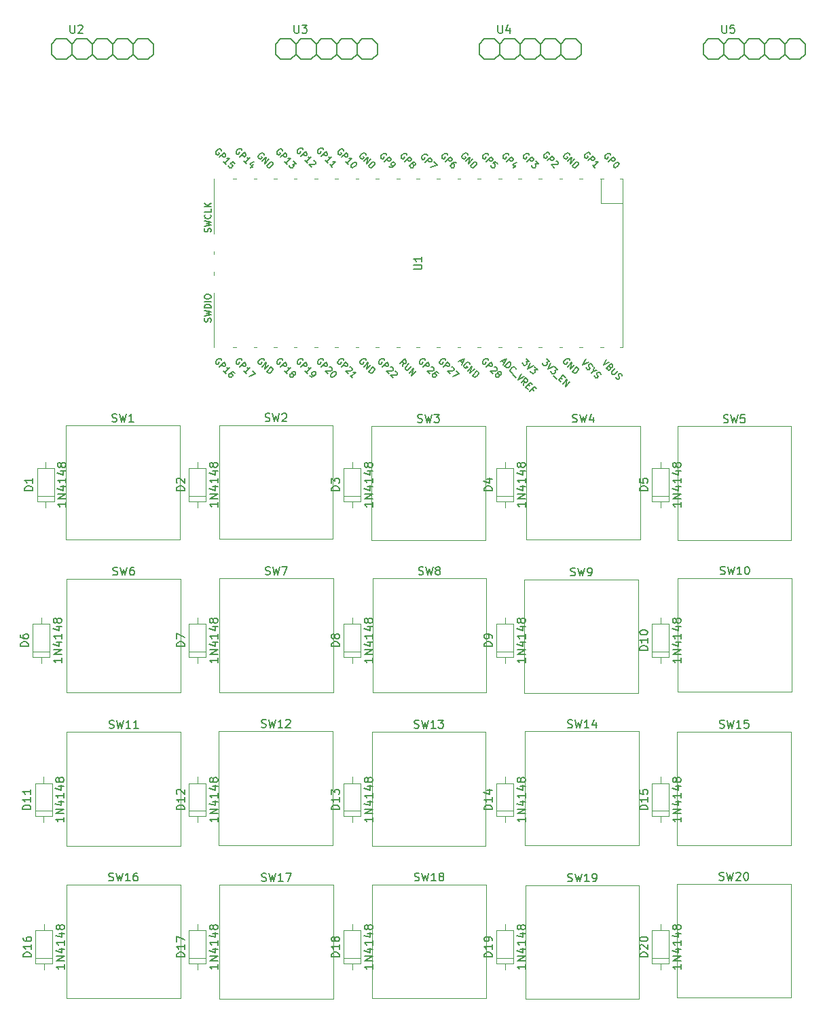
<source format=gbr>
%TF.GenerationSoftware,KiCad,Pcbnew,7.0.6*%
%TF.CreationDate,2023-08-06T21:34:40+02:00*%
%TF.ProjectId,Macropad,4d616372-6f70-4616-942e-6b696361645f,rev?*%
%TF.SameCoordinates,Original*%
%TF.FileFunction,Legend,Top*%
%TF.FilePolarity,Positive*%
%FSLAX46Y46*%
G04 Gerber Fmt 4.6, Leading zero omitted, Abs format (unit mm)*
G04 Created by KiCad (PCBNEW 7.0.6) date 2023-08-06 21:34:40*
%MOMM*%
%LPD*%
G01*
G04 APERTURE LIST*
%ADD10C,0.150000*%
%ADD11C,0.152400*%
%ADD12C,0.120000*%
G04 APERTURE END LIST*
D10*
X115366895Y-52871019D02*
X115366895Y-53680542D01*
X115366895Y-53680542D02*
X115414514Y-53775780D01*
X115414514Y-53775780D02*
X115462133Y-53823400D01*
X115462133Y-53823400D02*
X115557371Y-53871019D01*
X115557371Y-53871019D02*
X115747847Y-53871019D01*
X115747847Y-53871019D02*
X115843085Y-53823400D01*
X115843085Y-53823400D02*
X115890704Y-53775780D01*
X115890704Y-53775780D02*
X115938323Y-53680542D01*
X115938323Y-53680542D02*
X115938323Y-52871019D01*
X116890704Y-52871019D02*
X116414514Y-52871019D01*
X116414514Y-52871019D02*
X116366895Y-53347209D01*
X116366895Y-53347209D02*
X116414514Y-53299590D01*
X116414514Y-53299590D02*
X116509752Y-53251971D01*
X116509752Y-53251971D02*
X116747847Y-53251971D01*
X116747847Y-53251971D02*
X116843085Y-53299590D01*
X116843085Y-53299590D02*
X116890704Y-53347209D01*
X116890704Y-53347209D02*
X116938323Y-53442447D01*
X116938323Y-53442447D02*
X116938323Y-53680542D01*
X116938323Y-53680542D02*
X116890704Y-53775780D01*
X116890704Y-53775780D02*
X116843085Y-53823400D01*
X116843085Y-53823400D02*
X116747847Y-53871019D01*
X116747847Y-53871019D02*
X116509752Y-53871019D01*
X116509752Y-53871019D02*
X116414514Y-53823400D01*
X116414514Y-53823400D02*
X116366895Y-53775780D01*
X87426895Y-52871019D02*
X87426895Y-53680542D01*
X87426895Y-53680542D02*
X87474514Y-53775780D01*
X87474514Y-53775780D02*
X87522133Y-53823400D01*
X87522133Y-53823400D02*
X87617371Y-53871019D01*
X87617371Y-53871019D02*
X87807847Y-53871019D01*
X87807847Y-53871019D02*
X87903085Y-53823400D01*
X87903085Y-53823400D02*
X87950704Y-53775780D01*
X87950704Y-53775780D02*
X87998323Y-53680542D01*
X87998323Y-53680542D02*
X87998323Y-52871019D01*
X88903085Y-53204352D02*
X88903085Y-53871019D01*
X88664990Y-52823400D02*
X88426895Y-53537685D01*
X88426895Y-53537685D02*
X89045942Y-53537685D01*
X62026895Y-52871019D02*
X62026895Y-53680542D01*
X62026895Y-53680542D02*
X62074514Y-53775780D01*
X62074514Y-53775780D02*
X62122133Y-53823400D01*
X62122133Y-53823400D02*
X62217371Y-53871019D01*
X62217371Y-53871019D02*
X62407847Y-53871019D01*
X62407847Y-53871019D02*
X62503085Y-53823400D01*
X62503085Y-53823400D02*
X62550704Y-53775780D01*
X62550704Y-53775780D02*
X62598323Y-53680542D01*
X62598323Y-53680542D02*
X62598323Y-52871019D01*
X62979276Y-52871019D02*
X63598323Y-52871019D01*
X63598323Y-52871019D02*
X63264990Y-53251971D01*
X63264990Y-53251971D02*
X63407847Y-53251971D01*
X63407847Y-53251971D02*
X63503085Y-53299590D01*
X63503085Y-53299590D02*
X63550704Y-53347209D01*
X63550704Y-53347209D02*
X63598323Y-53442447D01*
X63598323Y-53442447D02*
X63598323Y-53680542D01*
X63598323Y-53680542D02*
X63550704Y-53775780D01*
X63550704Y-53775780D02*
X63503085Y-53823400D01*
X63503085Y-53823400D02*
X63407847Y-53871019D01*
X63407847Y-53871019D02*
X63122133Y-53871019D01*
X63122133Y-53871019D02*
X63026895Y-53823400D01*
X63026895Y-53823400D02*
X62979276Y-53775780D01*
X34086895Y-52871019D02*
X34086895Y-53680542D01*
X34086895Y-53680542D02*
X34134514Y-53775780D01*
X34134514Y-53775780D02*
X34182133Y-53823400D01*
X34182133Y-53823400D02*
X34277371Y-53871019D01*
X34277371Y-53871019D02*
X34467847Y-53871019D01*
X34467847Y-53871019D02*
X34563085Y-53823400D01*
X34563085Y-53823400D02*
X34610704Y-53775780D01*
X34610704Y-53775780D02*
X34658323Y-53680542D01*
X34658323Y-53680542D02*
X34658323Y-52871019D01*
X35086895Y-52966257D02*
X35134514Y-52918638D01*
X35134514Y-52918638D02*
X35229752Y-52871019D01*
X35229752Y-52871019D02*
X35467847Y-52871019D01*
X35467847Y-52871019D02*
X35563085Y-52918638D01*
X35563085Y-52918638D02*
X35610704Y-52966257D01*
X35610704Y-52966257D02*
X35658323Y-53061495D01*
X35658323Y-53061495D02*
X35658323Y-53156733D01*
X35658323Y-53156733D02*
X35610704Y-53299590D01*
X35610704Y-53299590D02*
X35039276Y-53871019D01*
X35039276Y-53871019D02*
X35658323Y-53871019D01*
D11*
X48356439Y-130289904D02*
X47340439Y-130289904D01*
X47340439Y-130289904D02*
X47340439Y-130047999D01*
X47340439Y-130047999D02*
X47388820Y-129902856D01*
X47388820Y-129902856D02*
X47485582Y-129806094D01*
X47485582Y-129806094D02*
X47582344Y-129757713D01*
X47582344Y-129757713D02*
X47775868Y-129709332D01*
X47775868Y-129709332D02*
X47921011Y-129709332D01*
X47921011Y-129709332D02*
X48114535Y-129757713D01*
X48114535Y-129757713D02*
X48211297Y-129806094D01*
X48211297Y-129806094D02*
X48308059Y-129902856D01*
X48308059Y-129902856D02*
X48356439Y-130047999D01*
X48356439Y-130047999D02*
X48356439Y-130289904D01*
X47340439Y-129370666D02*
X47340439Y-128693332D01*
X47340439Y-128693332D02*
X48356439Y-129128761D01*
X52476439Y-131717142D02*
X52476439Y-132297714D01*
X52476439Y-132007428D02*
X51460439Y-132007428D01*
X51460439Y-132007428D02*
X51605582Y-132104190D01*
X51605582Y-132104190D02*
X51702344Y-132200952D01*
X51702344Y-132200952D02*
X51750725Y-132297714D01*
X52476439Y-131281714D02*
X51460439Y-131281714D01*
X51460439Y-131281714D02*
X52476439Y-130701142D01*
X52476439Y-130701142D02*
X51460439Y-130701142D01*
X51799106Y-129781904D02*
X52476439Y-129781904D01*
X51412059Y-130023809D02*
X52137773Y-130265714D01*
X52137773Y-130265714D02*
X52137773Y-129636761D01*
X52476439Y-128717523D02*
X52476439Y-129298095D01*
X52476439Y-129007809D02*
X51460439Y-129007809D01*
X51460439Y-129007809D02*
X51605582Y-129104571D01*
X51605582Y-129104571D02*
X51702344Y-129201333D01*
X51702344Y-129201333D02*
X51750725Y-129298095D01*
X51799106Y-127846666D02*
X52476439Y-127846666D01*
X51412059Y-128088571D02*
X52137773Y-128330476D01*
X52137773Y-128330476D02*
X52137773Y-127701523D01*
X51895868Y-127169333D02*
X51847487Y-127266095D01*
X51847487Y-127266095D02*
X51799106Y-127314476D01*
X51799106Y-127314476D02*
X51702344Y-127362857D01*
X51702344Y-127362857D02*
X51653963Y-127362857D01*
X51653963Y-127362857D02*
X51557201Y-127314476D01*
X51557201Y-127314476D02*
X51508820Y-127266095D01*
X51508820Y-127266095D02*
X51460439Y-127169333D01*
X51460439Y-127169333D02*
X51460439Y-126975809D01*
X51460439Y-126975809D02*
X51508820Y-126879047D01*
X51508820Y-126879047D02*
X51557201Y-126830666D01*
X51557201Y-126830666D02*
X51653963Y-126782285D01*
X51653963Y-126782285D02*
X51702344Y-126782285D01*
X51702344Y-126782285D02*
X51799106Y-126830666D01*
X51799106Y-126830666D02*
X51847487Y-126879047D01*
X51847487Y-126879047D02*
X51895868Y-126975809D01*
X51895868Y-126975809D02*
X51895868Y-127169333D01*
X51895868Y-127169333D02*
X51944249Y-127266095D01*
X51944249Y-127266095D02*
X51992630Y-127314476D01*
X51992630Y-127314476D02*
X52089392Y-127362857D01*
X52089392Y-127362857D02*
X52282916Y-127362857D01*
X52282916Y-127362857D02*
X52379678Y-127314476D01*
X52379678Y-127314476D02*
X52428059Y-127266095D01*
X52428059Y-127266095D02*
X52476439Y-127169333D01*
X52476439Y-127169333D02*
X52476439Y-126975809D01*
X52476439Y-126975809D02*
X52428059Y-126879047D01*
X52428059Y-126879047D02*
X52379678Y-126830666D01*
X52379678Y-126830666D02*
X52282916Y-126782285D01*
X52282916Y-126782285D02*
X52089392Y-126782285D01*
X52089392Y-126782285D02*
X51992630Y-126830666D01*
X51992630Y-126830666D02*
X51944249Y-126879047D01*
X51944249Y-126879047D02*
X51895868Y-126975809D01*
D10*
X96494265Y-121446636D02*
X96637122Y-121494255D01*
X96637122Y-121494255D02*
X96875217Y-121494255D01*
X96875217Y-121494255D02*
X96970455Y-121446636D01*
X96970455Y-121446636D02*
X97018074Y-121399016D01*
X97018074Y-121399016D02*
X97065693Y-121303778D01*
X97065693Y-121303778D02*
X97065693Y-121208540D01*
X97065693Y-121208540D02*
X97018074Y-121113302D01*
X97018074Y-121113302D02*
X96970455Y-121065683D01*
X96970455Y-121065683D02*
X96875217Y-121018064D01*
X96875217Y-121018064D02*
X96684741Y-120970445D01*
X96684741Y-120970445D02*
X96589503Y-120922826D01*
X96589503Y-120922826D02*
X96541884Y-120875207D01*
X96541884Y-120875207D02*
X96494265Y-120779969D01*
X96494265Y-120779969D02*
X96494265Y-120684731D01*
X96494265Y-120684731D02*
X96541884Y-120589493D01*
X96541884Y-120589493D02*
X96589503Y-120541874D01*
X96589503Y-120541874D02*
X96684741Y-120494255D01*
X96684741Y-120494255D02*
X96922836Y-120494255D01*
X96922836Y-120494255D02*
X97065693Y-120541874D01*
X97399027Y-120494255D02*
X97637122Y-121494255D01*
X97637122Y-121494255D02*
X97827598Y-120779969D01*
X97827598Y-120779969D02*
X98018074Y-121494255D01*
X98018074Y-121494255D02*
X98256170Y-120494255D01*
X98684741Y-121494255D02*
X98875217Y-121494255D01*
X98875217Y-121494255D02*
X98970455Y-121446636D01*
X98970455Y-121446636D02*
X99018074Y-121399016D01*
X99018074Y-121399016D02*
X99113312Y-121256159D01*
X99113312Y-121256159D02*
X99160931Y-121065683D01*
X99160931Y-121065683D02*
X99160931Y-120684731D01*
X99160931Y-120684731D02*
X99113312Y-120589493D01*
X99113312Y-120589493D02*
X99065693Y-120541874D01*
X99065693Y-120541874D02*
X98970455Y-120494255D01*
X98970455Y-120494255D02*
X98779979Y-120494255D01*
X98779979Y-120494255D02*
X98684741Y-120541874D01*
X98684741Y-120541874D02*
X98637122Y-120589493D01*
X98637122Y-120589493D02*
X98589503Y-120684731D01*
X98589503Y-120684731D02*
X98589503Y-120922826D01*
X98589503Y-120922826D02*
X98637122Y-121018064D01*
X98637122Y-121018064D02*
X98684741Y-121065683D01*
X98684741Y-121065683D02*
X98779979Y-121113302D01*
X98779979Y-121113302D02*
X98970455Y-121113302D01*
X98970455Y-121113302D02*
X99065693Y-121065683D01*
X99065693Y-121065683D02*
X99113312Y-121018064D01*
X99113312Y-121018064D02*
X99160931Y-120922826D01*
X77553034Y-121326247D02*
X77695891Y-121373866D01*
X77695891Y-121373866D02*
X77933986Y-121373866D01*
X77933986Y-121373866D02*
X78029224Y-121326247D01*
X78029224Y-121326247D02*
X78076843Y-121278627D01*
X78076843Y-121278627D02*
X78124462Y-121183389D01*
X78124462Y-121183389D02*
X78124462Y-121088151D01*
X78124462Y-121088151D02*
X78076843Y-120992913D01*
X78076843Y-120992913D02*
X78029224Y-120945294D01*
X78029224Y-120945294D02*
X77933986Y-120897675D01*
X77933986Y-120897675D02*
X77743510Y-120850056D01*
X77743510Y-120850056D02*
X77648272Y-120802437D01*
X77648272Y-120802437D02*
X77600653Y-120754818D01*
X77600653Y-120754818D02*
X77553034Y-120659580D01*
X77553034Y-120659580D02*
X77553034Y-120564342D01*
X77553034Y-120564342D02*
X77600653Y-120469104D01*
X77600653Y-120469104D02*
X77648272Y-120421485D01*
X77648272Y-120421485D02*
X77743510Y-120373866D01*
X77743510Y-120373866D02*
X77981605Y-120373866D01*
X77981605Y-120373866D02*
X78124462Y-120421485D01*
X78457796Y-120373866D02*
X78695891Y-121373866D01*
X78695891Y-121373866D02*
X78886367Y-120659580D01*
X78886367Y-120659580D02*
X79076843Y-121373866D01*
X79076843Y-121373866D02*
X79314939Y-120373866D01*
X79838748Y-120802437D02*
X79743510Y-120754818D01*
X79743510Y-120754818D02*
X79695891Y-120707199D01*
X79695891Y-120707199D02*
X79648272Y-120611961D01*
X79648272Y-120611961D02*
X79648272Y-120564342D01*
X79648272Y-120564342D02*
X79695891Y-120469104D01*
X79695891Y-120469104D02*
X79743510Y-120421485D01*
X79743510Y-120421485D02*
X79838748Y-120373866D01*
X79838748Y-120373866D02*
X80029224Y-120373866D01*
X80029224Y-120373866D02*
X80124462Y-120421485D01*
X80124462Y-120421485D02*
X80172081Y-120469104D01*
X80172081Y-120469104D02*
X80219700Y-120564342D01*
X80219700Y-120564342D02*
X80219700Y-120611961D01*
X80219700Y-120611961D02*
X80172081Y-120707199D01*
X80172081Y-120707199D02*
X80124462Y-120754818D01*
X80124462Y-120754818D02*
X80029224Y-120802437D01*
X80029224Y-120802437D02*
X79838748Y-120802437D01*
X79838748Y-120802437D02*
X79743510Y-120850056D01*
X79743510Y-120850056D02*
X79695891Y-120897675D01*
X79695891Y-120897675D02*
X79648272Y-120992913D01*
X79648272Y-120992913D02*
X79648272Y-121183389D01*
X79648272Y-121183389D02*
X79695891Y-121278627D01*
X79695891Y-121278627D02*
X79743510Y-121326247D01*
X79743510Y-121326247D02*
X79838748Y-121373866D01*
X79838748Y-121373866D02*
X80029224Y-121373866D01*
X80029224Y-121373866D02*
X80124462Y-121326247D01*
X80124462Y-121326247D02*
X80172081Y-121278627D01*
X80172081Y-121278627D02*
X80219700Y-121183389D01*
X80219700Y-121183389D02*
X80219700Y-120992913D01*
X80219700Y-120992913D02*
X80172081Y-120897675D01*
X80172081Y-120897675D02*
X80124462Y-120850056D01*
X80124462Y-120850056D02*
X80029224Y-120802437D01*
D11*
X67676949Y-168993421D02*
X66660949Y-168993421D01*
X66660949Y-168993421D02*
X66660949Y-168751516D01*
X66660949Y-168751516D02*
X66709330Y-168606373D01*
X66709330Y-168606373D02*
X66806092Y-168509611D01*
X66806092Y-168509611D02*
X66902854Y-168461230D01*
X66902854Y-168461230D02*
X67096378Y-168412849D01*
X67096378Y-168412849D02*
X67241521Y-168412849D01*
X67241521Y-168412849D02*
X67435045Y-168461230D01*
X67435045Y-168461230D02*
X67531807Y-168509611D01*
X67531807Y-168509611D02*
X67628569Y-168606373D01*
X67628569Y-168606373D02*
X67676949Y-168751516D01*
X67676949Y-168751516D02*
X67676949Y-168993421D01*
X67676949Y-167445230D02*
X67676949Y-168025802D01*
X67676949Y-167735516D02*
X66660949Y-167735516D01*
X66660949Y-167735516D02*
X66806092Y-167832278D01*
X66806092Y-167832278D02*
X66902854Y-167929040D01*
X66902854Y-167929040D02*
X66951235Y-168025802D01*
X67096378Y-166864659D02*
X67047997Y-166961421D01*
X67047997Y-166961421D02*
X66999616Y-167009802D01*
X66999616Y-167009802D02*
X66902854Y-167058183D01*
X66902854Y-167058183D02*
X66854473Y-167058183D01*
X66854473Y-167058183D02*
X66757711Y-167009802D01*
X66757711Y-167009802D02*
X66709330Y-166961421D01*
X66709330Y-166961421D02*
X66660949Y-166864659D01*
X66660949Y-166864659D02*
X66660949Y-166671135D01*
X66660949Y-166671135D02*
X66709330Y-166574373D01*
X66709330Y-166574373D02*
X66757711Y-166525992D01*
X66757711Y-166525992D02*
X66854473Y-166477611D01*
X66854473Y-166477611D02*
X66902854Y-166477611D01*
X66902854Y-166477611D02*
X66999616Y-166525992D01*
X66999616Y-166525992D02*
X67047997Y-166574373D01*
X67047997Y-166574373D02*
X67096378Y-166671135D01*
X67096378Y-166671135D02*
X67096378Y-166864659D01*
X67096378Y-166864659D02*
X67144759Y-166961421D01*
X67144759Y-166961421D02*
X67193140Y-167009802D01*
X67193140Y-167009802D02*
X67289902Y-167058183D01*
X67289902Y-167058183D02*
X67483426Y-167058183D01*
X67483426Y-167058183D02*
X67580188Y-167009802D01*
X67580188Y-167009802D02*
X67628569Y-166961421D01*
X67628569Y-166961421D02*
X67676949Y-166864659D01*
X67676949Y-166864659D02*
X67676949Y-166671135D01*
X67676949Y-166671135D02*
X67628569Y-166574373D01*
X67628569Y-166574373D02*
X67580188Y-166525992D01*
X67580188Y-166525992D02*
X67483426Y-166477611D01*
X67483426Y-166477611D02*
X67289902Y-166477611D01*
X67289902Y-166477611D02*
X67193140Y-166525992D01*
X67193140Y-166525992D02*
X67144759Y-166574373D01*
X67144759Y-166574373D02*
X67096378Y-166671135D01*
X71796949Y-169936849D02*
X71796949Y-170517421D01*
X71796949Y-170227135D02*
X70780949Y-170227135D01*
X70780949Y-170227135D02*
X70926092Y-170323897D01*
X70926092Y-170323897D02*
X71022854Y-170420659D01*
X71022854Y-170420659D02*
X71071235Y-170517421D01*
X71796949Y-169501421D02*
X70780949Y-169501421D01*
X70780949Y-169501421D02*
X71796949Y-168920849D01*
X71796949Y-168920849D02*
X70780949Y-168920849D01*
X71119616Y-168001611D02*
X71796949Y-168001611D01*
X70732569Y-168243516D02*
X71458283Y-168485421D01*
X71458283Y-168485421D02*
X71458283Y-167856468D01*
X71796949Y-166937230D02*
X71796949Y-167517802D01*
X71796949Y-167227516D02*
X70780949Y-167227516D01*
X70780949Y-167227516D02*
X70926092Y-167324278D01*
X70926092Y-167324278D02*
X71022854Y-167421040D01*
X71022854Y-167421040D02*
X71071235Y-167517802D01*
X71119616Y-166066373D02*
X71796949Y-166066373D01*
X70732569Y-166308278D02*
X71458283Y-166550183D01*
X71458283Y-166550183D02*
X71458283Y-165921230D01*
X71216378Y-165389040D02*
X71167997Y-165485802D01*
X71167997Y-165485802D02*
X71119616Y-165534183D01*
X71119616Y-165534183D02*
X71022854Y-165582564D01*
X71022854Y-165582564D02*
X70974473Y-165582564D01*
X70974473Y-165582564D02*
X70877711Y-165534183D01*
X70877711Y-165534183D02*
X70829330Y-165485802D01*
X70829330Y-165485802D02*
X70780949Y-165389040D01*
X70780949Y-165389040D02*
X70780949Y-165195516D01*
X70780949Y-165195516D02*
X70829330Y-165098754D01*
X70829330Y-165098754D02*
X70877711Y-165050373D01*
X70877711Y-165050373D02*
X70974473Y-165001992D01*
X70974473Y-165001992D02*
X71022854Y-165001992D01*
X71022854Y-165001992D02*
X71119616Y-165050373D01*
X71119616Y-165050373D02*
X71167997Y-165098754D01*
X71167997Y-165098754D02*
X71216378Y-165195516D01*
X71216378Y-165195516D02*
X71216378Y-165389040D01*
X71216378Y-165389040D02*
X71264759Y-165485802D01*
X71264759Y-165485802D02*
X71313140Y-165534183D01*
X71313140Y-165534183D02*
X71409902Y-165582564D01*
X71409902Y-165582564D02*
X71603426Y-165582564D01*
X71603426Y-165582564D02*
X71700188Y-165534183D01*
X71700188Y-165534183D02*
X71748569Y-165485802D01*
X71748569Y-165485802D02*
X71796949Y-165389040D01*
X71796949Y-165389040D02*
X71796949Y-165195516D01*
X71796949Y-165195516D02*
X71748569Y-165098754D01*
X71748569Y-165098754D02*
X71700188Y-165050373D01*
X71700188Y-165050373D02*
X71603426Y-165001992D01*
X71603426Y-165001992D02*
X71409902Y-165001992D01*
X71409902Y-165001992D02*
X71313140Y-165050373D01*
X71313140Y-165050373D02*
X71264759Y-165098754D01*
X71264759Y-165098754D02*
X71216378Y-165195516D01*
D10*
X115159953Y-121286117D02*
X115302810Y-121333736D01*
X115302810Y-121333736D02*
X115540905Y-121333736D01*
X115540905Y-121333736D02*
X115636143Y-121286117D01*
X115636143Y-121286117D02*
X115683762Y-121238497D01*
X115683762Y-121238497D02*
X115731381Y-121143259D01*
X115731381Y-121143259D02*
X115731381Y-121048021D01*
X115731381Y-121048021D02*
X115683762Y-120952783D01*
X115683762Y-120952783D02*
X115636143Y-120905164D01*
X115636143Y-120905164D02*
X115540905Y-120857545D01*
X115540905Y-120857545D02*
X115350429Y-120809926D01*
X115350429Y-120809926D02*
X115255191Y-120762307D01*
X115255191Y-120762307D02*
X115207572Y-120714688D01*
X115207572Y-120714688D02*
X115159953Y-120619450D01*
X115159953Y-120619450D02*
X115159953Y-120524212D01*
X115159953Y-120524212D02*
X115207572Y-120428974D01*
X115207572Y-120428974D02*
X115255191Y-120381355D01*
X115255191Y-120381355D02*
X115350429Y-120333736D01*
X115350429Y-120333736D02*
X115588524Y-120333736D01*
X115588524Y-120333736D02*
X115731381Y-120381355D01*
X116064715Y-120333736D02*
X116302810Y-121333736D01*
X116302810Y-121333736D02*
X116493286Y-120619450D01*
X116493286Y-120619450D02*
X116683762Y-121333736D01*
X116683762Y-121333736D02*
X116921858Y-120333736D01*
X117826619Y-121333736D02*
X117255191Y-121333736D01*
X117540905Y-121333736D02*
X117540905Y-120333736D01*
X117540905Y-120333736D02*
X117445667Y-120476593D01*
X117445667Y-120476593D02*
X117350429Y-120571831D01*
X117350429Y-120571831D02*
X117255191Y-120619450D01*
X118445667Y-120333736D02*
X118540905Y-120333736D01*
X118540905Y-120333736D02*
X118636143Y-120381355D01*
X118636143Y-120381355D02*
X118683762Y-120428974D01*
X118683762Y-120428974D02*
X118731381Y-120524212D01*
X118731381Y-120524212D02*
X118779000Y-120714688D01*
X118779000Y-120714688D02*
X118779000Y-120952783D01*
X118779000Y-120952783D02*
X118731381Y-121143259D01*
X118731381Y-121143259D02*
X118683762Y-121238497D01*
X118683762Y-121238497D02*
X118636143Y-121286117D01*
X118636143Y-121286117D02*
X118540905Y-121333736D01*
X118540905Y-121333736D02*
X118445667Y-121333736D01*
X118445667Y-121333736D02*
X118350429Y-121286117D01*
X118350429Y-121286117D02*
X118302810Y-121238497D01*
X118302810Y-121238497D02*
X118255191Y-121143259D01*
X118255191Y-121143259D02*
X118207572Y-120952783D01*
X118207572Y-120952783D02*
X118207572Y-120714688D01*
X118207572Y-120714688D02*
X118255191Y-120524212D01*
X118255191Y-120524212D02*
X118302810Y-120428974D01*
X118302810Y-120428974D02*
X118350429Y-120381355D01*
X118350429Y-120381355D02*
X118445667Y-120333736D01*
X58411155Y-102224498D02*
X58554012Y-102272117D01*
X58554012Y-102272117D02*
X58792107Y-102272117D01*
X58792107Y-102272117D02*
X58887345Y-102224498D01*
X58887345Y-102224498D02*
X58934964Y-102176878D01*
X58934964Y-102176878D02*
X58982583Y-102081640D01*
X58982583Y-102081640D02*
X58982583Y-101986402D01*
X58982583Y-101986402D02*
X58934964Y-101891164D01*
X58934964Y-101891164D02*
X58887345Y-101843545D01*
X58887345Y-101843545D02*
X58792107Y-101795926D01*
X58792107Y-101795926D02*
X58601631Y-101748307D01*
X58601631Y-101748307D02*
X58506393Y-101700688D01*
X58506393Y-101700688D02*
X58458774Y-101653069D01*
X58458774Y-101653069D02*
X58411155Y-101557831D01*
X58411155Y-101557831D02*
X58411155Y-101462593D01*
X58411155Y-101462593D02*
X58458774Y-101367355D01*
X58458774Y-101367355D02*
X58506393Y-101319736D01*
X58506393Y-101319736D02*
X58601631Y-101272117D01*
X58601631Y-101272117D02*
X58839726Y-101272117D01*
X58839726Y-101272117D02*
X58982583Y-101319736D01*
X59315917Y-101272117D02*
X59554012Y-102272117D01*
X59554012Y-102272117D02*
X59744488Y-101557831D01*
X59744488Y-101557831D02*
X59934964Y-102272117D01*
X59934964Y-102272117D02*
X60173060Y-101272117D01*
X60506393Y-101367355D02*
X60554012Y-101319736D01*
X60554012Y-101319736D02*
X60649250Y-101272117D01*
X60649250Y-101272117D02*
X60887345Y-101272117D01*
X60887345Y-101272117D02*
X60982583Y-101319736D01*
X60982583Y-101319736D02*
X61030202Y-101367355D01*
X61030202Y-101367355D02*
X61077821Y-101462593D01*
X61077821Y-101462593D02*
X61077821Y-101557831D01*
X61077821Y-101557831D02*
X61030202Y-101700688D01*
X61030202Y-101700688D02*
X60458774Y-102272117D01*
X60458774Y-102272117D02*
X61077821Y-102272117D01*
D11*
X67676949Y-150626228D02*
X66660949Y-150626228D01*
X66660949Y-150626228D02*
X66660949Y-150384323D01*
X66660949Y-150384323D02*
X66709330Y-150239180D01*
X66709330Y-150239180D02*
X66806092Y-150142418D01*
X66806092Y-150142418D02*
X66902854Y-150094037D01*
X66902854Y-150094037D02*
X67096378Y-150045656D01*
X67096378Y-150045656D02*
X67241521Y-150045656D01*
X67241521Y-150045656D02*
X67435045Y-150094037D01*
X67435045Y-150094037D02*
X67531807Y-150142418D01*
X67531807Y-150142418D02*
X67628569Y-150239180D01*
X67628569Y-150239180D02*
X67676949Y-150384323D01*
X67676949Y-150384323D02*
X67676949Y-150626228D01*
X67676949Y-149078037D02*
X67676949Y-149658609D01*
X67676949Y-149368323D02*
X66660949Y-149368323D01*
X66660949Y-149368323D02*
X66806092Y-149465085D01*
X66806092Y-149465085D02*
X66902854Y-149561847D01*
X66902854Y-149561847D02*
X66951235Y-149658609D01*
X66660949Y-148739371D02*
X66660949Y-148110418D01*
X66660949Y-148110418D02*
X67047997Y-148449085D01*
X67047997Y-148449085D02*
X67047997Y-148303942D01*
X67047997Y-148303942D02*
X67096378Y-148207180D01*
X67096378Y-148207180D02*
X67144759Y-148158799D01*
X67144759Y-148158799D02*
X67241521Y-148110418D01*
X67241521Y-148110418D02*
X67483426Y-148110418D01*
X67483426Y-148110418D02*
X67580188Y-148158799D01*
X67580188Y-148158799D02*
X67628569Y-148207180D01*
X67628569Y-148207180D02*
X67676949Y-148303942D01*
X67676949Y-148303942D02*
X67676949Y-148594228D01*
X67676949Y-148594228D02*
X67628569Y-148690990D01*
X67628569Y-148690990D02*
X67580188Y-148739371D01*
X71796949Y-151569656D02*
X71796949Y-152150228D01*
X71796949Y-151859942D02*
X70780949Y-151859942D01*
X70780949Y-151859942D02*
X70926092Y-151956704D01*
X70926092Y-151956704D02*
X71022854Y-152053466D01*
X71022854Y-152053466D02*
X71071235Y-152150228D01*
X71796949Y-151134228D02*
X70780949Y-151134228D01*
X70780949Y-151134228D02*
X71796949Y-150553656D01*
X71796949Y-150553656D02*
X70780949Y-150553656D01*
X71119616Y-149634418D02*
X71796949Y-149634418D01*
X70732569Y-149876323D02*
X71458283Y-150118228D01*
X71458283Y-150118228D02*
X71458283Y-149489275D01*
X71796949Y-148570037D02*
X71796949Y-149150609D01*
X71796949Y-148860323D02*
X70780949Y-148860323D01*
X70780949Y-148860323D02*
X70926092Y-148957085D01*
X70926092Y-148957085D02*
X71022854Y-149053847D01*
X71022854Y-149053847D02*
X71071235Y-149150609D01*
X71119616Y-147699180D02*
X71796949Y-147699180D01*
X70732569Y-147941085D02*
X71458283Y-148182990D01*
X71458283Y-148182990D02*
X71458283Y-147554037D01*
X71216378Y-147021847D02*
X71167997Y-147118609D01*
X71167997Y-147118609D02*
X71119616Y-147166990D01*
X71119616Y-147166990D02*
X71022854Y-147215371D01*
X71022854Y-147215371D02*
X70974473Y-147215371D01*
X70974473Y-147215371D02*
X70877711Y-147166990D01*
X70877711Y-147166990D02*
X70829330Y-147118609D01*
X70829330Y-147118609D02*
X70780949Y-147021847D01*
X70780949Y-147021847D02*
X70780949Y-146828323D01*
X70780949Y-146828323D02*
X70829330Y-146731561D01*
X70829330Y-146731561D02*
X70877711Y-146683180D01*
X70877711Y-146683180D02*
X70974473Y-146634799D01*
X70974473Y-146634799D02*
X71022854Y-146634799D01*
X71022854Y-146634799D02*
X71119616Y-146683180D01*
X71119616Y-146683180D02*
X71167997Y-146731561D01*
X71167997Y-146731561D02*
X71216378Y-146828323D01*
X71216378Y-146828323D02*
X71216378Y-147021847D01*
X71216378Y-147021847D02*
X71264759Y-147118609D01*
X71264759Y-147118609D02*
X71313140Y-147166990D01*
X71313140Y-147166990D02*
X71409902Y-147215371D01*
X71409902Y-147215371D02*
X71603426Y-147215371D01*
X71603426Y-147215371D02*
X71700188Y-147166990D01*
X71700188Y-147166990D02*
X71748569Y-147118609D01*
X71748569Y-147118609D02*
X71796949Y-147021847D01*
X71796949Y-147021847D02*
X71796949Y-146828323D01*
X71796949Y-146828323D02*
X71748569Y-146731561D01*
X71748569Y-146731561D02*
X71700188Y-146683180D01*
X71700188Y-146683180D02*
X71603426Y-146634799D01*
X71603426Y-146634799D02*
X71409902Y-146634799D01*
X71409902Y-146634799D02*
X71313140Y-146683180D01*
X71313140Y-146683180D02*
X71264759Y-146731561D01*
X71264759Y-146731561D02*
X71216378Y-146828323D01*
X28882095Y-130289904D02*
X27866095Y-130289904D01*
X27866095Y-130289904D02*
X27866095Y-130047999D01*
X27866095Y-130047999D02*
X27914476Y-129902856D01*
X27914476Y-129902856D02*
X28011238Y-129806094D01*
X28011238Y-129806094D02*
X28108000Y-129757713D01*
X28108000Y-129757713D02*
X28301524Y-129709332D01*
X28301524Y-129709332D02*
X28446667Y-129709332D01*
X28446667Y-129709332D02*
X28640191Y-129757713D01*
X28640191Y-129757713D02*
X28736953Y-129806094D01*
X28736953Y-129806094D02*
X28833715Y-129902856D01*
X28833715Y-129902856D02*
X28882095Y-130047999D01*
X28882095Y-130047999D02*
X28882095Y-130289904D01*
X27866095Y-128838475D02*
X27866095Y-129031999D01*
X27866095Y-129031999D02*
X27914476Y-129128761D01*
X27914476Y-129128761D02*
X27962857Y-129177142D01*
X27962857Y-129177142D02*
X28108000Y-129273904D01*
X28108000Y-129273904D02*
X28301524Y-129322285D01*
X28301524Y-129322285D02*
X28688572Y-129322285D01*
X28688572Y-129322285D02*
X28785334Y-129273904D01*
X28785334Y-129273904D02*
X28833715Y-129225523D01*
X28833715Y-129225523D02*
X28882095Y-129128761D01*
X28882095Y-129128761D02*
X28882095Y-128935237D01*
X28882095Y-128935237D02*
X28833715Y-128838475D01*
X28833715Y-128838475D02*
X28785334Y-128790094D01*
X28785334Y-128790094D02*
X28688572Y-128741713D01*
X28688572Y-128741713D02*
X28446667Y-128741713D01*
X28446667Y-128741713D02*
X28349905Y-128790094D01*
X28349905Y-128790094D02*
X28301524Y-128838475D01*
X28301524Y-128838475D02*
X28253143Y-128935237D01*
X28253143Y-128935237D02*
X28253143Y-129128761D01*
X28253143Y-129128761D02*
X28301524Y-129225523D01*
X28301524Y-129225523D02*
X28349905Y-129273904D01*
X28349905Y-129273904D02*
X28446667Y-129322285D01*
X33002095Y-131717142D02*
X33002095Y-132297714D01*
X33002095Y-132007428D02*
X31986095Y-132007428D01*
X31986095Y-132007428D02*
X32131238Y-132104190D01*
X32131238Y-132104190D02*
X32228000Y-132200952D01*
X32228000Y-132200952D02*
X32276381Y-132297714D01*
X33002095Y-131281714D02*
X31986095Y-131281714D01*
X31986095Y-131281714D02*
X33002095Y-130701142D01*
X33002095Y-130701142D02*
X31986095Y-130701142D01*
X32324762Y-129781904D02*
X33002095Y-129781904D01*
X31937715Y-130023809D02*
X32663429Y-130265714D01*
X32663429Y-130265714D02*
X32663429Y-129636761D01*
X33002095Y-128717523D02*
X33002095Y-129298095D01*
X33002095Y-129007809D02*
X31986095Y-129007809D01*
X31986095Y-129007809D02*
X32131238Y-129104571D01*
X32131238Y-129104571D02*
X32228000Y-129201333D01*
X32228000Y-129201333D02*
X32276381Y-129298095D01*
X32324762Y-127846666D02*
X33002095Y-127846666D01*
X31937715Y-128088571D02*
X32663429Y-128330476D01*
X32663429Y-128330476D02*
X32663429Y-127701523D01*
X32421524Y-127169333D02*
X32373143Y-127266095D01*
X32373143Y-127266095D02*
X32324762Y-127314476D01*
X32324762Y-127314476D02*
X32228000Y-127362857D01*
X32228000Y-127362857D02*
X32179619Y-127362857D01*
X32179619Y-127362857D02*
X32082857Y-127314476D01*
X32082857Y-127314476D02*
X32034476Y-127266095D01*
X32034476Y-127266095D02*
X31986095Y-127169333D01*
X31986095Y-127169333D02*
X31986095Y-126975809D01*
X31986095Y-126975809D02*
X32034476Y-126879047D01*
X32034476Y-126879047D02*
X32082857Y-126830666D01*
X32082857Y-126830666D02*
X32179619Y-126782285D01*
X32179619Y-126782285D02*
X32228000Y-126782285D01*
X32228000Y-126782285D02*
X32324762Y-126830666D01*
X32324762Y-126830666D02*
X32373143Y-126879047D01*
X32373143Y-126879047D02*
X32421524Y-126975809D01*
X32421524Y-126975809D02*
X32421524Y-127169333D01*
X32421524Y-127169333D02*
X32469905Y-127266095D01*
X32469905Y-127266095D02*
X32518286Y-127314476D01*
X32518286Y-127314476D02*
X32615048Y-127362857D01*
X32615048Y-127362857D02*
X32808572Y-127362857D01*
X32808572Y-127362857D02*
X32905334Y-127314476D01*
X32905334Y-127314476D02*
X32953715Y-127266095D01*
X32953715Y-127266095D02*
X33002095Y-127169333D01*
X33002095Y-127169333D02*
X33002095Y-126975809D01*
X33002095Y-126975809D02*
X32953715Y-126879047D01*
X32953715Y-126879047D02*
X32905334Y-126830666D01*
X32905334Y-126830666D02*
X32808572Y-126782285D01*
X32808572Y-126782285D02*
X32615048Y-126782285D01*
X32615048Y-126782285D02*
X32518286Y-126830666D01*
X32518286Y-126830666D02*
X32469905Y-126879047D01*
X32469905Y-126879047D02*
X32421524Y-126975809D01*
X106111705Y-110890838D02*
X105095705Y-110890838D01*
X105095705Y-110890838D02*
X105095705Y-110648933D01*
X105095705Y-110648933D02*
X105144086Y-110503790D01*
X105144086Y-110503790D02*
X105240848Y-110407028D01*
X105240848Y-110407028D02*
X105337610Y-110358647D01*
X105337610Y-110358647D02*
X105531134Y-110310266D01*
X105531134Y-110310266D02*
X105676277Y-110310266D01*
X105676277Y-110310266D02*
X105869801Y-110358647D01*
X105869801Y-110358647D02*
X105966563Y-110407028D01*
X105966563Y-110407028D02*
X106063325Y-110503790D01*
X106063325Y-110503790D02*
X106111705Y-110648933D01*
X106111705Y-110648933D02*
X106111705Y-110890838D01*
X105095705Y-109391028D02*
X105095705Y-109874838D01*
X105095705Y-109874838D02*
X105579515Y-109923219D01*
X105579515Y-109923219D02*
X105531134Y-109874838D01*
X105531134Y-109874838D02*
X105482753Y-109778076D01*
X105482753Y-109778076D02*
X105482753Y-109536171D01*
X105482753Y-109536171D02*
X105531134Y-109439409D01*
X105531134Y-109439409D02*
X105579515Y-109391028D01*
X105579515Y-109391028D02*
X105676277Y-109342647D01*
X105676277Y-109342647D02*
X105918182Y-109342647D01*
X105918182Y-109342647D02*
X106014944Y-109391028D01*
X106014944Y-109391028D02*
X106063325Y-109439409D01*
X106063325Y-109439409D02*
X106111705Y-109536171D01*
X106111705Y-109536171D02*
X106111705Y-109778076D01*
X106111705Y-109778076D02*
X106063325Y-109874838D01*
X106063325Y-109874838D02*
X106014944Y-109923219D01*
X110231705Y-112318076D02*
X110231705Y-112898648D01*
X110231705Y-112608362D02*
X109215705Y-112608362D01*
X109215705Y-112608362D02*
X109360848Y-112705124D01*
X109360848Y-112705124D02*
X109457610Y-112801886D01*
X109457610Y-112801886D02*
X109505991Y-112898648D01*
X110231705Y-111882648D02*
X109215705Y-111882648D01*
X109215705Y-111882648D02*
X110231705Y-111302076D01*
X110231705Y-111302076D02*
X109215705Y-111302076D01*
X109554372Y-110382838D02*
X110231705Y-110382838D01*
X109167325Y-110624743D02*
X109893039Y-110866648D01*
X109893039Y-110866648D02*
X109893039Y-110237695D01*
X110231705Y-109318457D02*
X110231705Y-109899029D01*
X110231705Y-109608743D02*
X109215705Y-109608743D01*
X109215705Y-109608743D02*
X109360848Y-109705505D01*
X109360848Y-109705505D02*
X109457610Y-109802267D01*
X109457610Y-109802267D02*
X109505991Y-109899029D01*
X109554372Y-108447600D02*
X110231705Y-108447600D01*
X109167325Y-108689505D02*
X109893039Y-108931410D01*
X109893039Y-108931410D02*
X109893039Y-108302457D01*
X109651134Y-107770267D02*
X109602753Y-107867029D01*
X109602753Y-107867029D02*
X109554372Y-107915410D01*
X109554372Y-107915410D02*
X109457610Y-107963791D01*
X109457610Y-107963791D02*
X109409229Y-107963791D01*
X109409229Y-107963791D02*
X109312467Y-107915410D01*
X109312467Y-107915410D02*
X109264086Y-107867029D01*
X109264086Y-107867029D02*
X109215705Y-107770267D01*
X109215705Y-107770267D02*
X109215705Y-107576743D01*
X109215705Y-107576743D02*
X109264086Y-107479981D01*
X109264086Y-107479981D02*
X109312467Y-107431600D01*
X109312467Y-107431600D02*
X109409229Y-107383219D01*
X109409229Y-107383219D02*
X109457610Y-107383219D01*
X109457610Y-107383219D02*
X109554372Y-107431600D01*
X109554372Y-107431600D02*
X109602753Y-107479981D01*
X109602753Y-107479981D02*
X109651134Y-107576743D01*
X109651134Y-107576743D02*
X109651134Y-107770267D01*
X109651134Y-107770267D02*
X109699515Y-107867029D01*
X109699515Y-107867029D02*
X109747896Y-107915410D01*
X109747896Y-107915410D02*
X109844658Y-107963791D01*
X109844658Y-107963791D02*
X110038182Y-107963791D01*
X110038182Y-107963791D02*
X110134944Y-107915410D01*
X110134944Y-107915410D02*
X110183325Y-107867029D01*
X110183325Y-107867029D02*
X110231705Y-107770267D01*
X110231705Y-107770267D02*
X110231705Y-107576743D01*
X110231705Y-107576743D02*
X110183325Y-107479981D01*
X110183325Y-107479981D02*
X110134944Y-107431600D01*
X110134944Y-107431600D02*
X110038182Y-107383219D01*
X110038182Y-107383219D02*
X109844658Y-107383219D01*
X109844658Y-107383219D02*
X109747896Y-107431600D01*
X109747896Y-107431600D02*
X109699515Y-107479981D01*
X109699515Y-107479981D02*
X109651134Y-107576743D01*
D10*
X39309406Y-102264627D02*
X39452263Y-102312246D01*
X39452263Y-102312246D02*
X39690358Y-102312246D01*
X39690358Y-102312246D02*
X39785596Y-102264627D01*
X39785596Y-102264627D02*
X39833215Y-102217007D01*
X39833215Y-102217007D02*
X39880834Y-102121769D01*
X39880834Y-102121769D02*
X39880834Y-102026531D01*
X39880834Y-102026531D02*
X39833215Y-101931293D01*
X39833215Y-101931293D02*
X39785596Y-101883674D01*
X39785596Y-101883674D02*
X39690358Y-101836055D01*
X39690358Y-101836055D02*
X39499882Y-101788436D01*
X39499882Y-101788436D02*
X39404644Y-101740817D01*
X39404644Y-101740817D02*
X39357025Y-101693198D01*
X39357025Y-101693198D02*
X39309406Y-101597960D01*
X39309406Y-101597960D02*
X39309406Y-101502722D01*
X39309406Y-101502722D02*
X39357025Y-101407484D01*
X39357025Y-101407484D02*
X39404644Y-101359865D01*
X39404644Y-101359865D02*
X39499882Y-101312246D01*
X39499882Y-101312246D02*
X39737977Y-101312246D01*
X39737977Y-101312246D02*
X39880834Y-101359865D01*
X40214168Y-101312246D02*
X40452263Y-102312246D01*
X40452263Y-102312246D02*
X40642739Y-101597960D01*
X40642739Y-101597960D02*
X40833215Y-102312246D01*
X40833215Y-102312246D02*
X41071311Y-101312246D01*
X41976072Y-102312246D02*
X41404644Y-102312246D01*
X41690358Y-102312246D02*
X41690358Y-101312246D01*
X41690358Y-101312246D02*
X41595120Y-101455103D01*
X41595120Y-101455103D02*
X41499882Y-101550341D01*
X41499882Y-101550341D02*
X41404644Y-101597960D01*
X57930324Y-140353223D02*
X58073181Y-140400842D01*
X58073181Y-140400842D02*
X58311276Y-140400842D01*
X58311276Y-140400842D02*
X58406514Y-140353223D01*
X58406514Y-140353223D02*
X58454133Y-140305603D01*
X58454133Y-140305603D02*
X58501752Y-140210365D01*
X58501752Y-140210365D02*
X58501752Y-140115127D01*
X58501752Y-140115127D02*
X58454133Y-140019889D01*
X58454133Y-140019889D02*
X58406514Y-139972270D01*
X58406514Y-139972270D02*
X58311276Y-139924651D01*
X58311276Y-139924651D02*
X58120800Y-139877032D01*
X58120800Y-139877032D02*
X58025562Y-139829413D01*
X58025562Y-139829413D02*
X57977943Y-139781794D01*
X57977943Y-139781794D02*
X57930324Y-139686556D01*
X57930324Y-139686556D02*
X57930324Y-139591318D01*
X57930324Y-139591318D02*
X57977943Y-139496080D01*
X57977943Y-139496080D02*
X58025562Y-139448461D01*
X58025562Y-139448461D02*
X58120800Y-139400842D01*
X58120800Y-139400842D02*
X58358895Y-139400842D01*
X58358895Y-139400842D02*
X58501752Y-139448461D01*
X58835086Y-139400842D02*
X59073181Y-140400842D01*
X59073181Y-140400842D02*
X59263657Y-139686556D01*
X59263657Y-139686556D02*
X59454133Y-140400842D01*
X59454133Y-140400842D02*
X59692229Y-139400842D01*
X60596990Y-140400842D02*
X60025562Y-140400842D01*
X60311276Y-140400842D02*
X60311276Y-139400842D01*
X60311276Y-139400842D02*
X60216038Y-139543699D01*
X60216038Y-139543699D02*
X60120800Y-139638937D01*
X60120800Y-139638937D02*
X60025562Y-139686556D01*
X60977943Y-139496080D02*
X61025562Y-139448461D01*
X61025562Y-139448461D02*
X61120800Y-139400842D01*
X61120800Y-139400842D02*
X61358895Y-139400842D01*
X61358895Y-139400842D02*
X61454133Y-139448461D01*
X61454133Y-139448461D02*
X61501752Y-139496080D01*
X61501752Y-139496080D02*
X61549371Y-139591318D01*
X61549371Y-139591318D02*
X61549371Y-139686556D01*
X61549371Y-139686556D02*
X61501752Y-139829413D01*
X61501752Y-139829413D02*
X60930324Y-140400842D01*
X60930324Y-140400842D02*
X61549371Y-140400842D01*
X115080184Y-140427920D02*
X115223041Y-140475539D01*
X115223041Y-140475539D02*
X115461136Y-140475539D01*
X115461136Y-140475539D02*
X115556374Y-140427920D01*
X115556374Y-140427920D02*
X115603993Y-140380300D01*
X115603993Y-140380300D02*
X115651612Y-140285062D01*
X115651612Y-140285062D02*
X115651612Y-140189824D01*
X115651612Y-140189824D02*
X115603993Y-140094586D01*
X115603993Y-140094586D02*
X115556374Y-140046967D01*
X115556374Y-140046967D02*
X115461136Y-139999348D01*
X115461136Y-139999348D02*
X115270660Y-139951729D01*
X115270660Y-139951729D02*
X115175422Y-139904110D01*
X115175422Y-139904110D02*
X115127803Y-139856491D01*
X115127803Y-139856491D02*
X115080184Y-139761253D01*
X115080184Y-139761253D02*
X115080184Y-139666015D01*
X115080184Y-139666015D02*
X115127803Y-139570777D01*
X115127803Y-139570777D02*
X115175422Y-139523158D01*
X115175422Y-139523158D02*
X115270660Y-139475539D01*
X115270660Y-139475539D02*
X115508755Y-139475539D01*
X115508755Y-139475539D02*
X115651612Y-139523158D01*
X115984946Y-139475539D02*
X116223041Y-140475539D01*
X116223041Y-140475539D02*
X116413517Y-139761253D01*
X116413517Y-139761253D02*
X116603993Y-140475539D01*
X116603993Y-140475539D02*
X116842089Y-139475539D01*
X117746850Y-140475539D02*
X117175422Y-140475539D01*
X117461136Y-140475539D02*
X117461136Y-139475539D01*
X117461136Y-139475539D02*
X117365898Y-139618396D01*
X117365898Y-139618396D02*
X117270660Y-139713634D01*
X117270660Y-139713634D02*
X117175422Y-139761253D01*
X118651612Y-139475539D02*
X118175422Y-139475539D01*
X118175422Y-139475539D02*
X118127803Y-139951729D01*
X118127803Y-139951729D02*
X118175422Y-139904110D01*
X118175422Y-139904110D02*
X118270660Y-139856491D01*
X118270660Y-139856491D02*
X118508755Y-139856491D01*
X118508755Y-139856491D02*
X118603993Y-139904110D01*
X118603993Y-139904110D02*
X118651612Y-139951729D01*
X118651612Y-139951729D02*
X118699231Y-140046967D01*
X118699231Y-140046967D02*
X118699231Y-140285062D01*
X118699231Y-140285062D02*
X118651612Y-140380300D01*
X118651612Y-140380300D02*
X118603993Y-140427920D01*
X118603993Y-140427920D02*
X118508755Y-140475539D01*
X118508755Y-140475539D02*
X118270660Y-140475539D01*
X118270660Y-140475539D02*
X118175422Y-140427920D01*
X118175422Y-140427920D02*
X118127803Y-140380300D01*
D11*
X86717061Y-150626228D02*
X85701061Y-150626228D01*
X85701061Y-150626228D02*
X85701061Y-150384323D01*
X85701061Y-150384323D02*
X85749442Y-150239180D01*
X85749442Y-150239180D02*
X85846204Y-150142418D01*
X85846204Y-150142418D02*
X85942966Y-150094037D01*
X85942966Y-150094037D02*
X86136490Y-150045656D01*
X86136490Y-150045656D02*
X86281633Y-150045656D01*
X86281633Y-150045656D02*
X86475157Y-150094037D01*
X86475157Y-150094037D02*
X86571919Y-150142418D01*
X86571919Y-150142418D02*
X86668681Y-150239180D01*
X86668681Y-150239180D02*
X86717061Y-150384323D01*
X86717061Y-150384323D02*
X86717061Y-150626228D01*
X86717061Y-149078037D02*
X86717061Y-149658609D01*
X86717061Y-149368323D02*
X85701061Y-149368323D01*
X85701061Y-149368323D02*
X85846204Y-149465085D01*
X85846204Y-149465085D02*
X85942966Y-149561847D01*
X85942966Y-149561847D02*
X85991347Y-149658609D01*
X86039728Y-148207180D02*
X86717061Y-148207180D01*
X85652681Y-148449085D02*
X86378395Y-148690990D01*
X86378395Y-148690990D02*
X86378395Y-148062037D01*
X90837061Y-151569656D02*
X90837061Y-152150228D01*
X90837061Y-151859942D02*
X89821061Y-151859942D01*
X89821061Y-151859942D02*
X89966204Y-151956704D01*
X89966204Y-151956704D02*
X90062966Y-152053466D01*
X90062966Y-152053466D02*
X90111347Y-152150228D01*
X90837061Y-151134228D02*
X89821061Y-151134228D01*
X89821061Y-151134228D02*
X90837061Y-150553656D01*
X90837061Y-150553656D02*
X89821061Y-150553656D01*
X90159728Y-149634418D02*
X90837061Y-149634418D01*
X89772681Y-149876323D02*
X90498395Y-150118228D01*
X90498395Y-150118228D02*
X90498395Y-149489275D01*
X90837061Y-148570037D02*
X90837061Y-149150609D01*
X90837061Y-148860323D02*
X89821061Y-148860323D01*
X89821061Y-148860323D02*
X89966204Y-148957085D01*
X89966204Y-148957085D02*
X90062966Y-149053847D01*
X90062966Y-149053847D02*
X90111347Y-149150609D01*
X90159728Y-147699180D02*
X90837061Y-147699180D01*
X89772681Y-147941085D02*
X90498395Y-148182990D01*
X90498395Y-148182990D02*
X90498395Y-147554037D01*
X90256490Y-147021847D02*
X90208109Y-147118609D01*
X90208109Y-147118609D02*
X90159728Y-147166990D01*
X90159728Y-147166990D02*
X90062966Y-147215371D01*
X90062966Y-147215371D02*
X90014585Y-147215371D01*
X90014585Y-147215371D02*
X89917823Y-147166990D01*
X89917823Y-147166990D02*
X89869442Y-147118609D01*
X89869442Y-147118609D02*
X89821061Y-147021847D01*
X89821061Y-147021847D02*
X89821061Y-146828323D01*
X89821061Y-146828323D02*
X89869442Y-146731561D01*
X89869442Y-146731561D02*
X89917823Y-146683180D01*
X89917823Y-146683180D02*
X90014585Y-146634799D01*
X90014585Y-146634799D02*
X90062966Y-146634799D01*
X90062966Y-146634799D02*
X90159728Y-146683180D01*
X90159728Y-146683180D02*
X90208109Y-146731561D01*
X90208109Y-146731561D02*
X90256490Y-146828323D01*
X90256490Y-146828323D02*
X90256490Y-147021847D01*
X90256490Y-147021847D02*
X90304871Y-147118609D01*
X90304871Y-147118609D02*
X90353252Y-147166990D01*
X90353252Y-147166990D02*
X90450014Y-147215371D01*
X90450014Y-147215371D02*
X90643538Y-147215371D01*
X90643538Y-147215371D02*
X90740300Y-147166990D01*
X90740300Y-147166990D02*
X90788681Y-147118609D01*
X90788681Y-147118609D02*
X90837061Y-147021847D01*
X90837061Y-147021847D02*
X90837061Y-146828323D01*
X90837061Y-146828323D02*
X90788681Y-146731561D01*
X90788681Y-146731561D02*
X90740300Y-146683180D01*
X90740300Y-146683180D02*
X90643538Y-146634799D01*
X90643538Y-146634799D02*
X90450014Y-146634799D01*
X90450014Y-146634799D02*
X90353252Y-146683180D01*
X90353252Y-146683180D02*
X90304871Y-146731561D01*
X90304871Y-146731561D02*
X90256490Y-146828323D01*
X29242195Y-168993421D02*
X28226195Y-168993421D01*
X28226195Y-168993421D02*
X28226195Y-168751516D01*
X28226195Y-168751516D02*
X28274576Y-168606373D01*
X28274576Y-168606373D02*
X28371338Y-168509611D01*
X28371338Y-168509611D02*
X28468100Y-168461230D01*
X28468100Y-168461230D02*
X28661624Y-168412849D01*
X28661624Y-168412849D02*
X28806767Y-168412849D01*
X28806767Y-168412849D02*
X29000291Y-168461230D01*
X29000291Y-168461230D02*
X29097053Y-168509611D01*
X29097053Y-168509611D02*
X29193815Y-168606373D01*
X29193815Y-168606373D02*
X29242195Y-168751516D01*
X29242195Y-168751516D02*
X29242195Y-168993421D01*
X29242195Y-167445230D02*
X29242195Y-168025802D01*
X29242195Y-167735516D02*
X28226195Y-167735516D01*
X28226195Y-167735516D02*
X28371338Y-167832278D01*
X28371338Y-167832278D02*
X28468100Y-167929040D01*
X28468100Y-167929040D02*
X28516481Y-168025802D01*
X28226195Y-166574373D02*
X28226195Y-166767897D01*
X28226195Y-166767897D02*
X28274576Y-166864659D01*
X28274576Y-166864659D02*
X28322957Y-166913040D01*
X28322957Y-166913040D02*
X28468100Y-167009802D01*
X28468100Y-167009802D02*
X28661624Y-167058183D01*
X28661624Y-167058183D02*
X29048672Y-167058183D01*
X29048672Y-167058183D02*
X29145434Y-167009802D01*
X29145434Y-167009802D02*
X29193815Y-166961421D01*
X29193815Y-166961421D02*
X29242195Y-166864659D01*
X29242195Y-166864659D02*
X29242195Y-166671135D01*
X29242195Y-166671135D02*
X29193815Y-166574373D01*
X29193815Y-166574373D02*
X29145434Y-166525992D01*
X29145434Y-166525992D02*
X29048672Y-166477611D01*
X29048672Y-166477611D02*
X28806767Y-166477611D01*
X28806767Y-166477611D02*
X28710005Y-166525992D01*
X28710005Y-166525992D02*
X28661624Y-166574373D01*
X28661624Y-166574373D02*
X28613243Y-166671135D01*
X28613243Y-166671135D02*
X28613243Y-166864659D01*
X28613243Y-166864659D02*
X28661624Y-166961421D01*
X28661624Y-166961421D02*
X28710005Y-167009802D01*
X28710005Y-167009802D02*
X28806767Y-167058183D01*
X33362195Y-169936849D02*
X33362195Y-170517421D01*
X33362195Y-170227135D02*
X32346195Y-170227135D01*
X32346195Y-170227135D02*
X32491338Y-170323897D01*
X32491338Y-170323897D02*
X32588100Y-170420659D01*
X32588100Y-170420659D02*
X32636481Y-170517421D01*
X33362195Y-169501421D02*
X32346195Y-169501421D01*
X32346195Y-169501421D02*
X33362195Y-168920849D01*
X33362195Y-168920849D02*
X32346195Y-168920849D01*
X32684862Y-168001611D02*
X33362195Y-168001611D01*
X32297815Y-168243516D02*
X33023529Y-168485421D01*
X33023529Y-168485421D02*
X33023529Y-167856468D01*
X33362195Y-166937230D02*
X33362195Y-167517802D01*
X33362195Y-167227516D02*
X32346195Y-167227516D01*
X32346195Y-167227516D02*
X32491338Y-167324278D01*
X32491338Y-167324278D02*
X32588100Y-167421040D01*
X32588100Y-167421040D02*
X32636481Y-167517802D01*
X32684862Y-166066373D02*
X33362195Y-166066373D01*
X32297815Y-166308278D02*
X33023529Y-166550183D01*
X33023529Y-166550183D02*
X33023529Y-165921230D01*
X32781624Y-165389040D02*
X32733243Y-165485802D01*
X32733243Y-165485802D02*
X32684862Y-165534183D01*
X32684862Y-165534183D02*
X32588100Y-165582564D01*
X32588100Y-165582564D02*
X32539719Y-165582564D01*
X32539719Y-165582564D02*
X32442957Y-165534183D01*
X32442957Y-165534183D02*
X32394576Y-165485802D01*
X32394576Y-165485802D02*
X32346195Y-165389040D01*
X32346195Y-165389040D02*
X32346195Y-165195516D01*
X32346195Y-165195516D02*
X32394576Y-165098754D01*
X32394576Y-165098754D02*
X32442957Y-165050373D01*
X32442957Y-165050373D02*
X32539719Y-165001992D01*
X32539719Y-165001992D02*
X32588100Y-165001992D01*
X32588100Y-165001992D02*
X32684862Y-165050373D01*
X32684862Y-165050373D02*
X32733243Y-165098754D01*
X32733243Y-165098754D02*
X32781624Y-165195516D01*
X32781624Y-165195516D02*
X32781624Y-165389040D01*
X32781624Y-165389040D02*
X32830005Y-165485802D01*
X32830005Y-165485802D02*
X32878386Y-165534183D01*
X32878386Y-165534183D02*
X32975148Y-165582564D01*
X32975148Y-165582564D02*
X33168672Y-165582564D01*
X33168672Y-165582564D02*
X33265434Y-165534183D01*
X33265434Y-165534183D02*
X33313815Y-165485802D01*
X33313815Y-165485802D02*
X33362195Y-165389040D01*
X33362195Y-165389040D02*
X33362195Y-165195516D01*
X33362195Y-165195516D02*
X33313815Y-165098754D01*
X33313815Y-165098754D02*
X33265434Y-165050373D01*
X33265434Y-165050373D02*
X33168672Y-165001992D01*
X33168672Y-165001992D02*
X32975148Y-165001992D01*
X32975148Y-165001992D02*
X32878386Y-165050373D01*
X32878386Y-165050373D02*
X32830005Y-165098754D01*
X32830005Y-165098754D02*
X32781624Y-165195516D01*
D10*
X76924819Y-83311904D02*
X77734342Y-83311904D01*
X77734342Y-83311904D02*
X77829580Y-83264285D01*
X77829580Y-83264285D02*
X77877200Y-83216666D01*
X77877200Y-83216666D02*
X77924819Y-83121428D01*
X77924819Y-83121428D02*
X77924819Y-82930952D01*
X77924819Y-82930952D02*
X77877200Y-82835714D01*
X77877200Y-82835714D02*
X77829580Y-82788095D01*
X77829580Y-82788095D02*
X77734342Y-82740476D01*
X77734342Y-82740476D02*
X76924819Y-82740476D01*
X77924819Y-81740476D02*
X77924819Y-82311904D01*
X77924819Y-82026190D02*
X76924819Y-82026190D01*
X76924819Y-82026190D02*
X77067676Y-82121428D01*
X77067676Y-82121428D02*
X77162914Y-82216666D01*
X77162914Y-82216666D02*
X77210533Y-82311904D01*
X80879131Y-94647998D02*
X80852194Y-94567185D01*
X80852194Y-94567185D02*
X80771381Y-94486373D01*
X80771381Y-94486373D02*
X80663632Y-94432498D01*
X80663632Y-94432498D02*
X80555882Y-94432498D01*
X80555882Y-94432498D02*
X80475070Y-94459436D01*
X80475070Y-94459436D02*
X80340383Y-94540248D01*
X80340383Y-94540248D02*
X80259571Y-94621060D01*
X80259571Y-94621060D02*
X80178758Y-94755747D01*
X80178758Y-94755747D02*
X80151821Y-94836560D01*
X80151821Y-94836560D02*
X80151821Y-94944309D01*
X80151821Y-94944309D02*
X80205696Y-95052059D01*
X80205696Y-95052059D02*
X80259571Y-95105934D01*
X80259571Y-95105934D02*
X80367320Y-95159808D01*
X80367320Y-95159808D02*
X80421195Y-95159808D01*
X80421195Y-95159808D02*
X80609757Y-94971247D01*
X80609757Y-94971247D02*
X80502007Y-94863497D01*
X80609757Y-95456120D02*
X81175442Y-94890434D01*
X81175442Y-94890434D02*
X81390942Y-95105934D01*
X81390942Y-95105934D02*
X81417879Y-95186746D01*
X81417879Y-95186746D02*
X81417879Y-95240621D01*
X81417879Y-95240621D02*
X81390942Y-95321433D01*
X81390942Y-95321433D02*
X81310129Y-95402245D01*
X81310129Y-95402245D02*
X81229317Y-95429182D01*
X81229317Y-95429182D02*
X81175442Y-95429182D01*
X81175442Y-95429182D02*
X81094630Y-95402245D01*
X81094630Y-95402245D02*
X80879131Y-95186746D01*
X81660316Y-95483057D02*
X81714190Y-95483057D01*
X81714190Y-95483057D02*
X81795003Y-95509995D01*
X81795003Y-95509995D02*
X81929690Y-95644682D01*
X81929690Y-95644682D02*
X81956627Y-95725494D01*
X81956627Y-95725494D02*
X81956627Y-95779369D01*
X81956627Y-95779369D02*
X81929690Y-95860181D01*
X81929690Y-95860181D02*
X81875815Y-95914056D01*
X81875815Y-95914056D02*
X81768065Y-95967930D01*
X81768065Y-95967930D02*
X81121568Y-95967930D01*
X81121568Y-95967930D02*
X81471754Y-96318117D01*
X82226001Y-95940993D02*
X82603125Y-96318117D01*
X82603125Y-96318117D02*
X81795003Y-96641366D01*
X52949131Y-94647998D02*
X52922194Y-94567185D01*
X52922194Y-94567185D02*
X52841381Y-94486373D01*
X52841381Y-94486373D02*
X52733632Y-94432498D01*
X52733632Y-94432498D02*
X52625882Y-94432498D01*
X52625882Y-94432498D02*
X52545070Y-94459436D01*
X52545070Y-94459436D02*
X52410383Y-94540248D01*
X52410383Y-94540248D02*
X52329571Y-94621060D01*
X52329571Y-94621060D02*
X52248758Y-94755747D01*
X52248758Y-94755747D02*
X52221821Y-94836560D01*
X52221821Y-94836560D02*
X52221821Y-94944309D01*
X52221821Y-94944309D02*
X52275696Y-95052059D01*
X52275696Y-95052059D02*
X52329571Y-95105934D01*
X52329571Y-95105934D02*
X52437320Y-95159808D01*
X52437320Y-95159808D02*
X52491195Y-95159808D01*
X52491195Y-95159808D02*
X52679757Y-94971247D01*
X52679757Y-94971247D02*
X52572007Y-94863497D01*
X52679757Y-95456120D02*
X53245442Y-94890434D01*
X53245442Y-94890434D02*
X53460942Y-95105934D01*
X53460942Y-95105934D02*
X53487879Y-95186746D01*
X53487879Y-95186746D02*
X53487879Y-95240621D01*
X53487879Y-95240621D02*
X53460942Y-95321433D01*
X53460942Y-95321433D02*
X53380129Y-95402245D01*
X53380129Y-95402245D02*
X53299317Y-95429182D01*
X53299317Y-95429182D02*
X53245442Y-95429182D01*
X53245442Y-95429182D02*
X53164630Y-95402245D01*
X53164630Y-95402245D02*
X52949131Y-95186746D01*
X53541754Y-96318117D02*
X53218505Y-95994868D01*
X53380129Y-96156492D02*
X53945815Y-95590807D01*
X53945815Y-95590807D02*
X53811128Y-95617744D01*
X53811128Y-95617744D02*
X53703378Y-95617744D01*
X53703378Y-95617744D02*
X53622566Y-95590807D01*
X54592313Y-96237305D02*
X54484563Y-96129555D01*
X54484563Y-96129555D02*
X54403751Y-96102618D01*
X54403751Y-96102618D02*
X54349876Y-96102618D01*
X54349876Y-96102618D02*
X54215189Y-96129555D01*
X54215189Y-96129555D02*
X54080502Y-96210367D01*
X54080502Y-96210367D02*
X53865003Y-96425866D01*
X53865003Y-96425866D02*
X53838065Y-96506679D01*
X53838065Y-96506679D02*
X53838065Y-96560553D01*
X53838065Y-96560553D02*
X53865003Y-96641366D01*
X53865003Y-96641366D02*
X53972752Y-96749115D01*
X53972752Y-96749115D02*
X54053565Y-96776053D01*
X54053565Y-96776053D02*
X54107439Y-96776053D01*
X54107439Y-96776053D02*
X54188252Y-96749115D01*
X54188252Y-96749115D02*
X54322939Y-96614428D01*
X54322939Y-96614428D02*
X54349876Y-96533616D01*
X54349876Y-96533616D02*
X54349876Y-96479741D01*
X54349876Y-96479741D02*
X54322939Y-96398929D01*
X54322939Y-96398929D02*
X54215189Y-96291179D01*
X54215189Y-96291179D02*
X54134377Y-96264242D01*
X54134377Y-96264242D02*
X54080502Y-96264242D01*
X54080502Y-96264242D02*
X53999690Y-96291179D01*
X51594200Y-89845238D02*
X51632295Y-89730952D01*
X51632295Y-89730952D02*
X51632295Y-89540476D01*
X51632295Y-89540476D02*
X51594200Y-89464285D01*
X51594200Y-89464285D02*
X51556104Y-89426190D01*
X51556104Y-89426190D02*
X51479914Y-89388095D01*
X51479914Y-89388095D02*
X51403723Y-89388095D01*
X51403723Y-89388095D02*
X51327533Y-89426190D01*
X51327533Y-89426190D02*
X51289438Y-89464285D01*
X51289438Y-89464285D02*
X51251342Y-89540476D01*
X51251342Y-89540476D02*
X51213247Y-89692857D01*
X51213247Y-89692857D02*
X51175152Y-89769047D01*
X51175152Y-89769047D02*
X51137057Y-89807142D01*
X51137057Y-89807142D02*
X51060866Y-89845238D01*
X51060866Y-89845238D02*
X50984676Y-89845238D01*
X50984676Y-89845238D02*
X50908485Y-89807142D01*
X50908485Y-89807142D02*
X50870390Y-89769047D01*
X50870390Y-89769047D02*
X50832295Y-89692857D01*
X50832295Y-89692857D02*
X50832295Y-89502380D01*
X50832295Y-89502380D02*
X50870390Y-89388095D01*
X50832295Y-89121428D02*
X51632295Y-88930952D01*
X51632295Y-88930952D02*
X51060866Y-88778571D01*
X51060866Y-88778571D02*
X51632295Y-88626190D01*
X51632295Y-88626190D02*
X50832295Y-88435714D01*
X51632295Y-88130951D02*
X50832295Y-88130951D01*
X50832295Y-88130951D02*
X50832295Y-87940475D01*
X50832295Y-87940475D02*
X50870390Y-87826189D01*
X50870390Y-87826189D02*
X50946580Y-87749999D01*
X50946580Y-87749999D02*
X51022771Y-87711904D01*
X51022771Y-87711904D02*
X51175152Y-87673808D01*
X51175152Y-87673808D02*
X51289438Y-87673808D01*
X51289438Y-87673808D02*
X51441819Y-87711904D01*
X51441819Y-87711904D02*
X51518009Y-87749999D01*
X51518009Y-87749999D02*
X51594200Y-87826189D01*
X51594200Y-87826189D02*
X51632295Y-87940475D01*
X51632295Y-87940475D02*
X51632295Y-88130951D01*
X51632295Y-87330951D02*
X50832295Y-87330951D01*
X50832295Y-86797618D02*
X50832295Y-86645237D01*
X50832295Y-86645237D02*
X50870390Y-86569047D01*
X50870390Y-86569047D02*
X50946580Y-86492856D01*
X50946580Y-86492856D02*
X51098961Y-86454761D01*
X51098961Y-86454761D02*
X51365628Y-86454761D01*
X51365628Y-86454761D02*
X51518009Y-86492856D01*
X51518009Y-86492856D02*
X51594200Y-86569047D01*
X51594200Y-86569047D02*
X51632295Y-86645237D01*
X51632295Y-86645237D02*
X51632295Y-86797618D01*
X51632295Y-86797618D02*
X51594200Y-86873809D01*
X51594200Y-86873809D02*
X51518009Y-86949999D01*
X51518009Y-86949999D02*
X51365628Y-86988095D01*
X51365628Y-86988095D02*
X51098961Y-86988095D01*
X51098961Y-86988095D02*
X50946580Y-86949999D01*
X50946580Y-86949999D02*
X50870390Y-86873809D01*
X50870390Y-86873809D02*
X50832295Y-86797618D01*
X52949131Y-68539998D02*
X52922194Y-68459185D01*
X52922194Y-68459185D02*
X52841381Y-68378373D01*
X52841381Y-68378373D02*
X52733632Y-68324498D01*
X52733632Y-68324498D02*
X52625882Y-68324498D01*
X52625882Y-68324498D02*
X52545070Y-68351436D01*
X52545070Y-68351436D02*
X52410383Y-68432248D01*
X52410383Y-68432248D02*
X52329571Y-68513060D01*
X52329571Y-68513060D02*
X52248758Y-68647747D01*
X52248758Y-68647747D02*
X52221821Y-68728560D01*
X52221821Y-68728560D02*
X52221821Y-68836309D01*
X52221821Y-68836309D02*
X52275696Y-68944059D01*
X52275696Y-68944059D02*
X52329571Y-68997934D01*
X52329571Y-68997934D02*
X52437320Y-69051808D01*
X52437320Y-69051808D02*
X52491195Y-69051808D01*
X52491195Y-69051808D02*
X52679757Y-68863247D01*
X52679757Y-68863247D02*
X52572007Y-68755497D01*
X52679757Y-69348120D02*
X53245442Y-68782434D01*
X53245442Y-68782434D02*
X53460942Y-68997934D01*
X53460942Y-68997934D02*
X53487879Y-69078746D01*
X53487879Y-69078746D02*
X53487879Y-69132621D01*
X53487879Y-69132621D02*
X53460942Y-69213433D01*
X53460942Y-69213433D02*
X53380129Y-69294245D01*
X53380129Y-69294245D02*
X53299317Y-69321182D01*
X53299317Y-69321182D02*
X53245442Y-69321182D01*
X53245442Y-69321182D02*
X53164630Y-69294245D01*
X53164630Y-69294245D02*
X52949131Y-69078746D01*
X53541754Y-70210117D02*
X53218505Y-69886868D01*
X53380129Y-70048492D02*
X53945815Y-69482807D01*
X53945815Y-69482807D02*
X53811128Y-69509744D01*
X53811128Y-69509744D02*
X53703378Y-69509744D01*
X53703378Y-69509744D02*
X53622566Y-69482807D01*
X54619250Y-70156242D02*
X54349876Y-69886868D01*
X54349876Y-69886868D02*
X54053565Y-70129305D01*
X54053565Y-70129305D02*
X54107439Y-70129305D01*
X54107439Y-70129305D02*
X54188252Y-70156242D01*
X54188252Y-70156242D02*
X54322939Y-70290929D01*
X54322939Y-70290929D02*
X54349876Y-70371741D01*
X54349876Y-70371741D02*
X54349876Y-70425616D01*
X54349876Y-70425616D02*
X54322939Y-70506428D01*
X54322939Y-70506428D02*
X54188252Y-70641115D01*
X54188252Y-70641115D02*
X54107439Y-70668053D01*
X54107439Y-70668053D02*
X54053565Y-70668053D01*
X54053565Y-70668053D02*
X53972752Y-70641115D01*
X53972752Y-70641115D02*
X53838065Y-70506428D01*
X53838065Y-70506428D02*
X53811128Y-70425616D01*
X53811128Y-70425616D02*
X53811128Y-70371741D01*
X63109131Y-68393998D02*
X63082194Y-68313185D01*
X63082194Y-68313185D02*
X63001381Y-68232373D01*
X63001381Y-68232373D02*
X62893632Y-68178498D01*
X62893632Y-68178498D02*
X62785882Y-68178498D01*
X62785882Y-68178498D02*
X62705070Y-68205436D01*
X62705070Y-68205436D02*
X62570383Y-68286248D01*
X62570383Y-68286248D02*
X62489571Y-68367060D01*
X62489571Y-68367060D02*
X62408758Y-68501747D01*
X62408758Y-68501747D02*
X62381821Y-68582560D01*
X62381821Y-68582560D02*
X62381821Y-68690309D01*
X62381821Y-68690309D02*
X62435696Y-68798059D01*
X62435696Y-68798059D02*
X62489571Y-68851934D01*
X62489571Y-68851934D02*
X62597320Y-68905808D01*
X62597320Y-68905808D02*
X62651195Y-68905808D01*
X62651195Y-68905808D02*
X62839757Y-68717247D01*
X62839757Y-68717247D02*
X62732007Y-68609497D01*
X62839757Y-69202120D02*
X63405442Y-68636434D01*
X63405442Y-68636434D02*
X63620942Y-68851934D01*
X63620942Y-68851934D02*
X63647879Y-68932746D01*
X63647879Y-68932746D02*
X63647879Y-68986621D01*
X63647879Y-68986621D02*
X63620942Y-69067433D01*
X63620942Y-69067433D02*
X63540129Y-69148245D01*
X63540129Y-69148245D02*
X63459317Y-69175182D01*
X63459317Y-69175182D02*
X63405442Y-69175182D01*
X63405442Y-69175182D02*
X63324630Y-69148245D01*
X63324630Y-69148245D02*
X63109131Y-68932746D01*
X63701754Y-70064117D02*
X63378505Y-69740868D01*
X63540129Y-69902492D02*
X64105815Y-69336807D01*
X64105815Y-69336807D02*
X63971128Y-69363744D01*
X63971128Y-69363744D02*
X63863378Y-69363744D01*
X63863378Y-69363744D02*
X63782566Y-69336807D01*
X64429064Y-69767805D02*
X64482939Y-69767805D01*
X64482939Y-69767805D02*
X64563751Y-69794743D01*
X64563751Y-69794743D02*
X64698438Y-69929430D01*
X64698438Y-69929430D02*
X64725375Y-70010242D01*
X64725375Y-70010242D02*
X64725375Y-70064117D01*
X64725375Y-70064117D02*
X64698438Y-70144929D01*
X64698438Y-70144929D02*
X64644563Y-70198804D01*
X64644563Y-70198804D02*
X64536813Y-70252679D01*
X64536813Y-70252679D02*
X63890316Y-70252679D01*
X63890316Y-70252679D02*
X64240502Y-70602865D01*
X76078505Y-69063372D02*
X76051568Y-68982560D01*
X76051568Y-68982560D02*
X75970756Y-68901748D01*
X75970756Y-68901748D02*
X75863006Y-68847873D01*
X75863006Y-68847873D02*
X75755257Y-68847873D01*
X75755257Y-68847873D02*
X75674444Y-68874810D01*
X75674444Y-68874810D02*
X75539757Y-68955623D01*
X75539757Y-68955623D02*
X75458945Y-69036435D01*
X75458945Y-69036435D02*
X75378133Y-69171122D01*
X75378133Y-69171122D02*
X75351196Y-69251934D01*
X75351196Y-69251934D02*
X75351196Y-69359684D01*
X75351196Y-69359684D02*
X75405070Y-69467433D01*
X75405070Y-69467433D02*
X75458945Y-69521308D01*
X75458945Y-69521308D02*
X75566695Y-69575183D01*
X75566695Y-69575183D02*
X75620570Y-69575183D01*
X75620570Y-69575183D02*
X75809131Y-69386621D01*
X75809131Y-69386621D02*
X75701382Y-69278871D01*
X75809131Y-69871494D02*
X76374817Y-69305809D01*
X76374817Y-69305809D02*
X76590316Y-69521308D01*
X76590316Y-69521308D02*
X76617253Y-69602120D01*
X76617253Y-69602120D02*
X76617253Y-69655995D01*
X76617253Y-69655995D02*
X76590316Y-69736807D01*
X76590316Y-69736807D02*
X76509504Y-69817619D01*
X76509504Y-69817619D02*
X76428692Y-69844557D01*
X76428692Y-69844557D02*
X76374817Y-69844557D01*
X76374817Y-69844557D02*
X76294005Y-69817619D01*
X76294005Y-69817619D02*
X76078505Y-69602120D01*
X76778878Y-70194743D02*
X76751940Y-70113931D01*
X76751940Y-70113931D02*
X76751940Y-70060056D01*
X76751940Y-70060056D02*
X76778878Y-69979244D01*
X76778878Y-69979244D02*
X76805815Y-69952306D01*
X76805815Y-69952306D02*
X76886627Y-69925369D01*
X76886627Y-69925369D02*
X76940502Y-69925369D01*
X76940502Y-69925369D02*
X77021314Y-69952306D01*
X77021314Y-69952306D02*
X77129064Y-70060056D01*
X77129064Y-70060056D02*
X77156001Y-70140868D01*
X77156001Y-70140868D02*
X77156001Y-70194743D01*
X77156001Y-70194743D02*
X77129064Y-70275555D01*
X77129064Y-70275555D02*
X77102127Y-70302493D01*
X77102127Y-70302493D02*
X77021314Y-70329430D01*
X77021314Y-70329430D02*
X76967440Y-70329430D01*
X76967440Y-70329430D02*
X76886627Y-70302493D01*
X76886627Y-70302493D02*
X76778878Y-70194743D01*
X76778878Y-70194743D02*
X76698066Y-70167806D01*
X76698066Y-70167806D02*
X76644191Y-70167806D01*
X76644191Y-70167806D02*
X76563379Y-70194743D01*
X76563379Y-70194743D02*
X76455629Y-70302493D01*
X76455629Y-70302493D02*
X76428692Y-70383305D01*
X76428692Y-70383305D02*
X76428692Y-70437180D01*
X76428692Y-70437180D02*
X76455629Y-70517992D01*
X76455629Y-70517992D02*
X76563379Y-70625741D01*
X76563379Y-70625741D02*
X76644191Y-70652679D01*
X76644191Y-70652679D02*
X76698066Y-70652679D01*
X76698066Y-70652679D02*
X76778878Y-70625741D01*
X76778878Y-70625741D02*
X76886627Y-70517992D01*
X76886627Y-70517992D02*
X76913565Y-70437180D01*
X76913565Y-70437180D02*
X76913565Y-70383305D01*
X76913565Y-70383305D02*
X76886627Y-70302493D01*
X55489131Y-94647998D02*
X55462194Y-94567185D01*
X55462194Y-94567185D02*
X55381381Y-94486373D01*
X55381381Y-94486373D02*
X55273632Y-94432498D01*
X55273632Y-94432498D02*
X55165882Y-94432498D01*
X55165882Y-94432498D02*
X55085070Y-94459436D01*
X55085070Y-94459436D02*
X54950383Y-94540248D01*
X54950383Y-94540248D02*
X54869571Y-94621060D01*
X54869571Y-94621060D02*
X54788758Y-94755747D01*
X54788758Y-94755747D02*
X54761821Y-94836560D01*
X54761821Y-94836560D02*
X54761821Y-94944309D01*
X54761821Y-94944309D02*
X54815696Y-95052059D01*
X54815696Y-95052059D02*
X54869571Y-95105934D01*
X54869571Y-95105934D02*
X54977320Y-95159808D01*
X54977320Y-95159808D02*
X55031195Y-95159808D01*
X55031195Y-95159808D02*
X55219757Y-94971247D01*
X55219757Y-94971247D02*
X55112007Y-94863497D01*
X55219757Y-95456120D02*
X55785442Y-94890434D01*
X55785442Y-94890434D02*
X56000942Y-95105934D01*
X56000942Y-95105934D02*
X56027879Y-95186746D01*
X56027879Y-95186746D02*
X56027879Y-95240621D01*
X56027879Y-95240621D02*
X56000942Y-95321433D01*
X56000942Y-95321433D02*
X55920129Y-95402245D01*
X55920129Y-95402245D02*
X55839317Y-95429182D01*
X55839317Y-95429182D02*
X55785442Y-95429182D01*
X55785442Y-95429182D02*
X55704630Y-95402245D01*
X55704630Y-95402245D02*
X55489131Y-95186746D01*
X56081754Y-96318117D02*
X55758505Y-95994868D01*
X55920129Y-96156492D02*
X56485815Y-95590807D01*
X56485815Y-95590807D02*
X56351128Y-95617744D01*
X56351128Y-95617744D02*
X56243378Y-95617744D01*
X56243378Y-95617744D02*
X56162566Y-95590807D01*
X56836001Y-95940993D02*
X57213125Y-96318117D01*
X57213125Y-96318117D02*
X56405003Y-96641366D01*
X78648505Y-69163372D02*
X78621568Y-69082560D01*
X78621568Y-69082560D02*
X78540756Y-69001748D01*
X78540756Y-69001748D02*
X78433006Y-68947873D01*
X78433006Y-68947873D02*
X78325257Y-68947873D01*
X78325257Y-68947873D02*
X78244444Y-68974810D01*
X78244444Y-68974810D02*
X78109757Y-69055623D01*
X78109757Y-69055623D02*
X78028945Y-69136435D01*
X78028945Y-69136435D02*
X77948133Y-69271122D01*
X77948133Y-69271122D02*
X77921196Y-69351934D01*
X77921196Y-69351934D02*
X77921196Y-69459684D01*
X77921196Y-69459684D02*
X77975070Y-69567433D01*
X77975070Y-69567433D02*
X78028945Y-69621308D01*
X78028945Y-69621308D02*
X78136695Y-69675183D01*
X78136695Y-69675183D02*
X78190570Y-69675183D01*
X78190570Y-69675183D02*
X78379131Y-69486621D01*
X78379131Y-69486621D02*
X78271382Y-69378871D01*
X78379131Y-69971494D02*
X78944817Y-69405809D01*
X78944817Y-69405809D02*
X79160316Y-69621308D01*
X79160316Y-69621308D02*
X79187253Y-69702120D01*
X79187253Y-69702120D02*
X79187253Y-69755995D01*
X79187253Y-69755995D02*
X79160316Y-69836807D01*
X79160316Y-69836807D02*
X79079504Y-69917619D01*
X79079504Y-69917619D02*
X78998692Y-69944557D01*
X78998692Y-69944557D02*
X78944817Y-69944557D01*
X78944817Y-69944557D02*
X78864005Y-69917619D01*
X78864005Y-69917619D02*
X78648505Y-69702120D01*
X79456627Y-69917619D02*
X79833751Y-70294743D01*
X79833751Y-70294743D02*
X79025629Y-70617992D01*
X87935950Y-94705064D02*
X88205324Y-94974438D01*
X87720450Y-94812813D02*
X88474698Y-94435690D01*
X88474698Y-94435690D02*
X88097574Y-95189937D01*
X88286136Y-95378499D02*
X88851821Y-94812813D01*
X88851821Y-94812813D02*
X88986508Y-94947500D01*
X88986508Y-94947500D02*
X89040383Y-95055250D01*
X89040383Y-95055250D02*
X89040383Y-95162999D01*
X89040383Y-95162999D02*
X89013446Y-95243812D01*
X89013446Y-95243812D02*
X88932633Y-95378499D01*
X88932633Y-95378499D02*
X88851821Y-95459311D01*
X88851821Y-95459311D02*
X88717134Y-95540123D01*
X88717134Y-95540123D02*
X88636322Y-95567060D01*
X88636322Y-95567060D02*
X88528572Y-95567060D01*
X88528572Y-95567060D02*
X88420823Y-95513186D01*
X88420823Y-95513186D02*
X88286136Y-95378499D01*
X89228945Y-96213558D02*
X89175070Y-96213558D01*
X89175070Y-96213558D02*
X89067320Y-96159683D01*
X89067320Y-96159683D02*
X89013446Y-96105808D01*
X89013446Y-96105808D02*
X88959571Y-95998059D01*
X88959571Y-95998059D02*
X88959571Y-95890309D01*
X88959571Y-95890309D02*
X88986508Y-95809497D01*
X88986508Y-95809497D02*
X89067320Y-95674810D01*
X89067320Y-95674810D02*
X89148133Y-95593998D01*
X89148133Y-95593998D02*
X89282820Y-95513186D01*
X89282820Y-95513186D02*
X89363632Y-95486248D01*
X89363632Y-95486248D02*
X89471381Y-95486248D01*
X89471381Y-95486248D02*
X89579131Y-95540123D01*
X89579131Y-95540123D02*
X89633006Y-95593998D01*
X89633006Y-95593998D02*
X89686881Y-95701747D01*
X89686881Y-95701747D02*
X89686881Y-95755622D01*
X89228945Y-96429057D02*
X89659943Y-96860056D01*
X90333378Y-96294370D02*
X89956255Y-97048618D01*
X89956255Y-97048618D02*
X90710502Y-96671494D01*
X90656627Y-97748990D02*
X90737439Y-97291054D01*
X90333378Y-97425741D02*
X90899064Y-96860056D01*
X90899064Y-96860056D02*
X91114563Y-97075555D01*
X91114563Y-97075555D02*
X91141500Y-97156367D01*
X91141500Y-97156367D02*
X91141500Y-97210242D01*
X91141500Y-97210242D02*
X91114563Y-97291054D01*
X91114563Y-97291054D02*
X91033751Y-97371866D01*
X91033751Y-97371866D02*
X90952938Y-97398804D01*
X90952938Y-97398804D02*
X90899064Y-97398804D01*
X90899064Y-97398804D02*
X90818251Y-97371866D01*
X90818251Y-97371866D02*
X90602752Y-97156367D01*
X91195375Y-97695115D02*
X91383937Y-97883677D01*
X91168438Y-98260800D02*
X90899064Y-97991426D01*
X90899064Y-97991426D02*
X91464749Y-97425741D01*
X91464749Y-97425741D02*
X91734123Y-97695115D01*
X91895748Y-98395488D02*
X91707186Y-98206926D01*
X91410874Y-98503237D02*
X91976560Y-97937552D01*
X91976560Y-97937552D02*
X92245934Y-98206926D01*
X68189131Y-68539998D02*
X68162194Y-68459185D01*
X68162194Y-68459185D02*
X68081381Y-68378373D01*
X68081381Y-68378373D02*
X67973632Y-68324498D01*
X67973632Y-68324498D02*
X67865882Y-68324498D01*
X67865882Y-68324498D02*
X67785070Y-68351436D01*
X67785070Y-68351436D02*
X67650383Y-68432248D01*
X67650383Y-68432248D02*
X67569571Y-68513060D01*
X67569571Y-68513060D02*
X67488758Y-68647747D01*
X67488758Y-68647747D02*
X67461821Y-68728560D01*
X67461821Y-68728560D02*
X67461821Y-68836309D01*
X67461821Y-68836309D02*
X67515696Y-68944059D01*
X67515696Y-68944059D02*
X67569571Y-68997934D01*
X67569571Y-68997934D02*
X67677320Y-69051808D01*
X67677320Y-69051808D02*
X67731195Y-69051808D01*
X67731195Y-69051808D02*
X67919757Y-68863247D01*
X67919757Y-68863247D02*
X67812007Y-68755497D01*
X67919757Y-69348120D02*
X68485442Y-68782434D01*
X68485442Y-68782434D02*
X68700942Y-68997934D01*
X68700942Y-68997934D02*
X68727879Y-69078746D01*
X68727879Y-69078746D02*
X68727879Y-69132621D01*
X68727879Y-69132621D02*
X68700942Y-69213433D01*
X68700942Y-69213433D02*
X68620129Y-69294245D01*
X68620129Y-69294245D02*
X68539317Y-69321182D01*
X68539317Y-69321182D02*
X68485442Y-69321182D01*
X68485442Y-69321182D02*
X68404630Y-69294245D01*
X68404630Y-69294245D02*
X68189131Y-69078746D01*
X68781754Y-70210117D02*
X68458505Y-69886868D01*
X68620129Y-70048492D02*
X69185815Y-69482807D01*
X69185815Y-69482807D02*
X69051128Y-69509744D01*
X69051128Y-69509744D02*
X68943378Y-69509744D01*
X68943378Y-69509744D02*
X68862566Y-69482807D01*
X69697626Y-69994618D02*
X69751500Y-70048492D01*
X69751500Y-70048492D02*
X69778438Y-70129305D01*
X69778438Y-70129305D02*
X69778438Y-70183179D01*
X69778438Y-70183179D02*
X69751500Y-70263992D01*
X69751500Y-70263992D02*
X69670688Y-70398679D01*
X69670688Y-70398679D02*
X69536001Y-70533366D01*
X69536001Y-70533366D02*
X69401314Y-70614178D01*
X69401314Y-70614178D02*
X69320502Y-70641115D01*
X69320502Y-70641115D02*
X69266627Y-70641115D01*
X69266627Y-70641115D02*
X69185815Y-70614178D01*
X69185815Y-70614178D02*
X69131940Y-70560303D01*
X69131940Y-70560303D02*
X69105003Y-70479491D01*
X69105003Y-70479491D02*
X69105003Y-70425616D01*
X69105003Y-70425616D02*
X69131940Y-70344804D01*
X69131940Y-70344804D02*
X69212752Y-70210117D01*
X69212752Y-70210117D02*
X69347439Y-70075430D01*
X69347439Y-70075430D02*
X69482126Y-69994618D01*
X69482126Y-69994618D02*
X69562939Y-69967680D01*
X69562939Y-69967680D02*
X69616813Y-69967680D01*
X69616813Y-69967680D02*
X69697626Y-69994618D01*
X90979131Y-94440123D02*
X91329317Y-94790309D01*
X91329317Y-94790309D02*
X90925256Y-94817247D01*
X90925256Y-94817247D02*
X91006068Y-94898059D01*
X91006068Y-94898059D02*
X91033006Y-94978871D01*
X91033006Y-94978871D02*
X91033006Y-95032746D01*
X91033006Y-95032746D02*
X91006068Y-95113558D01*
X91006068Y-95113558D02*
X90871381Y-95248245D01*
X90871381Y-95248245D02*
X90790569Y-95275182D01*
X90790569Y-95275182D02*
X90736694Y-95275182D01*
X90736694Y-95275182D02*
X90655882Y-95248245D01*
X90655882Y-95248245D02*
X90494258Y-95086621D01*
X90494258Y-95086621D02*
X90467320Y-95005808D01*
X90467320Y-95005808D02*
X90467320Y-94951934D01*
X91490942Y-94951934D02*
X91113818Y-95706181D01*
X91113818Y-95706181D02*
X91868065Y-95329057D01*
X92002752Y-95463744D02*
X92352938Y-95813930D01*
X92352938Y-95813930D02*
X91948877Y-95840868D01*
X91948877Y-95840868D02*
X92029690Y-95921680D01*
X92029690Y-95921680D02*
X92056627Y-96002492D01*
X92056627Y-96002492D02*
X92056627Y-96056367D01*
X92056627Y-96056367D02*
X92029690Y-96137179D01*
X92029690Y-96137179D02*
X91895003Y-96271866D01*
X91895003Y-96271866D02*
X91814190Y-96298804D01*
X91814190Y-96298804D02*
X91760316Y-96298804D01*
X91760316Y-96298804D02*
X91679503Y-96271866D01*
X91679503Y-96271866D02*
X91517879Y-96110242D01*
X91517879Y-96110242D02*
X91490942Y-96029430D01*
X91490942Y-96029430D02*
X91490942Y-95975555D01*
X73269131Y-94647998D02*
X73242194Y-94567185D01*
X73242194Y-94567185D02*
X73161381Y-94486373D01*
X73161381Y-94486373D02*
X73053632Y-94432498D01*
X73053632Y-94432498D02*
X72945882Y-94432498D01*
X72945882Y-94432498D02*
X72865070Y-94459436D01*
X72865070Y-94459436D02*
X72730383Y-94540248D01*
X72730383Y-94540248D02*
X72649571Y-94621060D01*
X72649571Y-94621060D02*
X72568758Y-94755747D01*
X72568758Y-94755747D02*
X72541821Y-94836560D01*
X72541821Y-94836560D02*
X72541821Y-94944309D01*
X72541821Y-94944309D02*
X72595696Y-95052059D01*
X72595696Y-95052059D02*
X72649571Y-95105934D01*
X72649571Y-95105934D02*
X72757320Y-95159808D01*
X72757320Y-95159808D02*
X72811195Y-95159808D01*
X72811195Y-95159808D02*
X72999757Y-94971247D01*
X72999757Y-94971247D02*
X72892007Y-94863497D01*
X72999757Y-95456120D02*
X73565442Y-94890434D01*
X73565442Y-94890434D02*
X73780942Y-95105934D01*
X73780942Y-95105934D02*
X73807879Y-95186746D01*
X73807879Y-95186746D02*
X73807879Y-95240621D01*
X73807879Y-95240621D02*
X73780942Y-95321433D01*
X73780942Y-95321433D02*
X73700129Y-95402245D01*
X73700129Y-95402245D02*
X73619317Y-95429182D01*
X73619317Y-95429182D02*
X73565442Y-95429182D01*
X73565442Y-95429182D02*
X73484630Y-95402245D01*
X73484630Y-95402245D02*
X73269131Y-95186746D01*
X74050316Y-95483057D02*
X74104190Y-95483057D01*
X74104190Y-95483057D02*
X74185003Y-95509995D01*
X74185003Y-95509995D02*
X74319690Y-95644682D01*
X74319690Y-95644682D02*
X74346627Y-95725494D01*
X74346627Y-95725494D02*
X74346627Y-95779369D01*
X74346627Y-95779369D02*
X74319690Y-95860181D01*
X74319690Y-95860181D02*
X74265815Y-95914056D01*
X74265815Y-95914056D02*
X74158065Y-95967930D01*
X74158065Y-95967930D02*
X73511568Y-95967930D01*
X73511568Y-95967930D02*
X73861754Y-96318117D01*
X74589064Y-96021805D02*
X74642939Y-96021805D01*
X74642939Y-96021805D02*
X74723751Y-96048743D01*
X74723751Y-96048743D02*
X74858438Y-96183430D01*
X74858438Y-96183430D02*
X74885375Y-96264242D01*
X74885375Y-96264242D02*
X74885375Y-96318117D01*
X74885375Y-96318117D02*
X74858438Y-96398929D01*
X74858438Y-96398929D02*
X74804563Y-96452804D01*
X74804563Y-96452804D02*
X74696813Y-96506679D01*
X74696813Y-96506679D02*
X74050316Y-96506679D01*
X74050316Y-96506679D02*
X74400502Y-96856865D01*
X73538505Y-69063372D02*
X73511568Y-68982560D01*
X73511568Y-68982560D02*
X73430756Y-68901748D01*
X73430756Y-68901748D02*
X73323006Y-68847873D01*
X73323006Y-68847873D02*
X73215257Y-68847873D01*
X73215257Y-68847873D02*
X73134444Y-68874810D01*
X73134444Y-68874810D02*
X72999757Y-68955623D01*
X72999757Y-68955623D02*
X72918945Y-69036435D01*
X72918945Y-69036435D02*
X72838133Y-69171122D01*
X72838133Y-69171122D02*
X72811196Y-69251934D01*
X72811196Y-69251934D02*
X72811196Y-69359684D01*
X72811196Y-69359684D02*
X72865070Y-69467433D01*
X72865070Y-69467433D02*
X72918945Y-69521308D01*
X72918945Y-69521308D02*
X73026695Y-69575183D01*
X73026695Y-69575183D02*
X73080570Y-69575183D01*
X73080570Y-69575183D02*
X73269131Y-69386621D01*
X73269131Y-69386621D02*
X73161382Y-69278871D01*
X73269131Y-69871494D02*
X73834817Y-69305809D01*
X73834817Y-69305809D02*
X74050316Y-69521308D01*
X74050316Y-69521308D02*
X74077253Y-69602120D01*
X74077253Y-69602120D02*
X74077253Y-69655995D01*
X74077253Y-69655995D02*
X74050316Y-69736807D01*
X74050316Y-69736807D02*
X73969504Y-69817619D01*
X73969504Y-69817619D02*
X73888692Y-69844557D01*
X73888692Y-69844557D02*
X73834817Y-69844557D01*
X73834817Y-69844557D02*
X73754005Y-69817619D01*
X73754005Y-69817619D02*
X73538505Y-69602120D01*
X73861754Y-70464117D02*
X73969504Y-70571867D01*
X73969504Y-70571867D02*
X74050316Y-70598804D01*
X74050316Y-70598804D02*
X74104191Y-70598804D01*
X74104191Y-70598804D02*
X74238878Y-70571867D01*
X74238878Y-70571867D02*
X74373565Y-70491054D01*
X74373565Y-70491054D02*
X74589064Y-70275555D01*
X74589064Y-70275555D02*
X74616001Y-70194743D01*
X74616001Y-70194743D02*
X74616001Y-70140868D01*
X74616001Y-70140868D02*
X74589064Y-70060056D01*
X74589064Y-70060056D02*
X74481314Y-69952306D01*
X74481314Y-69952306D02*
X74400502Y-69925369D01*
X74400502Y-69925369D02*
X74346627Y-69925369D01*
X74346627Y-69925369D02*
X74265815Y-69952306D01*
X74265815Y-69952306D02*
X74131128Y-70086993D01*
X74131128Y-70086993D02*
X74104191Y-70167806D01*
X74104191Y-70167806D02*
X74104191Y-70221680D01*
X74104191Y-70221680D02*
X74131128Y-70302493D01*
X74131128Y-70302493D02*
X74238878Y-70410242D01*
X74238878Y-70410242D02*
X74319690Y-70437180D01*
X74319690Y-70437180D02*
X74373565Y-70437180D01*
X74373565Y-70437180D02*
X74454377Y-70410242D01*
X60569131Y-68539998D02*
X60542194Y-68459185D01*
X60542194Y-68459185D02*
X60461381Y-68378373D01*
X60461381Y-68378373D02*
X60353632Y-68324498D01*
X60353632Y-68324498D02*
X60245882Y-68324498D01*
X60245882Y-68324498D02*
X60165070Y-68351436D01*
X60165070Y-68351436D02*
X60030383Y-68432248D01*
X60030383Y-68432248D02*
X59949571Y-68513060D01*
X59949571Y-68513060D02*
X59868758Y-68647747D01*
X59868758Y-68647747D02*
X59841821Y-68728560D01*
X59841821Y-68728560D02*
X59841821Y-68836309D01*
X59841821Y-68836309D02*
X59895696Y-68944059D01*
X59895696Y-68944059D02*
X59949571Y-68997934D01*
X59949571Y-68997934D02*
X60057320Y-69051808D01*
X60057320Y-69051808D02*
X60111195Y-69051808D01*
X60111195Y-69051808D02*
X60299757Y-68863247D01*
X60299757Y-68863247D02*
X60192007Y-68755497D01*
X60299757Y-69348120D02*
X60865442Y-68782434D01*
X60865442Y-68782434D02*
X61080942Y-68997934D01*
X61080942Y-68997934D02*
X61107879Y-69078746D01*
X61107879Y-69078746D02*
X61107879Y-69132621D01*
X61107879Y-69132621D02*
X61080942Y-69213433D01*
X61080942Y-69213433D02*
X61000129Y-69294245D01*
X61000129Y-69294245D02*
X60919317Y-69321182D01*
X60919317Y-69321182D02*
X60865442Y-69321182D01*
X60865442Y-69321182D02*
X60784630Y-69294245D01*
X60784630Y-69294245D02*
X60569131Y-69078746D01*
X61161754Y-70210117D02*
X60838505Y-69886868D01*
X61000129Y-70048492D02*
X61565815Y-69482807D01*
X61565815Y-69482807D02*
X61431128Y-69509744D01*
X61431128Y-69509744D02*
X61323378Y-69509744D01*
X61323378Y-69509744D02*
X61242566Y-69482807D01*
X61916001Y-69832993D02*
X62266187Y-70183179D01*
X62266187Y-70183179D02*
X61862126Y-70210117D01*
X61862126Y-70210117D02*
X61942939Y-70290929D01*
X61942939Y-70290929D02*
X61969876Y-70371741D01*
X61969876Y-70371741D02*
X61969876Y-70425616D01*
X61969876Y-70425616D02*
X61942939Y-70506428D01*
X61942939Y-70506428D02*
X61808252Y-70641115D01*
X61808252Y-70641115D02*
X61727439Y-70668053D01*
X61727439Y-70668053D02*
X61673565Y-70668053D01*
X61673565Y-70668053D02*
X61592752Y-70641115D01*
X61592752Y-70641115D02*
X61431128Y-70479491D01*
X61431128Y-70479491D02*
X61404191Y-70398679D01*
X61404191Y-70398679D02*
X61404191Y-70344804D01*
X86238505Y-69063372D02*
X86211568Y-68982560D01*
X86211568Y-68982560D02*
X86130756Y-68901748D01*
X86130756Y-68901748D02*
X86023006Y-68847873D01*
X86023006Y-68847873D02*
X85915257Y-68847873D01*
X85915257Y-68847873D02*
X85834444Y-68874810D01*
X85834444Y-68874810D02*
X85699757Y-68955623D01*
X85699757Y-68955623D02*
X85618945Y-69036435D01*
X85618945Y-69036435D02*
X85538133Y-69171122D01*
X85538133Y-69171122D02*
X85511196Y-69251934D01*
X85511196Y-69251934D02*
X85511196Y-69359684D01*
X85511196Y-69359684D02*
X85565070Y-69467433D01*
X85565070Y-69467433D02*
X85618945Y-69521308D01*
X85618945Y-69521308D02*
X85726695Y-69575183D01*
X85726695Y-69575183D02*
X85780570Y-69575183D01*
X85780570Y-69575183D02*
X85969131Y-69386621D01*
X85969131Y-69386621D02*
X85861382Y-69278871D01*
X85969131Y-69871494D02*
X86534817Y-69305809D01*
X86534817Y-69305809D02*
X86750316Y-69521308D01*
X86750316Y-69521308D02*
X86777253Y-69602120D01*
X86777253Y-69602120D02*
X86777253Y-69655995D01*
X86777253Y-69655995D02*
X86750316Y-69736807D01*
X86750316Y-69736807D02*
X86669504Y-69817619D01*
X86669504Y-69817619D02*
X86588692Y-69844557D01*
X86588692Y-69844557D02*
X86534817Y-69844557D01*
X86534817Y-69844557D02*
X86454005Y-69817619D01*
X86454005Y-69817619D02*
X86238505Y-69602120D01*
X87369876Y-70140868D02*
X87100502Y-69871494D01*
X87100502Y-69871494D02*
X86804191Y-70113931D01*
X86804191Y-70113931D02*
X86858066Y-70113931D01*
X86858066Y-70113931D02*
X86938878Y-70140868D01*
X86938878Y-70140868D02*
X87073565Y-70275555D01*
X87073565Y-70275555D02*
X87100502Y-70356367D01*
X87100502Y-70356367D02*
X87100502Y-70410242D01*
X87100502Y-70410242D02*
X87073565Y-70491054D01*
X87073565Y-70491054D02*
X86938878Y-70625741D01*
X86938878Y-70625741D02*
X86858066Y-70652679D01*
X86858066Y-70652679D02*
X86804191Y-70652679D01*
X86804191Y-70652679D02*
X86723379Y-70625741D01*
X86723379Y-70625741D02*
X86588692Y-70491054D01*
X86588692Y-70491054D02*
X86561754Y-70410242D01*
X86561754Y-70410242D02*
X86561754Y-70356367D01*
X65649131Y-68393998D02*
X65622194Y-68313185D01*
X65622194Y-68313185D02*
X65541381Y-68232373D01*
X65541381Y-68232373D02*
X65433632Y-68178498D01*
X65433632Y-68178498D02*
X65325882Y-68178498D01*
X65325882Y-68178498D02*
X65245070Y-68205436D01*
X65245070Y-68205436D02*
X65110383Y-68286248D01*
X65110383Y-68286248D02*
X65029571Y-68367060D01*
X65029571Y-68367060D02*
X64948758Y-68501747D01*
X64948758Y-68501747D02*
X64921821Y-68582560D01*
X64921821Y-68582560D02*
X64921821Y-68690309D01*
X64921821Y-68690309D02*
X64975696Y-68798059D01*
X64975696Y-68798059D02*
X65029571Y-68851934D01*
X65029571Y-68851934D02*
X65137320Y-68905808D01*
X65137320Y-68905808D02*
X65191195Y-68905808D01*
X65191195Y-68905808D02*
X65379757Y-68717247D01*
X65379757Y-68717247D02*
X65272007Y-68609497D01*
X65379757Y-69202120D02*
X65945442Y-68636434D01*
X65945442Y-68636434D02*
X66160942Y-68851934D01*
X66160942Y-68851934D02*
X66187879Y-68932746D01*
X66187879Y-68932746D02*
X66187879Y-68986621D01*
X66187879Y-68986621D02*
X66160942Y-69067433D01*
X66160942Y-69067433D02*
X66080129Y-69148245D01*
X66080129Y-69148245D02*
X65999317Y-69175182D01*
X65999317Y-69175182D02*
X65945442Y-69175182D01*
X65945442Y-69175182D02*
X65864630Y-69148245D01*
X65864630Y-69148245D02*
X65649131Y-68932746D01*
X66241754Y-70064117D02*
X65918505Y-69740868D01*
X66080129Y-69902492D02*
X66645815Y-69336807D01*
X66645815Y-69336807D02*
X66511128Y-69363744D01*
X66511128Y-69363744D02*
X66403378Y-69363744D01*
X66403378Y-69363744D02*
X66322566Y-69336807D01*
X66780502Y-70602865D02*
X66457253Y-70279616D01*
X66618878Y-70441240D02*
X67184563Y-69875555D01*
X67184563Y-69875555D02*
X67049876Y-69902492D01*
X67049876Y-69902492D02*
X66942126Y-69902492D01*
X66942126Y-69902492D02*
X66861314Y-69875555D01*
X68179131Y-94647998D02*
X68152194Y-94567185D01*
X68152194Y-94567185D02*
X68071381Y-94486373D01*
X68071381Y-94486373D02*
X67963632Y-94432498D01*
X67963632Y-94432498D02*
X67855882Y-94432498D01*
X67855882Y-94432498D02*
X67775070Y-94459436D01*
X67775070Y-94459436D02*
X67640383Y-94540248D01*
X67640383Y-94540248D02*
X67559571Y-94621060D01*
X67559571Y-94621060D02*
X67478758Y-94755747D01*
X67478758Y-94755747D02*
X67451821Y-94836560D01*
X67451821Y-94836560D02*
X67451821Y-94944309D01*
X67451821Y-94944309D02*
X67505696Y-95052059D01*
X67505696Y-95052059D02*
X67559571Y-95105934D01*
X67559571Y-95105934D02*
X67667320Y-95159808D01*
X67667320Y-95159808D02*
X67721195Y-95159808D01*
X67721195Y-95159808D02*
X67909757Y-94971247D01*
X67909757Y-94971247D02*
X67802007Y-94863497D01*
X67909757Y-95456120D02*
X68475442Y-94890434D01*
X68475442Y-94890434D02*
X68690942Y-95105934D01*
X68690942Y-95105934D02*
X68717879Y-95186746D01*
X68717879Y-95186746D02*
X68717879Y-95240621D01*
X68717879Y-95240621D02*
X68690942Y-95321433D01*
X68690942Y-95321433D02*
X68610129Y-95402245D01*
X68610129Y-95402245D02*
X68529317Y-95429182D01*
X68529317Y-95429182D02*
X68475442Y-95429182D01*
X68475442Y-95429182D02*
X68394630Y-95402245D01*
X68394630Y-95402245D02*
X68179131Y-95186746D01*
X68960316Y-95483057D02*
X69014190Y-95483057D01*
X69014190Y-95483057D02*
X69095003Y-95509995D01*
X69095003Y-95509995D02*
X69229690Y-95644682D01*
X69229690Y-95644682D02*
X69256627Y-95725494D01*
X69256627Y-95725494D02*
X69256627Y-95779369D01*
X69256627Y-95779369D02*
X69229690Y-95860181D01*
X69229690Y-95860181D02*
X69175815Y-95914056D01*
X69175815Y-95914056D02*
X69068065Y-95967930D01*
X69068065Y-95967930D02*
X68421568Y-95967930D01*
X68421568Y-95967930D02*
X68771754Y-96318117D01*
X69310502Y-96856865D02*
X68987253Y-96533616D01*
X69148878Y-96695240D02*
X69714563Y-96129555D01*
X69714563Y-96129555D02*
X69579876Y-96156492D01*
X69579876Y-96156492D02*
X69472126Y-96156492D01*
X69472126Y-96156492D02*
X69391314Y-96129555D01*
X101478505Y-69063372D02*
X101451568Y-68982560D01*
X101451568Y-68982560D02*
X101370756Y-68901748D01*
X101370756Y-68901748D02*
X101263006Y-68847873D01*
X101263006Y-68847873D02*
X101155257Y-68847873D01*
X101155257Y-68847873D02*
X101074444Y-68874810D01*
X101074444Y-68874810D02*
X100939757Y-68955623D01*
X100939757Y-68955623D02*
X100858945Y-69036435D01*
X100858945Y-69036435D02*
X100778133Y-69171122D01*
X100778133Y-69171122D02*
X100751196Y-69251934D01*
X100751196Y-69251934D02*
X100751196Y-69359684D01*
X100751196Y-69359684D02*
X100805070Y-69467433D01*
X100805070Y-69467433D02*
X100858945Y-69521308D01*
X100858945Y-69521308D02*
X100966695Y-69575183D01*
X100966695Y-69575183D02*
X101020570Y-69575183D01*
X101020570Y-69575183D02*
X101209131Y-69386621D01*
X101209131Y-69386621D02*
X101101382Y-69278871D01*
X101209131Y-69871494D02*
X101774817Y-69305809D01*
X101774817Y-69305809D02*
X101990316Y-69521308D01*
X101990316Y-69521308D02*
X102017253Y-69602120D01*
X102017253Y-69602120D02*
X102017253Y-69655995D01*
X102017253Y-69655995D02*
X101990316Y-69736807D01*
X101990316Y-69736807D02*
X101909504Y-69817619D01*
X101909504Y-69817619D02*
X101828692Y-69844557D01*
X101828692Y-69844557D02*
X101774817Y-69844557D01*
X101774817Y-69844557D02*
X101694005Y-69817619D01*
X101694005Y-69817619D02*
X101478505Y-69602120D01*
X102448252Y-69979244D02*
X102502127Y-70033119D01*
X102502127Y-70033119D02*
X102529064Y-70113931D01*
X102529064Y-70113931D02*
X102529064Y-70167806D01*
X102529064Y-70167806D02*
X102502127Y-70248618D01*
X102502127Y-70248618D02*
X102421314Y-70383305D01*
X102421314Y-70383305D02*
X102286627Y-70517992D01*
X102286627Y-70517992D02*
X102151940Y-70598804D01*
X102151940Y-70598804D02*
X102071128Y-70625741D01*
X102071128Y-70625741D02*
X102017253Y-70625741D01*
X102017253Y-70625741D02*
X101936441Y-70598804D01*
X101936441Y-70598804D02*
X101882566Y-70544929D01*
X101882566Y-70544929D02*
X101855629Y-70464117D01*
X101855629Y-70464117D02*
X101855629Y-70410242D01*
X101855629Y-70410242D02*
X101882566Y-70329430D01*
X101882566Y-70329430D02*
X101963379Y-70194743D01*
X101963379Y-70194743D02*
X102098066Y-70060056D01*
X102098066Y-70060056D02*
X102232753Y-69979244D01*
X102232753Y-69979244D02*
X102313565Y-69952306D01*
X102313565Y-69952306D02*
X102367440Y-69952306D01*
X102367440Y-69952306D02*
X102448252Y-69979244D01*
X91318505Y-69063372D02*
X91291568Y-68982560D01*
X91291568Y-68982560D02*
X91210756Y-68901748D01*
X91210756Y-68901748D02*
X91103006Y-68847873D01*
X91103006Y-68847873D02*
X90995257Y-68847873D01*
X90995257Y-68847873D02*
X90914444Y-68874810D01*
X90914444Y-68874810D02*
X90779757Y-68955623D01*
X90779757Y-68955623D02*
X90698945Y-69036435D01*
X90698945Y-69036435D02*
X90618133Y-69171122D01*
X90618133Y-69171122D02*
X90591196Y-69251934D01*
X90591196Y-69251934D02*
X90591196Y-69359684D01*
X90591196Y-69359684D02*
X90645070Y-69467433D01*
X90645070Y-69467433D02*
X90698945Y-69521308D01*
X90698945Y-69521308D02*
X90806695Y-69575183D01*
X90806695Y-69575183D02*
X90860570Y-69575183D01*
X90860570Y-69575183D02*
X91049131Y-69386621D01*
X91049131Y-69386621D02*
X90941382Y-69278871D01*
X91049131Y-69871494D02*
X91614817Y-69305809D01*
X91614817Y-69305809D02*
X91830316Y-69521308D01*
X91830316Y-69521308D02*
X91857253Y-69602120D01*
X91857253Y-69602120D02*
X91857253Y-69655995D01*
X91857253Y-69655995D02*
X91830316Y-69736807D01*
X91830316Y-69736807D02*
X91749504Y-69817619D01*
X91749504Y-69817619D02*
X91668692Y-69844557D01*
X91668692Y-69844557D02*
X91614817Y-69844557D01*
X91614817Y-69844557D02*
X91534005Y-69817619D01*
X91534005Y-69817619D02*
X91318505Y-69602120D01*
X92126627Y-69817619D02*
X92476814Y-70167806D01*
X92476814Y-70167806D02*
X92072753Y-70194743D01*
X92072753Y-70194743D02*
X92153565Y-70275555D01*
X92153565Y-70275555D02*
X92180502Y-70356367D01*
X92180502Y-70356367D02*
X92180502Y-70410242D01*
X92180502Y-70410242D02*
X92153565Y-70491054D01*
X92153565Y-70491054D02*
X92018878Y-70625741D01*
X92018878Y-70625741D02*
X91938066Y-70652679D01*
X91938066Y-70652679D02*
X91884191Y-70652679D01*
X91884191Y-70652679D02*
X91803379Y-70625741D01*
X91803379Y-70625741D02*
X91641754Y-70464117D01*
X91641754Y-70464117D02*
X91614817Y-70383305D01*
X91614817Y-70383305D02*
X91614817Y-70329430D01*
X81158505Y-69063372D02*
X81131568Y-68982560D01*
X81131568Y-68982560D02*
X81050756Y-68901748D01*
X81050756Y-68901748D02*
X80943006Y-68847873D01*
X80943006Y-68847873D02*
X80835257Y-68847873D01*
X80835257Y-68847873D02*
X80754444Y-68874810D01*
X80754444Y-68874810D02*
X80619757Y-68955623D01*
X80619757Y-68955623D02*
X80538945Y-69036435D01*
X80538945Y-69036435D02*
X80458133Y-69171122D01*
X80458133Y-69171122D02*
X80431196Y-69251934D01*
X80431196Y-69251934D02*
X80431196Y-69359684D01*
X80431196Y-69359684D02*
X80485070Y-69467433D01*
X80485070Y-69467433D02*
X80538945Y-69521308D01*
X80538945Y-69521308D02*
X80646695Y-69575183D01*
X80646695Y-69575183D02*
X80700570Y-69575183D01*
X80700570Y-69575183D02*
X80889131Y-69386621D01*
X80889131Y-69386621D02*
X80781382Y-69278871D01*
X80889131Y-69871494D02*
X81454817Y-69305809D01*
X81454817Y-69305809D02*
X81670316Y-69521308D01*
X81670316Y-69521308D02*
X81697253Y-69602120D01*
X81697253Y-69602120D02*
X81697253Y-69655995D01*
X81697253Y-69655995D02*
X81670316Y-69736807D01*
X81670316Y-69736807D02*
X81589504Y-69817619D01*
X81589504Y-69817619D02*
X81508692Y-69844557D01*
X81508692Y-69844557D02*
X81454817Y-69844557D01*
X81454817Y-69844557D02*
X81374005Y-69817619D01*
X81374005Y-69817619D02*
X81158505Y-69602120D01*
X82262939Y-70113931D02*
X82155189Y-70006181D01*
X82155189Y-70006181D02*
X82074377Y-69979244D01*
X82074377Y-69979244D02*
X82020502Y-69979244D01*
X82020502Y-69979244D02*
X81885815Y-70006181D01*
X81885815Y-70006181D02*
X81751128Y-70086993D01*
X81751128Y-70086993D02*
X81535629Y-70302493D01*
X81535629Y-70302493D02*
X81508692Y-70383305D01*
X81508692Y-70383305D02*
X81508692Y-70437180D01*
X81508692Y-70437180D02*
X81535629Y-70517992D01*
X81535629Y-70517992D02*
X81643379Y-70625741D01*
X81643379Y-70625741D02*
X81724191Y-70652679D01*
X81724191Y-70652679D02*
X81778066Y-70652679D01*
X81778066Y-70652679D02*
X81858878Y-70625741D01*
X81858878Y-70625741D02*
X81993565Y-70491054D01*
X81993565Y-70491054D02*
X82020502Y-70410242D01*
X82020502Y-70410242D02*
X82020502Y-70356367D01*
X82020502Y-70356367D02*
X81993565Y-70275555D01*
X81993565Y-70275555D02*
X81885815Y-70167806D01*
X81885815Y-70167806D02*
X81805003Y-70140868D01*
X81805003Y-70140868D02*
X81751128Y-70140868D01*
X81751128Y-70140868D02*
X81670316Y-70167806D01*
X78349131Y-94647998D02*
X78322194Y-94567185D01*
X78322194Y-94567185D02*
X78241381Y-94486373D01*
X78241381Y-94486373D02*
X78133632Y-94432498D01*
X78133632Y-94432498D02*
X78025882Y-94432498D01*
X78025882Y-94432498D02*
X77945070Y-94459436D01*
X77945070Y-94459436D02*
X77810383Y-94540248D01*
X77810383Y-94540248D02*
X77729571Y-94621060D01*
X77729571Y-94621060D02*
X77648758Y-94755747D01*
X77648758Y-94755747D02*
X77621821Y-94836560D01*
X77621821Y-94836560D02*
X77621821Y-94944309D01*
X77621821Y-94944309D02*
X77675696Y-95052059D01*
X77675696Y-95052059D02*
X77729571Y-95105934D01*
X77729571Y-95105934D02*
X77837320Y-95159808D01*
X77837320Y-95159808D02*
X77891195Y-95159808D01*
X77891195Y-95159808D02*
X78079757Y-94971247D01*
X78079757Y-94971247D02*
X77972007Y-94863497D01*
X78079757Y-95456120D02*
X78645442Y-94890434D01*
X78645442Y-94890434D02*
X78860942Y-95105934D01*
X78860942Y-95105934D02*
X78887879Y-95186746D01*
X78887879Y-95186746D02*
X78887879Y-95240621D01*
X78887879Y-95240621D02*
X78860942Y-95321433D01*
X78860942Y-95321433D02*
X78780129Y-95402245D01*
X78780129Y-95402245D02*
X78699317Y-95429182D01*
X78699317Y-95429182D02*
X78645442Y-95429182D01*
X78645442Y-95429182D02*
X78564630Y-95402245D01*
X78564630Y-95402245D02*
X78349131Y-95186746D01*
X79130316Y-95483057D02*
X79184190Y-95483057D01*
X79184190Y-95483057D02*
X79265003Y-95509995D01*
X79265003Y-95509995D02*
X79399690Y-95644682D01*
X79399690Y-95644682D02*
X79426627Y-95725494D01*
X79426627Y-95725494D02*
X79426627Y-95779369D01*
X79426627Y-95779369D02*
X79399690Y-95860181D01*
X79399690Y-95860181D02*
X79345815Y-95914056D01*
X79345815Y-95914056D02*
X79238065Y-95967930D01*
X79238065Y-95967930D02*
X78591568Y-95967930D01*
X78591568Y-95967930D02*
X78941754Y-96318117D01*
X79992313Y-96237305D02*
X79884563Y-96129555D01*
X79884563Y-96129555D02*
X79803751Y-96102618D01*
X79803751Y-96102618D02*
X79749876Y-96102618D01*
X79749876Y-96102618D02*
X79615189Y-96129555D01*
X79615189Y-96129555D02*
X79480502Y-96210367D01*
X79480502Y-96210367D02*
X79265003Y-96425866D01*
X79265003Y-96425866D02*
X79238065Y-96506679D01*
X79238065Y-96506679D02*
X79238065Y-96560553D01*
X79238065Y-96560553D02*
X79265003Y-96641366D01*
X79265003Y-96641366D02*
X79372752Y-96749115D01*
X79372752Y-96749115D02*
X79453565Y-96776053D01*
X79453565Y-96776053D02*
X79507439Y-96776053D01*
X79507439Y-96776053D02*
X79588252Y-96749115D01*
X79588252Y-96749115D02*
X79722939Y-96614428D01*
X79722939Y-96614428D02*
X79749876Y-96533616D01*
X79749876Y-96533616D02*
X79749876Y-96479741D01*
X79749876Y-96479741D02*
X79722939Y-96398929D01*
X79722939Y-96398929D02*
X79615189Y-96291179D01*
X79615189Y-96291179D02*
X79534377Y-96264242D01*
X79534377Y-96264242D02*
X79480502Y-96264242D01*
X79480502Y-96264242D02*
X79399690Y-96291179D01*
X98948505Y-68963372D02*
X98921568Y-68882560D01*
X98921568Y-68882560D02*
X98840756Y-68801748D01*
X98840756Y-68801748D02*
X98733006Y-68747873D01*
X98733006Y-68747873D02*
X98625257Y-68747873D01*
X98625257Y-68747873D02*
X98544444Y-68774810D01*
X98544444Y-68774810D02*
X98409757Y-68855623D01*
X98409757Y-68855623D02*
X98328945Y-68936435D01*
X98328945Y-68936435D02*
X98248133Y-69071122D01*
X98248133Y-69071122D02*
X98221196Y-69151934D01*
X98221196Y-69151934D02*
X98221196Y-69259684D01*
X98221196Y-69259684D02*
X98275070Y-69367433D01*
X98275070Y-69367433D02*
X98328945Y-69421308D01*
X98328945Y-69421308D02*
X98436695Y-69475183D01*
X98436695Y-69475183D02*
X98490570Y-69475183D01*
X98490570Y-69475183D02*
X98679131Y-69286621D01*
X98679131Y-69286621D02*
X98571382Y-69178871D01*
X98679131Y-69771494D02*
X99244817Y-69205809D01*
X99244817Y-69205809D02*
X99460316Y-69421308D01*
X99460316Y-69421308D02*
X99487253Y-69502120D01*
X99487253Y-69502120D02*
X99487253Y-69555995D01*
X99487253Y-69555995D02*
X99460316Y-69636807D01*
X99460316Y-69636807D02*
X99379504Y-69717619D01*
X99379504Y-69717619D02*
X99298692Y-69744557D01*
X99298692Y-69744557D02*
X99244817Y-69744557D01*
X99244817Y-69744557D02*
X99164005Y-69717619D01*
X99164005Y-69717619D02*
X98948505Y-69502120D01*
X99541128Y-70633491D02*
X99217879Y-70310242D01*
X99379504Y-70471867D02*
X99945189Y-69906181D01*
X99945189Y-69906181D02*
X99810502Y-69933119D01*
X99810502Y-69933119D02*
X99702753Y-69933119D01*
X99702753Y-69933119D02*
X99621940Y-69906181D01*
X83671568Y-69036435D02*
X83644631Y-68955623D01*
X83644631Y-68955623D02*
X83563819Y-68874811D01*
X83563819Y-68874811D02*
X83456069Y-68820936D01*
X83456069Y-68820936D02*
X83348319Y-68820936D01*
X83348319Y-68820936D02*
X83267507Y-68847873D01*
X83267507Y-68847873D02*
X83132820Y-68928685D01*
X83132820Y-68928685D02*
X83052008Y-69009498D01*
X83052008Y-69009498D02*
X82971196Y-69144185D01*
X82971196Y-69144185D02*
X82944258Y-69224997D01*
X82944258Y-69224997D02*
X82944258Y-69332746D01*
X82944258Y-69332746D02*
X82998133Y-69440496D01*
X82998133Y-69440496D02*
X83052008Y-69494371D01*
X83052008Y-69494371D02*
X83159758Y-69548246D01*
X83159758Y-69548246D02*
X83213632Y-69548246D01*
X83213632Y-69548246D02*
X83402194Y-69359684D01*
X83402194Y-69359684D02*
X83294445Y-69251934D01*
X83402194Y-69844557D02*
X83967880Y-69278872D01*
X83967880Y-69278872D02*
X83725443Y-70167806D01*
X83725443Y-70167806D02*
X84291128Y-69602120D01*
X83994817Y-70437180D02*
X84560502Y-69871494D01*
X84560502Y-69871494D02*
X84695189Y-70006181D01*
X84695189Y-70006181D02*
X84749064Y-70113931D01*
X84749064Y-70113931D02*
X84749064Y-70221680D01*
X84749064Y-70221680D02*
X84722127Y-70302493D01*
X84722127Y-70302493D02*
X84641314Y-70437180D01*
X84641314Y-70437180D02*
X84560502Y-70517992D01*
X84560502Y-70517992D02*
X84425815Y-70598804D01*
X84425815Y-70598804D02*
X84345003Y-70625741D01*
X84345003Y-70625741D02*
X84237253Y-70625741D01*
X84237253Y-70625741D02*
X84129504Y-70571867D01*
X84129504Y-70571867D02*
X83994817Y-70437180D01*
X88778505Y-69063372D02*
X88751568Y-68982560D01*
X88751568Y-68982560D02*
X88670756Y-68901748D01*
X88670756Y-68901748D02*
X88563006Y-68847873D01*
X88563006Y-68847873D02*
X88455257Y-68847873D01*
X88455257Y-68847873D02*
X88374444Y-68874810D01*
X88374444Y-68874810D02*
X88239757Y-68955623D01*
X88239757Y-68955623D02*
X88158945Y-69036435D01*
X88158945Y-69036435D02*
X88078133Y-69171122D01*
X88078133Y-69171122D02*
X88051196Y-69251934D01*
X88051196Y-69251934D02*
X88051196Y-69359684D01*
X88051196Y-69359684D02*
X88105070Y-69467433D01*
X88105070Y-69467433D02*
X88158945Y-69521308D01*
X88158945Y-69521308D02*
X88266695Y-69575183D01*
X88266695Y-69575183D02*
X88320570Y-69575183D01*
X88320570Y-69575183D02*
X88509131Y-69386621D01*
X88509131Y-69386621D02*
X88401382Y-69278871D01*
X88509131Y-69871494D02*
X89074817Y-69305809D01*
X89074817Y-69305809D02*
X89290316Y-69521308D01*
X89290316Y-69521308D02*
X89317253Y-69602120D01*
X89317253Y-69602120D02*
X89317253Y-69655995D01*
X89317253Y-69655995D02*
X89290316Y-69736807D01*
X89290316Y-69736807D02*
X89209504Y-69817619D01*
X89209504Y-69817619D02*
X89128692Y-69844557D01*
X89128692Y-69844557D02*
X89074817Y-69844557D01*
X89074817Y-69844557D02*
X88994005Y-69817619D01*
X88994005Y-69817619D02*
X88778505Y-69602120D01*
X89694377Y-70302493D02*
X89317253Y-70679616D01*
X89775189Y-69952306D02*
X89236441Y-70221680D01*
X89236441Y-70221680D02*
X89586627Y-70571867D01*
X58271568Y-69036435D02*
X58244631Y-68955623D01*
X58244631Y-68955623D02*
X58163819Y-68874811D01*
X58163819Y-68874811D02*
X58056069Y-68820936D01*
X58056069Y-68820936D02*
X57948319Y-68820936D01*
X57948319Y-68820936D02*
X57867507Y-68847873D01*
X57867507Y-68847873D02*
X57732820Y-68928685D01*
X57732820Y-68928685D02*
X57652008Y-69009498D01*
X57652008Y-69009498D02*
X57571196Y-69144185D01*
X57571196Y-69144185D02*
X57544258Y-69224997D01*
X57544258Y-69224997D02*
X57544258Y-69332746D01*
X57544258Y-69332746D02*
X57598133Y-69440496D01*
X57598133Y-69440496D02*
X57652008Y-69494371D01*
X57652008Y-69494371D02*
X57759758Y-69548246D01*
X57759758Y-69548246D02*
X57813632Y-69548246D01*
X57813632Y-69548246D02*
X58002194Y-69359684D01*
X58002194Y-69359684D02*
X57894445Y-69251934D01*
X58002194Y-69844557D02*
X58567880Y-69278872D01*
X58567880Y-69278872D02*
X58325443Y-70167806D01*
X58325443Y-70167806D02*
X58891128Y-69602120D01*
X58594817Y-70437180D02*
X59160502Y-69871494D01*
X59160502Y-69871494D02*
X59295189Y-70006181D01*
X59295189Y-70006181D02*
X59349064Y-70113931D01*
X59349064Y-70113931D02*
X59349064Y-70221680D01*
X59349064Y-70221680D02*
X59322127Y-70302493D01*
X59322127Y-70302493D02*
X59241314Y-70437180D01*
X59241314Y-70437180D02*
X59160502Y-70517992D01*
X59160502Y-70517992D02*
X59025815Y-70598804D01*
X59025815Y-70598804D02*
X58945003Y-70625741D01*
X58945003Y-70625741D02*
X58837253Y-70625741D01*
X58837253Y-70625741D02*
X58729504Y-70571867D01*
X58729504Y-70571867D02*
X58594817Y-70437180D01*
X93511415Y-94472407D02*
X93861601Y-94822593D01*
X93861601Y-94822593D02*
X93457540Y-94849531D01*
X93457540Y-94849531D02*
X93538353Y-94930343D01*
X93538353Y-94930343D02*
X93565290Y-95011155D01*
X93565290Y-95011155D02*
X93565290Y-95065030D01*
X93565290Y-95065030D02*
X93538353Y-95145842D01*
X93538353Y-95145842D02*
X93403666Y-95280529D01*
X93403666Y-95280529D02*
X93322853Y-95307467D01*
X93322853Y-95307467D02*
X93268979Y-95307467D01*
X93268979Y-95307467D02*
X93188166Y-95280529D01*
X93188166Y-95280529D02*
X93026542Y-95118905D01*
X93026542Y-95118905D02*
X92999605Y-95038093D01*
X92999605Y-95038093D02*
X92999605Y-94984218D01*
X94023226Y-94984218D02*
X93646102Y-95738465D01*
X93646102Y-95738465D02*
X94400350Y-95361342D01*
X94535036Y-95496028D02*
X94885223Y-95846215D01*
X94885223Y-95846215D02*
X94481162Y-95873152D01*
X94481162Y-95873152D02*
X94561974Y-95953964D01*
X94561974Y-95953964D02*
X94588911Y-96034776D01*
X94588911Y-96034776D02*
X94588911Y-96088651D01*
X94588911Y-96088651D02*
X94561974Y-96169464D01*
X94561974Y-96169464D02*
X94427287Y-96304151D01*
X94427287Y-96304151D02*
X94346475Y-96331088D01*
X94346475Y-96331088D02*
X94292600Y-96331088D01*
X94292600Y-96331088D02*
X94211788Y-96304151D01*
X94211788Y-96304151D02*
X94050163Y-96142526D01*
X94050163Y-96142526D02*
X94023226Y-96061714D01*
X94023226Y-96061714D02*
X94023226Y-96007839D01*
X94373412Y-96573525D02*
X94804411Y-97004523D01*
X95289284Y-96789024D02*
X95477846Y-96977586D01*
X95262347Y-97354709D02*
X94992973Y-97085335D01*
X94992973Y-97085335D02*
X95558658Y-96519650D01*
X95558658Y-96519650D02*
X95828032Y-96789024D01*
X95504784Y-97597146D02*
X96070469Y-97031461D01*
X96070469Y-97031461D02*
X95828032Y-97920395D01*
X95828032Y-97920395D02*
X96393718Y-97354710D01*
X75526289Y-95388651D02*
X75607101Y-94930716D01*
X75203040Y-95065403D02*
X75768725Y-94499717D01*
X75768725Y-94499717D02*
X75984224Y-94715216D01*
X75984224Y-94715216D02*
X76011162Y-94796029D01*
X76011162Y-94796029D02*
X76011162Y-94849903D01*
X76011162Y-94849903D02*
X75984224Y-94930716D01*
X75984224Y-94930716D02*
X75903412Y-95011528D01*
X75903412Y-95011528D02*
X75822600Y-95038465D01*
X75822600Y-95038465D02*
X75768725Y-95038465D01*
X75768725Y-95038465D02*
X75687913Y-95011528D01*
X75687913Y-95011528D02*
X75472414Y-94796029D01*
X76334411Y-95065403D02*
X75876475Y-95523338D01*
X75876475Y-95523338D02*
X75849537Y-95604151D01*
X75849537Y-95604151D02*
X75849537Y-95658025D01*
X75849537Y-95658025D02*
X75876475Y-95738838D01*
X75876475Y-95738838D02*
X75984224Y-95846587D01*
X75984224Y-95846587D02*
X76065037Y-95873525D01*
X76065037Y-95873525D02*
X76118911Y-95873525D01*
X76118911Y-95873525D02*
X76199724Y-95846587D01*
X76199724Y-95846587D02*
X76657659Y-95388651D01*
X76361348Y-96223711D02*
X76927033Y-95658025D01*
X76927033Y-95658025D02*
X76684597Y-96546959D01*
X76684597Y-96546959D02*
X77250282Y-95981274D01*
X82728759Y-94701873D02*
X82998133Y-94971247D01*
X82513260Y-94809623D02*
X83267507Y-94432499D01*
X83267507Y-94432499D02*
X82890384Y-95186746D01*
X83914005Y-95132871D02*
X83887067Y-95052059D01*
X83887067Y-95052059D02*
X83806255Y-94971247D01*
X83806255Y-94971247D02*
X83698505Y-94917372D01*
X83698505Y-94917372D02*
X83590756Y-94917372D01*
X83590756Y-94917372D02*
X83509944Y-94944310D01*
X83509944Y-94944310D02*
X83375257Y-95025122D01*
X83375257Y-95025122D02*
X83294444Y-95105934D01*
X83294444Y-95105934D02*
X83213632Y-95240621D01*
X83213632Y-95240621D02*
X83186695Y-95321433D01*
X83186695Y-95321433D02*
X83186695Y-95429183D01*
X83186695Y-95429183D02*
X83240570Y-95536932D01*
X83240570Y-95536932D02*
X83294444Y-95590807D01*
X83294444Y-95590807D02*
X83402194Y-95644682D01*
X83402194Y-95644682D02*
X83456069Y-95644682D01*
X83456069Y-95644682D02*
X83644631Y-95456120D01*
X83644631Y-95456120D02*
X83536881Y-95348371D01*
X83644631Y-95940993D02*
X84210316Y-95375308D01*
X84210316Y-95375308D02*
X83967879Y-96264242D01*
X83967879Y-96264242D02*
X84533565Y-95698557D01*
X84237253Y-96533616D02*
X84802939Y-95967931D01*
X84802939Y-95967931D02*
X84937626Y-96102618D01*
X84937626Y-96102618D02*
X84991501Y-96210367D01*
X84991501Y-96210367D02*
X84991501Y-96318117D01*
X84991501Y-96318117D02*
X84964563Y-96398929D01*
X84964563Y-96398929D02*
X84883751Y-96533616D01*
X84883751Y-96533616D02*
X84802939Y-96614428D01*
X84802939Y-96614428D02*
X84668252Y-96695241D01*
X84668252Y-96695241D02*
X84587439Y-96722178D01*
X84587439Y-96722178D02*
X84479690Y-96722178D01*
X84479690Y-96722178D02*
X84371940Y-96668303D01*
X84371940Y-96668303D02*
X84237253Y-96533616D01*
X70971568Y-69036435D02*
X70944631Y-68955623D01*
X70944631Y-68955623D02*
X70863819Y-68874811D01*
X70863819Y-68874811D02*
X70756069Y-68820936D01*
X70756069Y-68820936D02*
X70648319Y-68820936D01*
X70648319Y-68820936D02*
X70567507Y-68847873D01*
X70567507Y-68847873D02*
X70432820Y-68928685D01*
X70432820Y-68928685D02*
X70352008Y-69009498D01*
X70352008Y-69009498D02*
X70271196Y-69144185D01*
X70271196Y-69144185D02*
X70244258Y-69224997D01*
X70244258Y-69224997D02*
X70244258Y-69332746D01*
X70244258Y-69332746D02*
X70298133Y-69440496D01*
X70298133Y-69440496D02*
X70352008Y-69494371D01*
X70352008Y-69494371D02*
X70459758Y-69548246D01*
X70459758Y-69548246D02*
X70513632Y-69548246D01*
X70513632Y-69548246D02*
X70702194Y-69359684D01*
X70702194Y-69359684D02*
X70594445Y-69251934D01*
X70702194Y-69844557D02*
X71267880Y-69278872D01*
X71267880Y-69278872D02*
X71025443Y-70167806D01*
X71025443Y-70167806D02*
X71591128Y-69602120D01*
X71294817Y-70437180D02*
X71860502Y-69871494D01*
X71860502Y-69871494D02*
X71995189Y-70006181D01*
X71995189Y-70006181D02*
X72049064Y-70113931D01*
X72049064Y-70113931D02*
X72049064Y-70221680D01*
X72049064Y-70221680D02*
X72022127Y-70302493D01*
X72022127Y-70302493D02*
X71941314Y-70437180D01*
X71941314Y-70437180D02*
X71860502Y-70517992D01*
X71860502Y-70517992D02*
X71725815Y-70598804D01*
X71725815Y-70598804D02*
X71645003Y-70625741D01*
X71645003Y-70625741D02*
X71537253Y-70625741D01*
X71537253Y-70625741D02*
X71429504Y-70571867D01*
X71429504Y-70571867D02*
X71294817Y-70437180D01*
X96371568Y-94636435D02*
X96344631Y-94555623D01*
X96344631Y-94555623D02*
X96263819Y-94474811D01*
X96263819Y-94474811D02*
X96156069Y-94420936D01*
X96156069Y-94420936D02*
X96048319Y-94420936D01*
X96048319Y-94420936D02*
X95967507Y-94447873D01*
X95967507Y-94447873D02*
X95832820Y-94528685D01*
X95832820Y-94528685D02*
X95752008Y-94609498D01*
X95752008Y-94609498D02*
X95671196Y-94744185D01*
X95671196Y-94744185D02*
X95644258Y-94824997D01*
X95644258Y-94824997D02*
X95644258Y-94932746D01*
X95644258Y-94932746D02*
X95698133Y-95040496D01*
X95698133Y-95040496D02*
X95752008Y-95094371D01*
X95752008Y-95094371D02*
X95859758Y-95148246D01*
X95859758Y-95148246D02*
X95913632Y-95148246D01*
X95913632Y-95148246D02*
X96102194Y-94959684D01*
X96102194Y-94959684D02*
X95994445Y-94851934D01*
X96102194Y-95444557D02*
X96667880Y-94878872D01*
X96667880Y-94878872D02*
X96425443Y-95767806D01*
X96425443Y-95767806D02*
X96991128Y-95202120D01*
X96694817Y-96037180D02*
X97260502Y-95471494D01*
X97260502Y-95471494D02*
X97395189Y-95606181D01*
X97395189Y-95606181D02*
X97449064Y-95713931D01*
X97449064Y-95713931D02*
X97449064Y-95821680D01*
X97449064Y-95821680D02*
X97422127Y-95902493D01*
X97422127Y-95902493D02*
X97341314Y-96037180D01*
X97341314Y-96037180D02*
X97260502Y-96117992D01*
X97260502Y-96117992D02*
X97125815Y-96198804D01*
X97125815Y-96198804D02*
X97045003Y-96225741D01*
X97045003Y-96225741D02*
X96937253Y-96225741D01*
X96937253Y-96225741D02*
X96829504Y-96171867D01*
X96829504Y-96171867D02*
X96694817Y-96037180D01*
X96371568Y-69036435D02*
X96344631Y-68955623D01*
X96344631Y-68955623D02*
X96263819Y-68874811D01*
X96263819Y-68874811D02*
X96156069Y-68820936D01*
X96156069Y-68820936D02*
X96048319Y-68820936D01*
X96048319Y-68820936D02*
X95967507Y-68847873D01*
X95967507Y-68847873D02*
X95832820Y-68928685D01*
X95832820Y-68928685D02*
X95752008Y-69009498D01*
X95752008Y-69009498D02*
X95671196Y-69144185D01*
X95671196Y-69144185D02*
X95644258Y-69224997D01*
X95644258Y-69224997D02*
X95644258Y-69332746D01*
X95644258Y-69332746D02*
X95698133Y-69440496D01*
X95698133Y-69440496D02*
X95752008Y-69494371D01*
X95752008Y-69494371D02*
X95859758Y-69548246D01*
X95859758Y-69548246D02*
X95913632Y-69548246D01*
X95913632Y-69548246D02*
X96102194Y-69359684D01*
X96102194Y-69359684D02*
X95994445Y-69251934D01*
X96102194Y-69844557D02*
X96667880Y-69278872D01*
X96667880Y-69278872D02*
X96425443Y-70167806D01*
X96425443Y-70167806D02*
X96991128Y-69602120D01*
X96694817Y-70437180D02*
X97260502Y-69871494D01*
X97260502Y-69871494D02*
X97395189Y-70006181D01*
X97395189Y-70006181D02*
X97449064Y-70113931D01*
X97449064Y-70113931D02*
X97449064Y-70221680D01*
X97449064Y-70221680D02*
X97422127Y-70302493D01*
X97422127Y-70302493D02*
X97341314Y-70437180D01*
X97341314Y-70437180D02*
X97260502Y-70517992D01*
X97260502Y-70517992D02*
X97125815Y-70598804D01*
X97125815Y-70598804D02*
X97045003Y-70625741D01*
X97045003Y-70625741D02*
X96937253Y-70625741D01*
X96937253Y-70625741D02*
X96829504Y-70571867D01*
X96829504Y-70571867D02*
X96694817Y-70437180D01*
X100942414Y-94503406D02*
X100565290Y-95257653D01*
X100565290Y-95257653D02*
X101319537Y-94880529D01*
X101427287Y-95527027D02*
X101481161Y-95634776D01*
X101481161Y-95634776D02*
X101481161Y-95688651D01*
X101481161Y-95688651D02*
X101454224Y-95769463D01*
X101454224Y-95769463D02*
X101373412Y-95850276D01*
X101373412Y-95850276D02*
X101292600Y-95877213D01*
X101292600Y-95877213D02*
X101238725Y-95877213D01*
X101238725Y-95877213D02*
X101157913Y-95850276D01*
X101157913Y-95850276D02*
X100942413Y-95634776D01*
X100942413Y-95634776D02*
X101508099Y-95069091D01*
X101508099Y-95069091D02*
X101696661Y-95257653D01*
X101696661Y-95257653D02*
X101723598Y-95338465D01*
X101723598Y-95338465D02*
X101723598Y-95392340D01*
X101723598Y-95392340D02*
X101696661Y-95473152D01*
X101696661Y-95473152D02*
X101642786Y-95527027D01*
X101642786Y-95527027D02*
X101561974Y-95553964D01*
X101561974Y-95553964D02*
X101508099Y-95553964D01*
X101508099Y-95553964D02*
X101427287Y-95527027D01*
X101427287Y-95527027D02*
X101238725Y-95338465D01*
X102073784Y-95634776D02*
X101615848Y-96092712D01*
X101615848Y-96092712D02*
X101588911Y-96173524D01*
X101588911Y-96173524D02*
X101588911Y-96227399D01*
X101588911Y-96227399D02*
X101615848Y-96308211D01*
X101615848Y-96308211D02*
X101723598Y-96415961D01*
X101723598Y-96415961D02*
X101804410Y-96442898D01*
X101804410Y-96442898D02*
X101858285Y-96442898D01*
X101858285Y-96442898D02*
X101939097Y-96415961D01*
X101939097Y-96415961D02*
X102397033Y-95958025D01*
X102100722Y-96739210D02*
X102154596Y-96846959D01*
X102154596Y-96846959D02*
X102289283Y-96981646D01*
X102289283Y-96981646D02*
X102370096Y-97008584D01*
X102370096Y-97008584D02*
X102423970Y-97008584D01*
X102423970Y-97008584D02*
X102504783Y-96981646D01*
X102504783Y-96981646D02*
X102558657Y-96927771D01*
X102558657Y-96927771D02*
X102585595Y-96846959D01*
X102585595Y-96846959D02*
X102585595Y-96793084D01*
X102585595Y-96793084D02*
X102558657Y-96712272D01*
X102558657Y-96712272D02*
X102477845Y-96577585D01*
X102477845Y-96577585D02*
X102450908Y-96496773D01*
X102450908Y-96496773D02*
X102450908Y-96442898D01*
X102450908Y-96442898D02*
X102477845Y-96362086D01*
X102477845Y-96362086D02*
X102531720Y-96308211D01*
X102531720Y-96308211D02*
X102612532Y-96281274D01*
X102612532Y-96281274D02*
X102666407Y-96281274D01*
X102666407Y-96281274D02*
X102747219Y-96308211D01*
X102747219Y-96308211D02*
X102881906Y-96442898D01*
X102881906Y-96442898D02*
X102935781Y-96550648D01*
X63109131Y-94647998D02*
X63082194Y-94567185D01*
X63082194Y-94567185D02*
X63001381Y-94486373D01*
X63001381Y-94486373D02*
X62893632Y-94432498D01*
X62893632Y-94432498D02*
X62785882Y-94432498D01*
X62785882Y-94432498D02*
X62705070Y-94459436D01*
X62705070Y-94459436D02*
X62570383Y-94540248D01*
X62570383Y-94540248D02*
X62489571Y-94621060D01*
X62489571Y-94621060D02*
X62408758Y-94755747D01*
X62408758Y-94755747D02*
X62381821Y-94836560D01*
X62381821Y-94836560D02*
X62381821Y-94944309D01*
X62381821Y-94944309D02*
X62435696Y-95052059D01*
X62435696Y-95052059D02*
X62489571Y-95105934D01*
X62489571Y-95105934D02*
X62597320Y-95159808D01*
X62597320Y-95159808D02*
X62651195Y-95159808D01*
X62651195Y-95159808D02*
X62839757Y-94971247D01*
X62839757Y-94971247D02*
X62732007Y-94863497D01*
X62839757Y-95456120D02*
X63405442Y-94890434D01*
X63405442Y-94890434D02*
X63620942Y-95105934D01*
X63620942Y-95105934D02*
X63647879Y-95186746D01*
X63647879Y-95186746D02*
X63647879Y-95240621D01*
X63647879Y-95240621D02*
X63620942Y-95321433D01*
X63620942Y-95321433D02*
X63540129Y-95402245D01*
X63540129Y-95402245D02*
X63459317Y-95429182D01*
X63459317Y-95429182D02*
X63405442Y-95429182D01*
X63405442Y-95429182D02*
X63324630Y-95402245D01*
X63324630Y-95402245D02*
X63109131Y-95186746D01*
X63701754Y-96318117D02*
X63378505Y-95994868D01*
X63540129Y-96156492D02*
X64105815Y-95590807D01*
X64105815Y-95590807D02*
X63971128Y-95617744D01*
X63971128Y-95617744D02*
X63863378Y-95617744D01*
X63863378Y-95617744D02*
X63782566Y-95590807D01*
X63971128Y-96587491D02*
X64078878Y-96695240D01*
X64078878Y-96695240D02*
X64159690Y-96722178D01*
X64159690Y-96722178D02*
X64213565Y-96722178D01*
X64213565Y-96722178D02*
X64348252Y-96695240D01*
X64348252Y-96695240D02*
X64482939Y-96614428D01*
X64482939Y-96614428D02*
X64698438Y-96398929D01*
X64698438Y-96398929D02*
X64725375Y-96318117D01*
X64725375Y-96318117D02*
X64725375Y-96264242D01*
X64725375Y-96264242D02*
X64698438Y-96183430D01*
X64698438Y-96183430D02*
X64590688Y-96075680D01*
X64590688Y-96075680D02*
X64509876Y-96048743D01*
X64509876Y-96048743D02*
X64456001Y-96048743D01*
X64456001Y-96048743D02*
X64375189Y-96075680D01*
X64375189Y-96075680D02*
X64240502Y-96210367D01*
X64240502Y-96210367D02*
X64213565Y-96291179D01*
X64213565Y-96291179D02*
X64213565Y-96345054D01*
X64213565Y-96345054D02*
X64240502Y-96425866D01*
X64240502Y-96425866D02*
X64348252Y-96533616D01*
X64348252Y-96533616D02*
X64429064Y-96560553D01*
X64429064Y-96560553D02*
X64482939Y-96560553D01*
X64482939Y-96560553D02*
X64563751Y-96533616D01*
X60569131Y-94647998D02*
X60542194Y-94567185D01*
X60542194Y-94567185D02*
X60461381Y-94486373D01*
X60461381Y-94486373D02*
X60353632Y-94432498D01*
X60353632Y-94432498D02*
X60245882Y-94432498D01*
X60245882Y-94432498D02*
X60165070Y-94459436D01*
X60165070Y-94459436D02*
X60030383Y-94540248D01*
X60030383Y-94540248D02*
X59949571Y-94621060D01*
X59949571Y-94621060D02*
X59868758Y-94755747D01*
X59868758Y-94755747D02*
X59841821Y-94836560D01*
X59841821Y-94836560D02*
X59841821Y-94944309D01*
X59841821Y-94944309D02*
X59895696Y-95052059D01*
X59895696Y-95052059D02*
X59949571Y-95105934D01*
X59949571Y-95105934D02*
X60057320Y-95159808D01*
X60057320Y-95159808D02*
X60111195Y-95159808D01*
X60111195Y-95159808D02*
X60299757Y-94971247D01*
X60299757Y-94971247D02*
X60192007Y-94863497D01*
X60299757Y-95456120D02*
X60865442Y-94890434D01*
X60865442Y-94890434D02*
X61080942Y-95105934D01*
X61080942Y-95105934D02*
X61107879Y-95186746D01*
X61107879Y-95186746D02*
X61107879Y-95240621D01*
X61107879Y-95240621D02*
X61080942Y-95321433D01*
X61080942Y-95321433D02*
X61000129Y-95402245D01*
X61000129Y-95402245D02*
X60919317Y-95429182D01*
X60919317Y-95429182D02*
X60865442Y-95429182D01*
X60865442Y-95429182D02*
X60784630Y-95402245D01*
X60784630Y-95402245D02*
X60569131Y-95186746D01*
X61161754Y-96318117D02*
X60838505Y-95994868D01*
X61000129Y-96156492D02*
X61565815Y-95590807D01*
X61565815Y-95590807D02*
X61431128Y-95617744D01*
X61431128Y-95617744D02*
X61323378Y-95617744D01*
X61323378Y-95617744D02*
X61242566Y-95590807D01*
X61808252Y-96318117D02*
X61781314Y-96237305D01*
X61781314Y-96237305D02*
X61781314Y-96183430D01*
X61781314Y-96183430D02*
X61808252Y-96102618D01*
X61808252Y-96102618D02*
X61835189Y-96075680D01*
X61835189Y-96075680D02*
X61916001Y-96048743D01*
X61916001Y-96048743D02*
X61969876Y-96048743D01*
X61969876Y-96048743D02*
X62050688Y-96075680D01*
X62050688Y-96075680D02*
X62158438Y-96183430D01*
X62158438Y-96183430D02*
X62185375Y-96264242D01*
X62185375Y-96264242D02*
X62185375Y-96318117D01*
X62185375Y-96318117D02*
X62158438Y-96398929D01*
X62158438Y-96398929D02*
X62131500Y-96425866D01*
X62131500Y-96425866D02*
X62050688Y-96452804D01*
X62050688Y-96452804D02*
X61996813Y-96452804D01*
X61996813Y-96452804D02*
X61916001Y-96425866D01*
X61916001Y-96425866D02*
X61808252Y-96318117D01*
X61808252Y-96318117D02*
X61727439Y-96291179D01*
X61727439Y-96291179D02*
X61673565Y-96291179D01*
X61673565Y-96291179D02*
X61592752Y-96318117D01*
X61592752Y-96318117D02*
X61485003Y-96425866D01*
X61485003Y-96425866D02*
X61458065Y-96506679D01*
X61458065Y-96506679D02*
X61458065Y-96560553D01*
X61458065Y-96560553D02*
X61485003Y-96641366D01*
X61485003Y-96641366D02*
X61592752Y-96749115D01*
X61592752Y-96749115D02*
X61673565Y-96776053D01*
X61673565Y-96776053D02*
X61727439Y-96776053D01*
X61727439Y-96776053D02*
X61808252Y-96749115D01*
X61808252Y-96749115D02*
X61916001Y-96641366D01*
X61916001Y-96641366D02*
X61942939Y-96560553D01*
X61942939Y-96560553D02*
X61942939Y-96506679D01*
X61942939Y-96506679D02*
X61916001Y-96425866D01*
X51594200Y-78659524D02*
X51632295Y-78545238D01*
X51632295Y-78545238D02*
X51632295Y-78354762D01*
X51632295Y-78354762D02*
X51594200Y-78278571D01*
X51594200Y-78278571D02*
X51556104Y-78240476D01*
X51556104Y-78240476D02*
X51479914Y-78202381D01*
X51479914Y-78202381D02*
X51403723Y-78202381D01*
X51403723Y-78202381D02*
X51327533Y-78240476D01*
X51327533Y-78240476D02*
X51289438Y-78278571D01*
X51289438Y-78278571D02*
X51251342Y-78354762D01*
X51251342Y-78354762D02*
X51213247Y-78507143D01*
X51213247Y-78507143D02*
X51175152Y-78583333D01*
X51175152Y-78583333D02*
X51137057Y-78621428D01*
X51137057Y-78621428D02*
X51060866Y-78659524D01*
X51060866Y-78659524D02*
X50984676Y-78659524D01*
X50984676Y-78659524D02*
X50908485Y-78621428D01*
X50908485Y-78621428D02*
X50870390Y-78583333D01*
X50870390Y-78583333D02*
X50832295Y-78507143D01*
X50832295Y-78507143D02*
X50832295Y-78316666D01*
X50832295Y-78316666D02*
X50870390Y-78202381D01*
X50832295Y-77935714D02*
X51632295Y-77745238D01*
X51632295Y-77745238D02*
X51060866Y-77592857D01*
X51060866Y-77592857D02*
X51632295Y-77440476D01*
X51632295Y-77440476D02*
X50832295Y-77250000D01*
X51556104Y-76488094D02*
X51594200Y-76526190D01*
X51594200Y-76526190D02*
X51632295Y-76640475D01*
X51632295Y-76640475D02*
X51632295Y-76716666D01*
X51632295Y-76716666D02*
X51594200Y-76830952D01*
X51594200Y-76830952D02*
X51518009Y-76907142D01*
X51518009Y-76907142D02*
X51441819Y-76945237D01*
X51441819Y-76945237D02*
X51289438Y-76983333D01*
X51289438Y-76983333D02*
X51175152Y-76983333D01*
X51175152Y-76983333D02*
X51022771Y-76945237D01*
X51022771Y-76945237D02*
X50946580Y-76907142D01*
X50946580Y-76907142D02*
X50870390Y-76830952D01*
X50870390Y-76830952D02*
X50832295Y-76716666D01*
X50832295Y-76716666D02*
X50832295Y-76640475D01*
X50832295Y-76640475D02*
X50870390Y-76526190D01*
X50870390Y-76526190D02*
X50908485Y-76488094D01*
X51632295Y-75764285D02*
X51632295Y-76145237D01*
X51632295Y-76145237D02*
X50832295Y-76145237D01*
X51632295Y-75497618D02*
X50832295Y-75497618D01*
X51632295Y-75040475D02*
X51175152Y-75383333D01*
X50832295Y-75040475D02*
X51289438Y-75497618D01*
X65649131Y-94647998D02*
X65622194Y-94567185D01*
X65622194Y-94567185D02*
X65541381Y-94486373D01*
X65541381Y-94486373D02*
X65433632Y-94432498D01*
X65433632Y-94432498D02*
X65325882Y-94432498D01*
X65325882Y-94432498D02*
X65245070Y-94459436D01*
X65245070Y-94459436D02*
X65110383Y-94540248D01*
X65110383Y-94540248D02*
X65029571Y-94621060D01*
X65029571Y-94621060D02*
X64948758Y-94755747D01*
X64948758Y-94755747D02*
X64921821Y-94836560D01*
X64921821Y-94836560D02*
X64921821Y-94944309D01*
X64921821Y-94944309D02*
X64975696Y-95052059D01*
X64975696Y-95052059D02*
X65029571Y-95105934D01*
X65029571Y-95105934D02*
X65137320Y-95159808D01*
X65137320Y-95159808D02*
X65191195Y-95159808D01*
X65191195Y-95159808D02*
X65379757Y-94971247D01*
X65379757Y-94971247D02*
X65272007Y-94863497D01*
X65379757Y-95456120D02*
X65945442Y-94890434D01*
X65945442Y-94890434D02*
X66160942Y-95105934D01*
X66160942Y-95105934D02*
X66187879Y-95186746D01*
X66187879Y-95186746D02*
X66187879Y-95240621D01*
X66187879Y-95240621D02*
X66160942Y-95321433D01*
X66160942Y-95321433D02*
X66080129Y-95402245D01*
X66080129Y-95402245D02*
X65999317Y-95429182D01*
X65999317Y-95429182D02*
X65945442Y-95429182D01*
X65945442Y-95429182D02*
X65864630Y-95402245D01*
X65864630Y-95402245D02*
X65649131Y-95186746D01*
X66430316Y-95483057D02*
X66484190Y-95483057D01*
X66484190Y-95483057D02*
X66565003Y-95509995D01*
X66565003Y-95509995D02*
X66699690Y-95644682D01*
X66699690Y-95644682D02*
X66726627Y-95725494D01*
X66726627Y-95725494D02*
X66726627Y-95779369D01*
X66726627Y-95779369D02*
X66699690Y-95860181D01*
X66699690Y-95860181D02*
X66645815Y-95914056D01*
X66645815Y-95914056D02*
X66538065Y-95967930D01*
X66538065Y-95967930D02*
X65891568Y-95967930D01*
X65891568Y-95967930D02*
X66241754Y-96318117D01*
X67157626Y-96102618D02*
X67211500Y-96156492D01*
X67211500Y-96156492D02*
X67238438Y-96237305D01*
X67238438Y-96237305D02*
X67238438Y-96291179D01*
X67238438Y-96291179D02*
X67211500Y-96371992D01*
X67211500Y-96371992D02*
X67130688Y-96506679D01*
X67130688Y-96506679D02*
X66996001Y-96641366D01*
X66996001Y-96641366D02*
X66861314Y-96722178D01*
X66861314Y-96722178D02*
X66780502Y-96749115D01*
X66780502Y-96749115D02*
X66726627Y-96749115D01*
X66726627Y-96749115D02*
X66645815Y-96722178D01*
X66645815Y-96722178D02*
X66591940Y-96668303D01*
X66591940Y-96668303D02*
X66565003Y-96587491D01*
X66565003Y-96587491D02*
X66565003Y-96533616D01*
X66565003Y-96533616D02*
X66591940Y-96452804D01*
X66591940Y-96452804D02*
X66672752Y-96318117D01*
X66672752Y-96318117D02*
X66807439Y-96183430D01*
X66807439Y-96183430D02*
X66942126Y-96102618D01*
X66942126Y-96102618D02*
X67022939Y-96075680D01*
X67022939Y-96075680D02*
X67076813Y-96075680D01*
X67076813Y-96075680D02*
X67157626Y-96102618D01*
X86223131Y-94647998D02*
X86196194Y-94567185D01*
X86196194Y-94567185D02*
X86115381Y-94486373D01*
X86115381Y-94486373D02*
X86007632Y-94432498D01*
X86007632Y-94432498D02*
X85899882Y-94432498D01*
X85899882Y-94432498D02*
X85819070Y-94459436D01*
X85819070Y-94459436D02*
X85684383Y-94540248D01*
X85684383Y-94540248D02*
X85603571Y-94621060D01*
X85603571Y-94621060D02*
X85522758Y-94755747D01*
X85522758Y-94755747D02*
X85495821Y-94836560D01*
X85495821Y-94836560D02*
X85495821Y-94944309D01*
X85495821Y-94944309D02*
X85549696Y-95052059D01*
X85549696Y-95052059D02*
X85603571Y-95105934D01*
X85603571Y-95105934D02*
X85711320Y-95159808D01*
X85711320Y-95159808D02*
X85765195Y-95159808D01*
X85765195Y-95159808D02*
X85953757Y-94971247D01*
X85953757Y-94971247D02*
X85846007Y-94863497D01*
X85953757Y-95456120D02*
X86519442Y-94890434D01*
X86519442Y-94890434D02*
X86734942Y-95105934D01*
X86734942Y-95105934D02*
X86761879Y-95186746D01*
X86761879Y-95186746D02*
X86761879Y-95240621D01*
X86761879Y-95240621D02*
X86734942Y-95321433D01*
X86734942Y-95321433D02*
X86654129Y-95402245D01*
X86654129Y-95402245D02*
X86573317Y-95429182D01*
X86573317Y-95429182D02*
X86519442Y-95429182D01*
X86519442Y-95429182D02*
X86438630Y-95402245D01*
X86438630Y-95402245D02*
X86223131Y-95186746D01*
X87004316Y-95483057D02*
X87058190Y-95483057D01*
X87058190Y-95483057D02*
X87139003Y-95509995D01*
X87139003Y-95509995D02*
X87273690Y-95644682D01*
X87273690Y-95644682D02*
X87300627Y-95725494D01*
X87300627Y-95725494D02*
X87300627Y-95779369D01*
X87300627Y-95779369D02*
X87273690Y-95860181D01*
X87273690Y-95860181D02*
X87219815Y-95914056D01*
X87219815Y-95914056D02*
X87112065Y-95967930D01*
X87112065Y-95967930D02*
X86465568Y-95967930D01*
X86465568Y-95967930D02*
X86815754Y-96318117D01*
X87462252Y-96318117D02*
X87435314Y-96237305D01*
X87435314Y-96237305D02*
X87435314Y-96183430D01*
X87435314Y-96183430D02*
X87462252Y-96102618D01*
X87462252Y-96102618D02*
X87489189Y-96075680D01*
X87489189Y-96075680D02*
X87570001Y-96048743D01*
X87570001Y-96048743D02*
X87623876Y-96048743D01*
X87623876Y-96048743D02*
X87704688Y-96075680D01*
X87704688Y-96075680D02*
X87812438Y-96183430D01*
X87812438Y-96183430D02*
X87839375Y-96264242D01*
X87839375Y-96264242D02*
X87839375Y-96318117D01*
X87839375Y-96318117D02*
X87812438Y-96398929D01*
X87812438Y-96398929D02*
X87785500Y-96425866D01*
X87785500Y-96425866D02*
X87704688Y-96452804D01*
X87704688Y-96452804D02*
X87650813Y-96452804D01*
X87650813Y-96452804D02*
X87570001Y-96425866D01*
X87570001Y-96425866D02*
X87462252Y-96318117D01*
X87462252Y-96318117D02*
X87381439Y-96291179D01*
X87381439Y-96291179D02*
X87327565Y-96291179D01*
X87327565Y-96291179D02*
X87246752Y-96318117D01*
X87246752Y-96318117D02*
X87139003Y-96425866D01*
X87139003Y-96425866D02*
X87112065Y-96506679D01*
X87112065Y-96506679D02*
X87112065Y-96560553D01*
X87112065Y-96560553D02*
X87139003Y-96641366D01*
X87139003Y-96641366D02*
X87246752Y-96749115D01*
X87246752Y-96749115D02*
X87327565Y-96776053D01*
X87327565Y-96776053D02*
X87381439Y-96776053D01*
X87381439Y-96776053D02*
X87462252Y-96749115D01*
X87462252Y-96749115D02*
X87570001Y-96641366D01*
X87570001Y-96641366D02*
X87596939Y-96560553D01*
X87596939Y-96560553D02*
X87596939Y-96506679D01*
X87596939Y-96506679D02*
X87570001Y-96425866D01*
X93858505Y-68963372D02*
X93831568Y-68882560D01*
X93831568Y-68882560D02*
X93750756Y-68801748D01*
X93750756Y-68801748D02*
X93643006Y-68747873D01*
X93643006Y-68747873D02*
X93535257Y-68747873D01*
X93535257Y-68747873D02*
X93454444Y-68774810D01*
X93454444Y-68774810D02*
X93319757Y-68855623D01*
X93319757Y-68855623D02*
X93238945Y-68936435D01*
X93238945Y-68936435D02*
X93158133Y-69071122D01*
X93158133Y-69071122D02*
X93131196Y-69151934D01*
X93131196Y-69151934D02*
X93131196Y-69259684D01*
X93131196Y-69259684D02*
X93185070Y-69367433D01*
X93185070Y-69367433D02*
X93238945Y-69421308D01*
X93238945Y-69421308D02*
X93346695Y-69475183D01*
X93346695Y-69475183D02*
X93400570Y-69475183D01*
X93400570Y-69475183D02*
X93589131Y-69286621D01*
X93589131Y-69286621D02*
X93481382Y-69178871D01*
X93589131Y-69771494D02*
X94154817Y-69205809D01*
X94154817Y-69205809D02*
X94370316Y-69421308D01*
X94370316Y-69421308D02*
X94397253Y-69502120D01*
X94397253Y-69502120D02*
X94397253Y-69555995D01*
X94397253Y-69555995D02*
X94370316Y-69636807D01*
X94370316Y-69636807D02*
X94289504Y-69717619D01*
X94289504Y-69717619D02*
X94208692Y-69744557D01*
X94208692Y-69744557D02*
X94154817Y-69744557D01*
X94154817Y-69744557D02*
X94074005Y-69717619D01*
X94074005Y-69717619D02*
X93858505Y-69502120D01*
X94639690Y-69798432D02*
X94693565Y-69798432D01*
X94693565Y-69798432D02*
X94774377Y-69825369D01*
X94774377Y-69825369D02*
X94909064Y-69960056D01*
X94909064Y-69960056D02*
X94936001Y-70040868D01*
X94936001Y-70040868D02*
X94936001Y-70094743D01*
X94936001Y-70094743D02*
X94909064Y-70175555D01*
X94909064Y-70175555D02*
X94855189Y-70229430D01*
X94855189Y-70229430D02*
X94747440Y-70283305D01*
X94747440Y-70283305D02*
X94100942Y-70283305D01*
X94100942Y-70283305D02*
X94451128Y-70633491D01*
X58271568Y-94636435D02*
X58244631Y-94555623D01*
X58244631Y-94555623D02*
X58163819Y-94474811D01*
X58163819Y-94474811D02*
X58056069Y-94420936D01*
X58056069Y-94420936D02*
X57948319Y-94420936D01*
X57948319Y-94420936D02*
X57867507Y-94447873D01*
X57867507Y-94447873D02*
X57732820Y-94528685D01*
X57732820Y-94528685D02*
X57652008Y-94609498D01*
X57652008Y-94609498D02*
X57571196Y-94744185D01*
X57571196Y-94744185D02*
X57544258Y-94824997D01*
X57544258Y-94824997D02*
X57544258Y-94932746D01*
X57544258Y-94932746D02*
X57598133Y-95040496D01*
X57598133Y-95040496D02*
X57652008Y-95094371D01*
X57652008Y-95094371D02*
X57759758Y-95148246D01*
X57759758Y-95148246D02*
X57813632Y-95148246D01*
X57813632Y-95148246D02*
X58002194Y-94959684D01*
X58002194Y-94959684D02*
X57894445Y-94851934D01*
X58002194Y-95444557D02*
X58567880Y-94878872D01*
X58567880Y-94878872D02*
X58325443Y-95767806D01*
X58325443Y-95767806D02*
X58891128Y-95202120D01*
X58594817Y-96037180D02*
X59160502Y-95471494D01*
X59160502Y-95471494D02*
X59295189Y-95606181D01*
X59295189Y-95606181D02*
X59349064Y-95713931D01*
X59349064Y-95713931D02*
X59349064Y-95821680D01*
X59349064Y-95821680D02*
X59322127Y-95902493D01*
X59322127Y-95902493D02*
X59241314Y-96037180D01*
X59241314Y-96037180D02*
X59160502Y-96117992D01*
X59160502Y-96117992D02*
X59025815Y-96198804D01*
X59025815Y-96198804D02*
X58945003Y-96225741D01*
X58945003Y-96225741D02*
X58837253Y-96225741D01*
X58837253Y-96225741D02*
X58729504Y-96171867D01*
X58729504Y-96171867D02*
X58594817Y-96037180D01*
X70971568Y-94636435D02*
X70944631Y-94555623D01*
X70944631Y-94555623D02*
X70863819Y-94474811D01*
X70863819Y-94474811D02*
X70756069Y-94420936D01*
X70756069Y-94420936D02*
X70648319Y-94420936D01*
X70648319Y-94420936D02*
X70567507Y-94447873D01*
X70567507Y-94447873D02*
X70432820Y-94528685D01*
X70432820Y-94528685D02*
X70352008Y-94609498D01*
X70352008Y-94609498D02*
X70271196Y-94744185D01*
X70271196Y-94744185D02*
X70244258Y-94824997D01*
X70244258Y-94824997D02*
X70244258Y-94932746D01*
X70244258Y-94932746D02*
X70298133Y-95040496D01*
X70298133Y-95040496D02*
X70352008Y-95094371D01*
X70352008Y-95094371D02*
X70459758Y-95148246D01*
X70459758Y-95148246D02*
X70513632Y-95148246D01*
X70513632Y-95148246D02*
X70702194Y-94959684D01*
X70702194Y-94959684D02*
X70594445Y-94851934D01*
X70702194Y-95444557D02*
X71267880Y-94878872D01*
X71267880Y-94878872D02*
X71025443Y-95767806D01*
X71025443Y-95767806D02*
X71591128Y-95202120D01*
X71294817Y-96037180D02*
X71860502Y-95471494D01*
X71860502Y-95471494D02*
X71995189Y-95606181D01*
X71995189Y-95606181D02*
X72049064Y-95713931D01*
X72049064Y-95713931D02*
X72049064Y-95821680D01*
X72049064Y-95821680D02*
X72022127Y-95902493D01*
X72022127Y-95902493D02*
X71941314Y-96037180D01*
X71941314Y-96037180D02*
X71860502Y-96117992D01*
X71860502Y-96117992D02*
X71725815Y-96198804D01*
X71725815Y-96198804D02*
X71645003Y-96225741D01*
X71645003Y-96225741D02*
X71537253Y-96225741D01*
X71537253Y-96225741D02*
X71429504Y-96171867D01*
X71429504Y-96171867D02*
X71294817Y-96037180D01*
X98399757Y-94470749D02*
X98022633Y-95224996D01*
X98022633Y-95224996D02*
X98776881Y-94847873D01*
X98399757Y-95548245D02*
X98453632Y-95655995D01*
X98453632Y-95655995D02*
X98588319Y-95790682D01*
X98588319Y-95790682D02*
X98669131Y-95817619D01*
X98669131Y-95817619D02*
X98723006Y-95817619D01*
X98723006Y-95817619D02*
X98803818Y-95790682D01*
X98803818Y-95790682D02*
X98857693Y-95736807D01*
X98857693Y-95736807D02*
X98884630Y-95655995D01*
X98884630Y-95655995D02*
X98884630Y-95602120D01*
X98884630Y-95602120D02*
X98857693Y-95521308D01*
X98857693Y-95521308D02*
X98776881Y-95386621D01*
X98776881Y-95386621D02*
X98749943Y-95305808D01*
X98749943Y-95305808D02*
X98749943Y-95251934D01*
X98749943Y-95251934D02*
X98776881Y-95171121D01*
X98776881Y-95171121D02*
X98830755Y-95117247D01*
X98830755Y-95117247D02*
X98911568Y-95090309D01*
X98911568Y-95090309D02*
X98965442Y-95090309D01*
X98965442Y-95090309D02*
X99046255Y-95117247D01*
X99046255Y-95117247D02*
X99180942Y-95251934D01*
X99180942Y-95251934D02*
X99234816Y-95359683D01*
X99315629Y-95979244D02*
X99046255Y-96248618D01*
X99423378Y-95494370D02*
X99315629Y-95979244D01*
X99315629Y-95979244D02*
X99800502Y-95871494D01*
X99423378Y-96571866D02*
X99477253Y-96679616D01*
X99477253Y-96679616D02*
X99611940Y-96814303D01*
X99611940Y-96814303D02*
X99692752Y-96841240D01*
X99692752Y-96841240D02*
X99746627Y-96841240D01*
X99746627Y-96841240D02*
X99827439Y-96814303D01*
X99827439Y-96814303D02*
X99881314Y-96760428D01*
X99881314Y-96760428D02*
X99908251Y-96679616D01*
X99908251Y-96679616D02*
X99908251Y-96625741D01*
X99908251Y-96625741D02*
X99881314Y-96544929D01*
X99881314Y-96544929D02*
X99800502Y-96410242D01*
X99800502Y-96410242D02*
X99773564Y-96329430D01*
X99773564Y-96329430D02*
X99773564Y-96275555D01*
X99773564Y-96275555D02*
X99800502Y-96194743D01*
X99800502Y-96194743D02*
X99854377Y-96140868D01*
X99854377Y-96140868D02*
X99935189Y-96113930D01*
X99935189Y-96113930D02*
X99989064Y-96113930D01*
X99989064Y-96113930D02*
X100069876Y-96140868D01*
X100069876Y-96140868D02*
X100204563Y-96275555D01*
X100204563Y-96275555D02*
X100258438Y-96383304D01*
X55489131Y-68493998D02*
X55462194Y-68413185D01*
X55462194Y-68413185D02*
X55381381Y-68332373D01*
X55381381Y-68332373D02*
X55273632Y-68278498D01*
X55273632Y-68278498D02*
X55165882Y-68278498D01*
X55165882Y-68278498D02*
X55085070Y-68305436D01*
X55085070Y-68305436D02*
X54950383Y-68386248D01*
X54950383Y-68386248D02*
X54869571Y-68467060D01*
X54869571Y-68467060D02*
X54788758Y-68601747D01*
X54788758Y-68601747D02*
X54761821Y-68682560D01*
X54761821Y-68682560D02*
X54761821Y-68790309D01*
X54761821Y-68790309D02*
X54815696Y-68898059D01*
X54815696Y-68898059D02*
X54869571Y-68951934D01*
X54869571Y-68951934D02*
X54977320Y-69005808D01*
X54977320Y-69005808D02*
X55031195Y-69005808D01*
X55031195Y-69005808D02*
X55219757Y-68817247D01*
X55219757Y-68817247D02*
X55112007Y-68709497D01*
X55219757Y-69302120D02*
X55785442Y-68736434D01*
X55785442Y-68736434D02*
X56000942Y-68951934D01*
X56000942Y-68951934D02*
X56027879Y-69032746D01*
X56027879Y-69032746D02*
X56027879Y-69086621D01*
X56027879Y-69086621D02*
X56000942Y-69167433D01*
X56000942Y-69167433D02*
X55920129Y-69248245D01*
X55920129Y-69248245D02*
X55839317Y-69275182D01*
X55839317Y-69275182D02*
X55785442Y-69275182D01*
X55785442Y-69275182D02*
X55704630Y-69248245D01*
X55704630Y-69248245D02*
X55489131Y-69032746D01*
X56081754Y-70164117D02*
X55758505Y-69840868D01*
X55920129Y-70002492D02*
X56485815Y-69436807D01*
X56485815Y-69436807D02*
X56351128Y-69463744D01*
X56351128Y-69463744D02*
X56243378Y-69463744D01*
X56243378Y-69463744D02*
X56162566Y-69436807D01*
X56943751Y-70271866D02*
X56566627Y-70648990D01*
X57024563Y-69921680D02*
X56485815Y-70191054D01*
X56485815Y-70191054D02*
X56836001Y-70541240D01*
D11*
X48356439Y-168993421D02*
X47340439Y-168993421D01*
X47340439Y-168993421D02*
X47340439Y-168751516D01*
X47340439Y-168751516D02*
X47388820Y-168606373D01*
X47388820Y-168606373D02*
X47485582Y-168509611D01*
X47485582Y-168509611D02*
X47582344Y-168461230D01*
X47582344Y-168461230D02*
X47775868Y-168412849D01*
X47775868Y-168412849D02*
X47921011Y-168412849D01*
X47921011Y-168412849D02*
X48114535Y-168461230D01*
X48114535Y-168461230D02*
X48211297Y-168509611D01*
X48211297Y-168509611D02*
X48308059Y-168606373D01*
X48308059Y-168606373D02*
X48356439Y-168751516D01*
X48356439Y-168751516D02*
X48356439Y-168993421D01*
X48356439Y-167445230D02*
X48356439Y-168025802D01*
X48356439Y-167735516D02*
X47340439Y-167735516D01*
X47340439Y-167735516D02*
X47485582Y-167832278D01*
X47485582Y-167832278D02*
X47582344Y-167929040D01*
X47582344Y-167929040D02*
X47630725Y-168025802D01*
X47340439Y-167106564D02*
X47340439Y-166429230D01*
X47340439Y-166429230D02*
X48356439Y-166864659D01*
X52476439Y-169936849D02*
X52476439Y-170517421D01*
X52476439Y-170227135D02*
X51460439Y-170227135D01*
X51460439Y-170227135D02*
X51605582Y-170323897D01*
X51605582Y-170323897D02*
X51702344Y-170420659D01*
X51702344Y-170420659D02*
X51750725Y-170517421D01*
X52476439Y-169501421D02*
X51460439Y-169501421D01*
X51460439Y-169501421D02*
X52476439Y-168920849D01*
X52476439Y-168920849D02*
X51460439Y-168920849D01*
X51799106Y-168001611D02*
X52476439Y-168001611D01*
X51412059Y-168243516D02*
X52137773Y-168485421D01*
X52137773Y-168485421D02*
X52137773Y-167856468D01*
X52476439Y-166937230D02*
X52476439Y-167517802D01*
X52476439Y-167227516D02*
X51460439Y-167227516D01*
X51460439Y-167227516D02*
X51605582Y-167324278D01*
X51605582Y-167324278D02*
X51702344Y-167421040D01*
X51702344Y-167421040D02*
X51750725Y-167517802D01*
X51799106Y-166066373D02*
X52476439Y-166066373D01*
X51412059Y-166308278D02*
X52137773Y-166550183D01*
X52137773Y-166550183D02*
X52137773Y-165921230D01*
X51895868Y-165389040D02*
X51847487Y-165485802D01*
X51847487Y-165485802D02*
X51799106Y-165534183D01*
X51799106Y-165534183D02*
X51702344Y-165582564D01*
X51702344Y-165582564D02*
X51653963Y-165582564D01*
X51653963Y-165582564D02*
X51557201Y-165534183D01*
X51557201Y-165534183D02*
X51508820Y-165485802D01*
X51508820Y-165485802D02*
X51460439Y-165389040D01*
X51460439Y-165389040D02*
X51460439Y-165195516D01*
X51460439Y-165195516D02*
X51508820Y-165098754D01*
X51508820Y-165098754D02*
X51557201Y-165050373D01*
X51557201Y-165050373D02*
X51653963Y-165001992D01*
X51653963Y-165001992D02*
X51702344Y-165001992D01*
X51702344Y-165001992D02*
X51799106Y-165050373D01*
X51799106Y-165050373D02*
X51847487Y-165098754D01*
X51847487Y-165098754D02*
X51895868Y-165195516D01*
X51895868Y-165195516D02*
X51895868Y-165389040D01*
X51895868Y-165389040D02*
X51944249Y-165485802D01*
X51944249Y-165485802D02*
X51992630Y-165534183D01*
X51992630Y-165534183D02*
X52089392Y-165582564D01*
X52089392Y-165582564D02*
X52282916Y-165582564D01*
X52282916Y-165582564D02*
X52379678Y-165534183D01*
X52379678Y-165534183D02*
X52428059Y-165485802D01*
X52428059Y-165485802D02*
X52476439Y-165389040D01*
X52476439Y-165389040D02*
X52476439Y-165195516D01*
X52476439Y-165195516D02*
X52428059Y-165098754D01*
X52428059Y-165098754D02*
X52379678Y-165050373D01*
X52379678Y-165050373D02*
X52282916Y-165001992D01*
X52282916Y-165001992D02*
X52089392Y-165001992D01*
X52089392Y-165001992D02*
X51992630Y-165050373D01*
X51992630Y-165050373D02*
X51944249Y-165098754D01*
X51944249Y-165098754D02*
X51895868Y-165195516D01*
D10*
X57963059Y-159501858D02*
X58105916Y-159549477D01*
X58105916Y-159549477D02*
X58344011Y-159549477D01*
X58344011Y-159549477D02*
X58439249Y-159501858D01*
X58439249Y-159501858D02*
X58486868Y-159454238D01*
X58486868Y-159454238D02*
X58534487Y-159359000D01*
X58534487Y-159359000D02*
X58534487Y-159263762D01*
X58534487Y-159263762D02*
X58486868Y-159168524D01*
X58486868Y-159168524D02*
X58439249Y-159120905D01*
X58439249Y-159120905D02*
X58344011Y-159073286D01*
X58344011Y-159073286D02*
X58153535Y-159025667D01*
X58153535Y-159025667D02*
X58058297Y-158978048D01*
X58058297Y-158978048D02*
X58010678Y-158930429D01*
X58010678Y-158930429D02*
X57963059Y-158835191D01*
X57963059Y-158835191D02*
X57963059Y-158739953D01*
X57963059Y-158739953D02*
X58010678Y-158644715D01*
X58010678Y-158644715D02*
X58058297Y-158597096D01*
X58058297Y-158597096D02*
X58153535Y-158549477D01*
X58153535Y-158549477D02*
X58391630Y-158549477D01*
X58391630Y-158549477D02*
X58534487Y-158597096D01*
X58867821Y-158549477D02*
X59105916Y-159549477D01*
X59105916Y-159549477D02*
X59296392Y-158835191D01*
X59296392Y-158835191D02*
X59486868Y-159549477D01*
X59486868Y-159549477D02*
X59724964Y-158549477D01*
X60629725Y-159549477D02*
X60058297Y-159549477D01*
X60344011Y-159549477D02*
X60344011Y-158549477D01*
X60344011Y-158549477D02*
X60248773Y-158692334D01*
X60248773Y-158692334D02*
X60153535Y-158787572D01*
X60153535Y-158787572D02*
X60058297Y-158835191D01*
X60963059Y-158549477D02*
X61629725Y-158549477D01*
X61629725Y-158549477D02*
X61201154Y-159549477D01*
D11*
X48356439Y-110890838D02*
X47340439Y-110890838D01*
X47340439Y-110890838D02*
X47340439Y-110648933D01*
X47340439Y-110648933D02*
X47388820Y-110503790D01*
X47388820Y-110503790D02*
X47485582Y-110407028D01*
X47485582Y-110407028D02*
X47582344Y-110358647D01*
X47582344Y-110358647D02*
X47775868Y-110310266D01*
X47775868Y-110310266D02*
X47921011Y-110310266D01*
X47921011Y-110310266D02*
X48114535Y-110358647D01*
X48114535Y-110358647D02*
X48211297Y-110407028D01*
X48211297Y-110407028D02*
X48308059Y-110503790D01*
X48308059Y-110503790D02*
X48356439Y-110648933D01*
X48356439Y-110648933D02*
X48356439Y-110890838D01*
X47437201Y-109923219D02*
X47388820Y-109874838D01*
X47388820Y-109874838D02*
X47340439Y-109778076D01*
X47340439Y-109778076D02*
X47340439Y-109536171D01*
X47340439Y-109536171D02*
X47388820Y-109439409D01*
X47388820Y-109439409D02*
X47437201Y-109391028D01*
X47437201Y-109391028D02*
X47533963Y-109342647D01*
X47533963Y-109342647D02*
X47630725Y-109342647D01*
X47630725Y-109342647D02*
X47775868Y-109391028D01*
X47775868Y-109391028D02*
X48356439Y-109971600D01*
X48356439Y-109971600D02*
X48356439Y-109342647D01*
X52476439Y-112318076D02*
X52476439Y-112898648D01*
X52476439Y-112608362D02*
X51460439Y-112608362D01*
X51460439Y-112608362D02*
X51605582Y-112705124D01*
X51605582Y-112705124D02*
X51702344Y-112801886D01*
X51702344Y-112801886D02*
X51750725Y-112898648D01*
X52476439Y-111882648D02*
X51460439Y-111882648D01*
X51460439Y-111882648D02*
X52476439Y-111302076D01*
X52476439Y-111302076D02*
X51460439Y-111302076D01*
X51799106Y-110382838D02*
X52476439Y-110382838D01*
X51412059Y-110624743D02*
X52137773Y-110866648D01*
X52137773Y-110866648D02*
X52137773Y-110237695D01*
X52476439Y-109318457D02*
X52476439Y-109899029D01*
X52476439Y-109608743D02*
X51460439Y-109608743D01*
X51460439Y-109608743D02*
X51605582Y-109705505D01*
X51605582Y-109705505D02*
X51702344Y-109802267D01*
X51702344Y-109802267D02*
X51750725Y-109899029D01*
X51799106Y-108447600D02*
X52476439Y-108447600D01*
X51412059Y-108689505D02*
X52137773Y-108931410D01*
X52137773Y-108931410D02*
X52137773Y-108302457D01*
X51895868Y-107770267D02*
X51847487Y-107867029D01*
X51847487Y-107867029D02*
X51799106Y-107915410D01*
X51799106Y-107915410D02*
X51702344Y-107963791D01*
X51702344Y-107963791D02*
X51653963Y-107963791D01*
X51653963Y-107963791D02*
X51557201Y-107915410D01*
X51557201Y-107915410D02*
X51508820Y-107867029D01*
X51508820Y-107867029D02*
X51460439Y-107770267D01*
X51460439Y-107770267D02*
X51460439Y-107576743D01*
X51460439Y-107576743D02*
X51508820Y-107479981D01*
X51508820Y-107479981D02*
X51557201Y-107431600D01*
X51557201Y-107431600D02*
X51653963Y-107383219D01*
X51653963Y-107383219D02*
X51702344Y-107383219D01*
X51702344Y-107383219D02*
X51799106Y-107431600D01*
X51799106Y-107431600D02*
X51847487Y-107479981D01*
X51847487Y-107479981D02*
X51895868Y-107576743D01*
X51895868Y-107576743D02*
X51895868Y-107770267D01*
X51895868Y-107770267D02*
X51944249Y-107867029D01*
X51944249Y-107867029D02*
X51992630Y-107915410D01*
X51992630Y-107915410D02*
X52089392Y-107963791D01*
X52089392Y-107963791D02*
X52282916Y-107963791D01*
X52282916Y-107963791D02*
X52379678Y-107915410D01*
X52379678Y-107915410D02*
X52428059Y-107867029D01*
X52428059Y-107867029D02*
X52476439Y-107770267D01*
X52476439Y-107770267D02*
X52476439Y-107576743D01*
X52476439Y-107576743D02*
X52428059Y-107479981D01*
X52428059Y-107479981D02*
X52379678Y-107431600D01*
X52379678Y-107431600D02*
X52282916Y-107383219D01*
X52282916Y-107383219D02*
X52089392Y-107383219D01*
X52089392Y-107383219D02*
X51992630Y-107431600D01*
X51992630Y-107431600D02*
X51944249Y-107479981D01*
X51944249Y-107479981D02*
X51895868Y-107576743D01*
D10*
X39429795Y-121366377D02*
X39572652Y-121413996D01*
X39572652Y-121413996D02*
X39810747Y-121413996D01*
X39810747Y-121413996D02*
X39905985Y-121366377D01*
X39905985Y-121366377D02*
X39953604Y-121318757D01*
X39953604Y-121318757D02*
X40001223Y-121223519D01*
X40001223Y-121223519D02*
X40001223Y-121128281D01*
X40001223Y-121128281D02*
X39953604Y-121033043D01*
X39953604Y-121033043D02*
X39905985Y-120985424D01*
X39905985Y-120985424D02*
X39810747Y-120937805D01*
X39810747Y-120937805D02*
X39620271Y-120890186D01*
X39620271Y-120890186D02*
X39525033Y-120842567D01*
X39525033Y-120842567D02*
X39477414Y-120794948D01*
X39477414Y-120794948D02*
X39429795Y-120699710D01*
X39429795Y-120699710D02*
X39429795Y-120604472D01*
X39429795Y-120604472D02*
X39477414Y-120509234D01*
X39477414Y-120509234D02*
X39525033Y-120461615D01*
X39525033Y-120461615D02*
X39620271Y-120413996D01*
X39620271Y-120413996D02*
X39858366Y-120413996D01*
X39858366Y-120413996D02*
X40001223Y-120461615D01*
X40334557Y-120413996D02*
X40572652Y-121413996D01*
X40572652Y-121413996D02*
X40763128Y-120699710D01*
X40763128Y-120699710D02*
X40953604Y-121413996D01*
X40953604Y-121413996D02*
X41191700Y-120413996D01*
X42001223Y-120413996D02*
X41810747Y-120413996D01*
X41810747Y-120413996D02*
X41715509Y-120461615D01*
X41715509Y-120461615D02*
X41667890Y-120509234D01*
X41667890Y-120509234D02*
X41572652Y-120652091D01*
X41572652Y-120652091D02*
X41525033Y-120842567D01*
X41525033Y-120842567D02*
X41525033Y-121223519D01*
X41525033Y-121223519D02*
X41572652Y-121318757D01*
X41572652Y-121318757D02*
X41620271Y-121366377D01*
X41620271Y-121366377D02*
X41715509Y-121413996D01*
X41715509Y-121413996D02*
X41905985Y-121413996D01*
X41905985Y-121413996D02*
X42001223Y-121366377D01*
X42001223Y-121366377D02*
X42048842Y-121318757D01*
X42048842Y-121318757D02*
X42096461Y-121223519D01*
X42096461Y-121223519D02*
X42096461Y-120985424D01*
X42096461Y-120985424D02*
X42048842Y-120890186D01*
X42048842Y-120890186D02*
X42001223Y-120842567D01*
X42001223Y-120842567D02*
X41905985Y-120794948D01*
X41905985Y-120794948D02*
X41715509Y-120794948D01*
X41715509Y-120794948D02*
X41620271Y-120842567D01*
X41620271Y-120842567D02*
X41572652Y-120890186D01*
X41572652Y-120890186D02*
X41525033Y-120985424D01*
X77038830Y-159473556D02*
X77181687Y-159521175D01*
X77181687Y-159521175D02*
X77419782Y-159521175D01*
X77419782Y-159521175D02*
X77515020Y-159473556D01*
X77515020Y-159473556D02*
X77562639Y-159425936D01*
X77562639Y-159425936D02*
X77610258Y-159330698D01*
X77610258Y-159330698D02*
X77610258Y-159235460D01*
X77610258Y-159235460D02*
X77562639Y-159140222D01*
X77562639Y-159140222D02*
X77515020Y-159092603D01*
X77515020Y-159092603D02*
X77419782Y-159044984D01*
X77419782Y-159044984D02*
X77229306Y-158997365D01*
X77229306Y-158997365D02*
X77134068Y-158949746D01*
X77134068Y-158949746D02*
X77086449Y-158902127D01*
X77086449Y-158902127D02*
X77038830Y-158806889D01*
X77038830Y-158806889D02*
X77038830Y-158711651D01*
X77038830Y-158711651D02*
X77086449Y-158616413D01*
X77086449Y-158616413D02*
X77134068Y-158568794D01*
X77134068Y-158568794D02*
X77229306Y-158521175D01*
X77229306Y-158521175D02*
X77467401Y-158521175D01*
X77467401Y-158521175D02*
X77610258Y-158568794D01*
X77943592Y-158521175D02*
X78181687Y-159521175D01*
X78181687Y-159521175D02*
X78372163Y-158806889D01*
X78372163Y-158806889D02*
X78562639Y-159521175D01*
X78562639Y-159521175D02*
X78800735Y-158521175D01*
X79705496Y-159521175D02*
X79134068Y-159521175D01*
X79419782Y-159521175D02*
X79419782Y-158521175D01*
X79419782Y-158521175D02*
X79324544Y-158664032D01*
X79324544Y-158664032D02*
X79229306Y-158759270D01*
X79229306Y-158759270D02*
X79134068Y-158806889D01*
X80276925Y-158949746D02*
X80181687Y-158902127D01*
X80181687Y-158902127D02*
X80134068Y-158854508D01*
X80134068Y-158854508D02*
X80086449Y-158759270D01*
X80086449Y-158759270D02*
X80086449Y-158711651D01*
X80086449Y-158711651D02*
X80134068Y-158616413D01*
X80134068Y-158616413D02*
X80181687Y-158568794D01*
X80181687Y-158568794D02*
X80276925Y-158521175D01*
X80276925Y-158521175D02*
X80467401Y-158521175D01*
X80467401Y-158521175D02*
X80562639Y-158568794D01*
X80562639Y-158568794D02*
X80610258Y-158616413D01*
X80610258Y-158616413D02*
X80657877Y-158711651D01*
X80657877Y-158711651D02*
X80657877Y-158759270D01*
X80657877Y-158759270D02*
X80610258Y-158854508D01*
X80610258Y-158854508D02*
X80562639Y-158902127D01*
X80562639Y-158902127D02*
X80467401Y-158949746D01*
X80467401Y-158949746D02*
X80276925Y-158949746D01*
X80276925Y-158949746D02*
X80181687Y-158997365D01*
X80181687Y-158997365D02*
X80134068Y-159044984D01*
X80134068Y-159044984D02*
X80086449Y-159140222D01*
X80086449Y-159140222D02*
X80086449Y-159330698D01*
X80086449Y-159330698D02*
X80134068Y-159425936D01*
X80134068Y-159425936D02*
X80181687Y-159473556D01*
X80181687Y-159473556D02*
X80276925Y-159521175D01*
X80276925Y-159521175D02*
X80467401Y-159521175D01*
X80467401Y-159521175D02*
X80562639Y-159473556D01*
X80562639Y-159473556D02*
X80610258Y-159425936D01*
X80610258Y-159425936D02*
X80657877Y-159330698D01*
X80657877Y-159330698D02*
X80657877Y-159140222D01*
X80657877Y-159140222D02*
X80610258Y-159044984D01*
X80610258Y-159044984D02*
X80562639Y-158997365D01*
X80562639Y-158997365D02*
X80467401Y-158949746D01*
X76989612Y-140429470D02*
X77132469Y-140477089D01*
X77132469Y-140477089D02*
X77370564Y-140477089D01*
X77370564Y-140477089D02*
X77465802Y-140429470D01*
X77465802Y-140429470D02*
X77513421Y-140381850D01*
X77513421Y-140381850D02*
X77561040Y-140286612D01*
X77561040Y-140286612D02*
X77561040Y-140191374D01*
X77561040Y-140191374D02*
X77513421Y-140096136D01*
X77513421Y-140096136D02*
X77465802Y-140048517D01*
X77465802Y-140048517D02*
X77370564Y-140000898D01*
X77370564Y-140000898D02*
X77180088Y-139953279D01*
X77180088Y-139953279D02*
X77084850Y-139905660D01*
X77084850Y-139905660D02*
X77037231Y-139858041D01*
X77037231Y-139858041D02*
X76989612Y-139762803D01*
X76989612Y-139762803D02*
X76989612Y-139667565D01*
X76989612Y-139667565D02*
X77037231Y-139572327D01*
X77037231Y-139572327D02*
X77084850Y-139524708D01*
X77084850Y-139524708D02*
X77180088Y-139477089D01*
X77180088Y-139477089D02*
X77418183Y-139477089D01*
X77418183Y-139477089D02*
X77561040Y-139524708D01*
X77894374Y-139477089D02*
X78132469Y-140477089D01*
X78132469Y-140477089D02*
X78322945Y-139762803D01*
X78322945Y-139762803D02*
X78513421Y-140477089D01*
X78513421Y-140477089D02*
X78751517Y-139477089D01*
X79656278Y-140477089D02*
X79084850Y-140477089D01*
X79370564Y-140477089D02*
X79370564Y-139477089D01*
X79370564Y-139477089D02*
X79275326Y-139619946D01*
X79275326Y-139619946D02*
X79180088Y-139715184D01*
X79180088Y-139715184D02*
X79084850Y-139762803D01*
X79989612Y-139477089D02*
X80608659Y-139477089D01*
X80608659Y-139477089D02*
X80275326Y-139858041D01*
X80275326Y-139858041D02*
X80418183Y-139858041D01*
X80418183Y-139858041D02*
X80513421Y-139905660D01*
X80513421Y-139905660D02*
X80561040Y-139953279D01*
X80561040Y-139953279D02*
X80608659Y-140048517D01*
X80608659Y-140048517D02*
X80608659Y-140286612D01*
X80608659Y-140286612D02*
X80561040Y-140381850D01*
X80561040Y-140381850D02*
X80513421Y-140429470D01*
X80513421Y-140429470D02*
X80418183Y-140477089D01*
X80418183Y-140477089D02*
X80132469Y-140477089D01*
X80132469Y-140477089D02*
X80037231Y-140429470D01*
X80037231Y-140429470D02*
X79989612Y-140381850D01*
X96732504Y-102323261D02*
X96875361Y-102370880D01*
X96875361Y-102370880D02*
X97113456Y-102370880D01*
X97113456Y-102370880D02*
X97208694Y-102323261D01*
X97208694Y-102323261D02*
X97256313Y-102275641D01*
X97256313Y-102275641D02*
X97303932Y-102180403D01*
X97303932Y-102180403D02*
X97303932Y-102085165D01*
X97303932Y-102085165D02*
X97256313Y-101989927D01*
X97256313Y-101989927D02*
X97208694Y-101942308D01*
X97208694Y-101942308D02*
X97113456Y-101894689D01*
X97113456Y-101894689D02*
X96922980Y-101847070D01*
X96922980Y-101847070D02*
X96827742Y-101799451D01*
X96827742Y-101799451D02*
X96780123Y-101751832D01*
X96780123Y-101751832D02*
X96732504Y-101656594D01*
X96732504Y-101656594D02*
X96732504Y-101561356D01*
X96732504Y-101561356D02*
X96780123Y-101466118D01*
X96780123Y-101466118D02*
X96827742Y-101418499D01*
X96827742Y-101418499D02*
X96922980Y-101370880D01*
X96922980Y-101370880D02*
X97161075Y-101370880D01*
X97161075Y-101370880D02*
X97303932Y-101418499D01*
X97637266Y-101370880D02*
X97875361Y-102370880D01*
X97875361Y-102370880D02*
X98065837Y-101656594D01*
X98065837Y-101656594D02*
X98256313Y-102370880D01*
X98256313Y-102370880D02*
X98494409Y-101370880D01*
X99303932Y-101704213D02*
X99303932Y-102370880D01*
X99065837Y-101323261D02*
X98827742Y-102037546D01*
X98827742Y-102037546D02*
X99446789Y-102037546D01*
D11*
X29421732Y-110890838D02*
X28405732Y-110890838D01*
X28405732Y-110890838D02*
X28405732Y-110648933D01*
X28405732Y-110648933D02*
X28454113Y-110503790D01*
X28454113Y-110503790D02*
X28550875Y-110407028D01*
X28550875Y-110407028D02*
X28647637Y-110358647D01*
X28647637Y-110358647D02*
X28841161Y-110310266D01*
X28841161Y-110310266D02*
X28986304Y-110310266D01*
X28986304Y-110310266D02*
X29179828Y-110358647D01*
X29179828Y-110358647D02*
X29276590Y-110407028D01*
X29276590Y-110407028D02*
X29373352Y-110503790D01*
X29373352Y-110503790D02*
X29421732Y-110648933D01*
X29421732Y-110648933D02*
X29421732Y-110890838D01*
X29421732Y-109342647D02*
X29421732Y-109923219D01*
X29421732Y-109632933D02*
X28405732Y-109632933D01*
X28405732Y-109632933D02*
X28550875Y-109729695D01*
X28550875Y-109729695D02*
X28647637Y-109826457D01*
X28647637Y-109826457D02*
X28696018Y-109923219D01*
X33541732Y-112318076D02*
X33541732Y-112898648D01*
X33541732Y-112608362D02*
X32525732Y-112608362D01*
X32525732Y-112608362D02*
X32670875Y-112705124D01*
X32670875Y-112705124D02*
X32767637Y-112801886D01*
X32767637Y-112801886D02*
X32816018Y-112898648D01*
X33541732Y-111882648D02*
X32525732Y-111882648D01*
X32525732Y-111882648D02*
X33541732Y-111302076D01*
X33541732Y-111302076D02*
X32525732Y-111302076D01*
X32864399Y-110382838D02*
X33541732Y-110382838D01*
X32477352Y-110624743D02*
X33203066Y-110866648D01*
X33203066Y-110866648D02*
X33203066Y-110237695D01*
X33541732Y-109318457D02*
X33541732Y-109899029D01*
X33541732Y-109608743D02*
X32525732Y-109608743D01*
X32525732Y-109608743D02*
X32670875Y-109705505D01*
X32670875Y-109705505D02*
X32767637Y-109802267D01*
X32767637Y-109802267D02*
X32816018Y-109899029D01*
X32864399Y-108447600D02*
X33541732Y-108447600D01*
X32477352Y-108689505D02*
X33203066Y-108931410D01*
X33203066Y-108931410D02*
X33203066Y-108302457D01*
X32961161Y-107770267D02*
X32912780Y-107867029D01*
X32912780Y-107867029D02*
X32864399Y-107915410D01*
X32864399Y-107915410D02*
X32767637Y-107963791D01*
X32767637Y-107963791D02*
X32719256Y-107963791D01*
X32719256Y-107963791D02*
X32622494Y-107915410D01*
X32622494Y-107915410D02*
X32574113Y-107867029D01*
X32574113Y-107867029D02*
X32525732Y-107770267D01*
X32525732Y-107770267D02*
X32525732Y-107576743D01*
X32525732Y-107576743D02*
X32574113Y-107479981D01*
X32574113Y-107479981D02*
X32622494Y-107431600D01*
X32622494Y-107431600D02*
X32719256Y-107383219D01*
X32719256Y-107383219D02*
X32767637Y-107383219D01*
X32767637Y-107383219D02*
X32864399Y-107431600D01*
X32864399Y-107431600D02*
X32912780Y-107479981D01*
X32912780Y-107479981D02*
X32961161Y-107576743D01*
X32961161Y-107576743D02*
X32961161Y-107770267D01*
X32961161Y-107770267D02*
X33009542Y-107867029D01*
X33009542Y-107867029D02*
X33057923Y-107915410D01*
X33057923Y-107915410D02*
X33154685Y-107963791D01*
X33154685Y-107963791D02*
X33348209Y-107963791D01*
X33348209Y-107963791D02*
X33444971Y-107915410D01*
X33444971Y-107915410D02*
X33493352Y-107867029D01*
X33493352Y-107867029D02*
X33541732Y-107770267D01*
X33541732Y-107770267D02*
X33541732Y-107576743D01*
X33541732Y-107576743D02*
X33493352Y-107479981D01*
X33493352Y-107479981D02*
X33444971Y-107431600D01*
X33444971Y-107431600D02*
X33348209Y-107383219D01*
X33348209Y-107383219D02*
X33154685Y-107383219D01*
X33154685Y-107383219D02*
X33057923Y-107431600D01*
X33057923Y-107431600D02*
X33009542Y-107479981D01*
X33009542Y-107479981D02*
X32961161Y-107576743D01*
D10*
X58437134Y-121314420D02*
X58579991Y-121362039D01*
X58579991Y-121362039D02*
X58818086Y-121362039D01*
X58818086Y-121362039D02*
X58913324Y-121314420D01*
X58913324Y-121314420D02*
X58960943Y-121266800D01*
X58960943Y-121266800D02*
X59008562Y-121171562D01*
X59008562Y-121171562D02*
X59008562Y-121076324D01*
X59008562Y-121076324D02*
X58960943Y-120981086D01*
X58960943Y-120981086D02*
X58913324Y-120933467D01*
X58913324Y-120933467D02*
X58818086Y-120885848D01*
X58818086Y-120885848D02*
X58627610Y-120838229D01*
X58627610Y-120838229D02*
X58532372Y-120790610D01*
X58532372Y-120790610D02*
X58484753Y-120742991D01*
X58484753Y-120742991D02*
X58437134Y-120647753D01*
X58437134Y-120647753D02*
X58437134Y-120552515D01*
X58437134Y-120552515D02*
X58484753Y-120457277D01*
X58484753Y-120457277D02*
X58532372Y-120409658D01*
X58532372Y-120409658D02*
X58627610Y-120362039D01*
X58627610Y-120362039D02*
X58865705Y-120362039D01*
X58865705Y-120362039D02*
X59008562Y-120409658D01*
X59341896Y-120362039D02*
X59579991Y-121362039D01*
X59579991Y-121362039D02*
X59770467Y-120647753D01*
X59770467Y-120647753D02*
X59960943Y-121362039D01*
X59960943Y-121362039D02*
X60199039Y-120362039D01*
X60484753Y-120362039D02*
X61151419Y-120362039D01*
X61151419Y-120362039D02*
X60722848Y-121362039D01*
X38915590Y-159473556D02*
X39058447Y-159521175D01*
X39058447Y-159521175D02*
X39296542Y-159521175D01*
X39296542Y-159521175D02*
X39391780Y-159473556D01*
X39391780Y-159473556D02*
X39439399Y-159425936D01*
X39439399Y-159425936D02*
X39487018Y-159330698D01*
X39487018Y-159330698D02*
X39487018Y-159235460D01*
X39487018Y-159235460D02*
X39439399Y-159140222D01*
X39439399Y-159140222D02*
X39391780Y-159092603D01*
X39391780Y-159092603D02*
X39296542Y-159044984D01*
X39296542Y-159044984D02*
X39106066Y-158997365D01*
X39106066Y-158997365D02*
X39010828Y-158949746D01*
X39010828Y-158949746D02*
X38963209Y-158902127D01*
X38963209Y-158902127D02*
X38915590Y-158806889D01*
X38915590Y-158806889D02*
X38915590Y-158711651D01*
X38915590Y-158711651D02*
X38963209Y-158616413D01*
X38963209Y-158616413D02*
X39010828Y-158568794D01*
X39010828Y-158568794D02*
X39106066Y-158521175D01*
X39106066Y-158521175D02*
X39344161Y-158521175D01*
X39344161Y-158521175D02*
X39487018Y-158568794D01*
X39820352Y-158521175D02*
X40058447Y-159521175D01*
X40058447Y-159521175D02*
X40248923Y-158806889D01*
X40248923Y-158806889D02*
X40439399Y-159521175D01*
X40439399Y-159521175D02*
X40677495Y-158521175D01*
X41582256Y-159521175D02*
X41010828Y-159521175D01*
X41296542Y-159521175D02*
X41296542Y-158521175D01*
X41296542Y-158521175D02*
X41201304Y-158664032D01*
X41201304Y-158664032D02*
X41106066Y-158759270D01*
X41106066Y-158759270D02*
X41010828Y-158806889D01*
X42439399Y-158521175D02*
X42248923Y-158521175D01*
X42248923Y-158521175D02*
X42153685Y-158568794D01*
X42153685Y-158568794D02*
X42106066Y-158616413D01*
X42106066Y-158616413D02*
X42010828Y-158759270D01*
X42010828Y-158759270D02*
X41963209Y-158949746D01*
X41963209Y-158949746D02*
X41963209Y-159330698D01*
X41963209Y-159330698D02*
X42010828Y-159425936D01*
X42010828Y-159425936D02*
X42058447Y-159473556D01*
X42058447Y-159473556D02*
X42153685Y-159521175D01*
X42153685Y-159521175D02*
X42344161Y-159521175D01*
X42344161Y-159521175D02*
X42439399Y-159473556D01*
X42439399Y-159473556D02*
X42487018Y-159425936D01*
X42487018Y-159425936D02*
X42534637Y-159330698D01*
X42534637Y-159330698D02*
X42534637Y-159092603D01*
X42534637Y-159092603D02*
X42487018Y-158997365D01*
X42487018Y-158997365D02*
X42439399Y-158949746D01*
X42439399Y-158949746D02*
X42344161Y-158902127D01*
X42344161Y-158902127D02*
X42153685Y-158902127D01*
X42153685Y-158902127D02*
X42058447Y-158949746D01*
X42058447Y-158949746D02*
X42010828Y-158997365D01*
X42010828Y-158997365D02*
X41963209Y-159092603D01*
X96118889Y-140394479D02*
X96261746Y-140442098D01*
X96261746Y-140442098D02*
X96499841Y-140442098D01*
X96499841Y-140442098D02*
X96595079Y-140394479D01*
X96595079Y-140394479D02*
X96642698Y-140346859D01*
X96642698Y-140346859D02*
X96690317Y-140251621D01*
X96690317Y-140251621D02*
X96690317Y-140156383D01*
X96690317Y-140156383D02*
X96642698Y-140061145D01*
X96642698Y-140061145D02*
X96595079Y-140013526D01*
X96595079Y-140013526D02*
X96499841Y-139965907D01*
X96499841Y-139965907D02*
X96309365Y-139918288D01*
X96309365Y-139918288D02*
X96214127Y-139870669D01*
X96214127Y-139870669D02*
X96166508Y-139823050D01*
X96166508Y-139823050D02*
X96118889Y-139727812D01*
X96118889Y-139727812D02*
X96118889Y-139632574D01*
X96118889Y-139632574D02*
X96166508Y-139537336D01*
X96166508Y-139537336D02*
X96214127Y-139489717D01*
X96214127Y-139489717D02*
X96309365Y-139442098D01*
X96309365Y-139442098D02*
X96547460Y-139442098D01*
X96547460Y-139442098D02*
X96690317Y-139489717D01*
X97023651Y-139442098D02*
X97261746Y-140442098D01*
X97261746Y-140442098D02*
X97452222Y-139727812D01*
X97452222Y-139727812D02*
X97642698Y-140442098D01*
X97642698Y-140442098D02*
X97880794Y-139442098D01*
X98785555Y-140442098D02*
X98214127Y-140442098D01*
X98499841Y-140442098D02*
X98499841Y-139442098D01*
X98499841Y-139442098D02*
X98404603Y-139584955D01*
X98404603Y-139584955D02*
X98309365Y-139680193D01*
X98309365Y-139680193D02*
X98214127Y-139727812D01*
X99642698Y-139775431D02*
X99642698Y-140442098D01*
X99404603Y-139394479D02*
X99166508Y-140108764D01*
X99166508Y-140108764D02*
X99785555Y-140108764D01*
D11*
X86717061Y-168993421D02*
X85701061Y-168993421D01*
X85701061Y-168993421D02*
X85701061Y-168751516D01*
X85701061Y-168751516D02*
X85749442Y-168606373D01*
X85749442Y-168606373D02*
X85846204Y-168509611D01*
X85846204Y-168509611D02*
X85942966Y-168461230D01*
X85942966Y-168461230D02*
X86136490Y-168412849D01*
X86136490Y-168412849D02*
X86281633Y-168412849D01*
X86281633Y-168412849D02*
X86475157Y-168461230D01*
X86475157Y-168461230D02*
X86571919Y-168509611D01*
X86571919Y-168509611D02*
X86668681Y-168606373D01*
X86668681Y-168606373D02*
X86717061Y-168751516D01*
X86717061Y-168751516D02*
X86717061Y-168993421D01*
X86717061Y-167445230D02*
X86717061Y-168025802D01*
X86717061Y-167735516D02*
X85701061Y-167735516D01*
X85701061Y-167735516D02*
X85846204Y-167832278D01*
X85846204Y-167832278D02*
X85942966Y-167929040D01*
X85942966Y-167929040D02*
X85991347Y-168025802D01*
X86717061Y-166961421D02*
X86717061Y-166767897D01*
X86717061Y-166767897D02*
X86668681Y-166671135D01*
X86668681Y-166671135D02*
X86620300Y-166622754D01*
X86620300Y-166622754D02*
X86475157Y-166525992D01*
X86475157Y-166525992D02*
X86281633Y-166477611D01*
X86281633Y-166477611D02*
X85894585Y-166477611D01*
X85894585Y-166477611D02*
X85797823Y-166525992D01*
X85797823Y-166525992D02*
X85749442Y-166574373D01*
X85749442Y-166574373D02*
X85701061Y-166671135D01*
X85701061Y-166671135D02*
X85701061Y-166864659D01*
X85701061Y-166864659D02*
X85749442Y-166961421D01*
X85749442Y-166961421D02*
X85797823Y-167009802D01*
X85797823Y-167009802D02*
X85894585Y-167058183D01*
X85894585Y-167058183D02*
X86136490Y-167058183D01*
X86136490Y-167058183D02*
X86233252Y-167009802D01*
X86233252Y-167009802D02*
X86281633Y-166961421D01*
X86281633Y-166961421D02*
X86330014Y-166864659D01*
X86330014Y-166864659D02*
X86330014Y-166671135D01*
X86330014Y-166671135D02*
X86281633Y-166574373D01*
X86281633Y-166574373D02*
X86233252Y-166525992D01*
X86233252Y-166525992D02*
X86136490Y-166477611D01*
X90837061Y-169936849D02*
X90837061Y-170517421D01*
X90837061Y-170227135D02*
X89821061Y-170227135D01*
X89821061Y-170227135D02*
X89966204Y-170323897D01*
X89966204Y-170323897D02*
X90062966Y-170420659D01*
X90062966Y-170420659D02*
X90111347Y-170517421D01*
X90837061Y-169501421D02*
X89821061Y-169501421D01*
X89821061Y-169501421D02*
X90837061Y-168920849D01*
X90837061Y-168920849D02*
X89821061Y-168920849D01*
X90159728Y-168001611D02*
X90837061Y-168001611D01*
X89772681Y-168243516D02*
X90498395Y-168485421D01*
X90498395Y-168485421D02*
X90498395Y-167856468D01*
X90837061Y-166937230D02*
X90837061Y-167517802D01*
X90837061Y-167227516D02*
X89821061Y-167227516D01*
X89821061Y-167227516D02*
X89966204Y-167324278D01*
X89966204Y-167324278D02*
X90062966Y-167421040D01*
X90062966Y-167421040D02*
X90111347Y-167517802D01*
X90159728Y-166066373D02*
X90837061Y-166066373D01*
X89772681Y-166308278D02*
X90498395Y-166550183D01*
X90498395Y-166550183D02*
X90498395Y-165921230D01*
X90256490Y-165389040D02*
X90208109Y-165485802D01*
X90208109Y-165485802D02*
X90159728Y-165534183D01*
X90159728Y-165534183D02*
X90062966Y-165582564D01*
X90062966Y-165582564D02*
X90014585Y-165582564D01*
X90014585Y-165582564D02*
X89917823Y-165534183D01*
X89917823Y-165534183D02*
X89869442Y-165485802D01*
X89869442Y-165485802D02*
X89821061Y-165389040D01*
X89821061Y-165389040D02*
X89821061Y-165195516D01*
X89821061Y-165195516D02*
X89869442Y-165098754D01*
X89869442Y-165098754D02*
X89917823Y-165050373D01*
X89917823Y-165050373D02*
X90014585Y-165001992D01*
X90014585Y-165001992D02*
X90062966Y-165001992D01*
X90062966Y-165001992D02*
X90159728Y-165050373D01*
X90159728Y-165050373D02*
X90208109Y-165098754D01*
X90208109Y-165098754D02*
X90256490Y-165195516D01*
X90256490Y-165195516D02*
X90256490Y-165389040D01*
X90256490Y-165389040D02*
X90304871Y-165485802D01*
X90304871Y-165485802D02*
X90353252Y-165534183D01*
X90353252Y-165534183D02*
X90450014Y-165582564D01*
X90450014Y-165582564D02*
X90643538Y-165582564D01*
X90643538Y-165582564D02*
X90740300Y-165534183D01*
X90740300Y-165534183D02*
X90788681Y-165485802D01*
X90788681Y-165485802D02*
X90837061Y-165389040D01*
X90837061Y-165389040D02*
X90837061Y-165195516D01*
X90837061Y-165195516D02*
X90788681Y-165098754D01*
X90788681Y-165098754D02*
X90740300Y-165050373D01*
X90740300Y-165050373D02*
X90643538Y-165001992D01*
X90643538Y-165001992D02*
X90450014Y-165001992D01*
X90450014Y-165001992D02*
X90353252Y-165050373D01*
X90353252Y-165050373D02*
X90304871Y-165098754D01*
X90304871Y-165098754D02*
X90256490Y-165195516D01*
D10*
X115041680Y-159393297D02*
X115184537Y-159440916D01*
X115184537Y-159440916D02*
X115422632Y-159440916D01*
X115422632Y-159440916D02*
X115517870Y-159393297D01*
X115517870Y-159393297D02*
X115565489Y-159345677D01*
X115565489Y-159345677D02*
X115613108Y-159250439D01*
X115613108Y-159250439D02*
X115613108Y-159155201D01*
X115613108Y-159155201D02*
X115565489Y-159059963D01*
X115565489Y-159059963D02*
X115517870Y-159012344D01*
X115517870Y-159012344D02*
X115422632Y-158964725D01*
X115422632Y-158964725D02*
X115232156Y-158917106D01*
X115232156Y-158917106D02*
X115136918Y-158869487D01*
X115136918Y-158869487D02*
X115089299Y-158821868D01*
X115089299Y-158821868D02*
X115041680Y-158726630D01*
X115041680Y-158726630D02*
X115041680Y-158631392D01*
X115041680Y-158631392D02*
X115089299Y-158536154D01*
X115089299Y-158536154D02*
X115136918Y-158488535D01*
X115136918Y-158488535D02*
X115232156Y-158440916D01*
X115232156Y-158440916D02*
X115470251Y-158440916D01*
X115470251Y-158440916D02*
X115613108Y-158488535D01*
X115946442Y-158440916D02*
X116184537Y-159440916D01*
X116184537Y-159440916D02*
X116375013Y-158726630D01*
X116375013Y-158726630D02*
X116565489Y-159440916D01*
X116565489Y-159440916D02*
X116803585Y-158440916D01*
X117136918Y-158536154D02*
X117184537Y-158488535D01*
X117184537Y-158488535D02*
X117279775Y-158440916D01*
X117279775Y-158440916D02*
X117517870Y-158440916D01*
X117517870Y-158440916D02*
X117613108Y-158488535D01*
X117613108Y-158488535D02*
X117660727Y-158536154D01*
X117660727Y-158536154D02*
X117708346Y-158631392D01*
X117708346Y-158631392D02*
X117708346Y-158726630D01*
X117708346Y-158726630D02*
X117660727Y-158869487D01*
X117660727Y-158869487D02*
X117089299Y-159440916D01*
X117089299Y-159440916D02*
X117708346Y-159440916D01*
X118327394Y-158440916D02*
X118422632Y-158440916D01*
X118422632Y-158440916D02*
X118517870Y-158488535D01*
X118517870Y-158488535D02*
X118565489Y-158536154D01*
X118565489Y-158536154D02*
X118613108Y-158631392D01*
X118613108Y-158631392D02*
X118660727Y-158821868D01*
X118660727Y-158821868D02*
X118660727Y-159059963D01*
X118660727Y-159059963D02*
X118613108Y-159250439D01*
X118613108Y-159250439D02*
X118565489Y-159345677D01*
X118565489Y-159345677D02*
X118517870Y-159393297D01*
X118517870Y-159393297D02*
X118422632Y-159440916D01*
X118422632Y-159440916D02*
X118327394Y-159440916D01*
X118327394Y-159440916D02*
X118232156Y-159393297D01*
X118232156Y-159393297D02*
X118184537Y-159345677D01*
X118184537Y-159345677D02*
X118136918Y-159250439D01*
X118136918Y-159250439D02*
X118089299Y-159059963D01*
X118089299Y-159059963D02*
X118089299Y-158821868D01*
X118089299Y-158821868D02*
X118136918Y-158631392D01*
X118136918Y-158631392D02*
X118184537Y-158536154D01*
X118184537Y-158536154D02*
X118232156Y-158488535D01*
X118232156Y-158488535D02*
X118327394Y-158440916D01*
D11*
X106111705Y-130773714D02*
X105095705Y-130773714D01*
X105095705Y-130773714D02*
X105095705Y-130531809D01*
X105095705Y-130531809D02*
X105144086Y-130386666D01*
X105144086Y-130386666D02*
X105240848Y-130289904D01*
X105240848Y-130289904D02*
X105337610Y-130241523D01*
X105337610Y-130241523D02*
X105531134Y-130193142D01*
X105531134Y-130193142D02*
X105676277Y-130193142D01*
X105676277Y-130193142D02*
X105869801Y-130241523D01*
X105869801Y-130241523D02*
X105966563Y-130289904D01*
X105966563Y-130289904D02*
X106063325Y-130386666D01*
X106063325Y-130386666D02*
X106111705Y-130531809D01*
X106111705Y-130531809D02*
X106111705Y-130773714D01*
X106111705Y-129225523D02*
X106111705Y-129806095D01*
X106111705Y-129515809D02*
X105095705Y-129515809D01*
X105095705Y-129515809D02*
X105240848Y-129612571D01*
X105240848Y-129612571D02*
X105337610Y-129709333D01*
X105337610Y-129709333D02*
X105385991Y-129806095D01*
X105095705Y-128596571D02*
X105095705Y-128499809D01*
X105095705Y-128499809D02*
X105144086Y-128403047D01*
X105144086Y-128403047D02*
X105192467Y-128354666D01*
X105192467Y-128354666D02*
X105289229Y-128306285D01*
X105289229Y-128306285D02*
X105482753Y-128257904D01*
X105482753Y-128257904D02*
X105724658Y-128257904D01*
X105724658Y-128257904D02*
X105918182Y-128306285D01*
X105918182Y-128306285D02*
X106014944Y-128354666D01*
X106014944Y-128354666D02*
X106063325Y-128403047D01*
X106063325Y-128403047D02*
X106111705Y-128499809D01*
X106111705Y-128499809D02*
X106111705Y-128596571D01*
X106111705Y-128596571D02*
X106063325Y-128693333D01*
X106063325Y-128693333D02*
X106014944Y-128741714D01*
X106014944Y-128741714D02*
X105918182Y-128790095D01*
X105918182Y-128790095D02*
X105724658Y-128838476D01*
X105724658Y-128838476D02*
X105482753Y-128838476D01*
X105482753Y-128838476D02*
X105289229Y-128790095D01*
X105289229Y-128790095D02*
X105192467Y-128741714D01*
X105192467Y-128741714D02*
X105144086Y-128693333D01*
X105144086Y-128693333D02*
X105095705Y-128596571D01*
X110231705Y-131717142D02*
X110231705Y-132297714D01*
X110231705Y-132007428D02*
X109215705Y-132007428D01*
X109215705Y-132007428D02*
X109360848Y-132104190D01*
X109360848Y-132104190D02*
X109457610Y-132200952D01*
X109457610Y-132200952D02*
X109505991Y-132297714D01*
X110231705Y-131281714D02*
X109215705Y-131281714D01*
X109215705Y-131281714D02*
X110231705Y-130701142D01*
X110231705Y-130701142D02*
X109215705Y-130701142D01*
X109554372Y-129781904D02*
X110231705Y-129781904D01*
X109167325Y-130023809D02*
X109893039Y-130265714D01*
X109893039Y-130265714D02*
X109893039Y-129636761D01*
X110231705Y-128717523D02*
X110231705Y-129298095D01*
X110231705Y-129007809D02*
X109215705Y-129007809D01*
X109215705Y-129007809D02*
X109360848Y-129104571D01*
X109360848Y-129104571D02*
X109457610Y-129201333D01*
X109457610Y-129201333D02*
X109505991Y-129298095D01*
X109554372Y-127846666D02*
X110231705Y-127846666D01*
X109167325Y-128088571D02*
X109893039Y-128330476D01*
X109893039Y-128330476D02*
X109893039Y-127701523D01*
X109651134Y-127169333D02*
X109602753Y-127266095D01*
X109602753Y-127266095D02*
X109554372Y-127314476D01*
X109554372Y-127314476D02*
X109457610Y-127362857D01*
X109457610Y-127362857D02*
X109409229Y-127362857D01*
X109409229Y-127362857D02*
X109312467Y-127314476D01*
X109312467Y-127314476D02*
X109264086Y-127266095D01*
X109264086Y-127266095D02*
X109215705Y-127169333D01*
X109215705Y-127169333D02*
X109215705Y-126975809D01*
X109215705Y-126975809D02*
X109264086Y-126879047D01*
X109264086Y-126879047D02*
X109312467Y-126830666D01*
X109312467Y-126830666D02*
X109409229Y-126782285D01*
X109409229Y-126782285D02*
X109457610Y-126782285D01*
X109457610Y-126782285D02*
X109554372Y-126830666D01*
X109554372Y-126830666D02*
X109602753Y-126879047D01*
X109602753Y-126879047D02*
X109651134Y-126975809D01*
X109651134Y-126975809D02*
X109651134Y-127169333D01*
X109651134Y-127169333D02*
X109699515Y-127266095D01*
X109699515Y-127266095D02*
X109747896Y-127314476D01*
X109747896Y-127314476D02*
X109844658Y-127362857D01*
X109844658Y-127362857D02*
X110038182Y-127362857D01*
X110038182Y-127362857D02*
X110134944Y-127314476D01*
X110134944Y-127314476D02*
X110183325Y-127266095D01*
X110183325Y-127266095D02*
X110231705Y-127169333D01*
X110231705Y-127169333D02*
X110231705Y-126975809D01*
X110231705Y-126975809D02*
X110183325Y-126879047D01*
X110183325Y-126879047D02*
X110134944Y-126830666D01*
X110134944Y-126830666D02*
X110038182Y-126782285D01*
X110038182Y-126782285D02*
X109844658Y-126782285D01*
X109844658Y-126782285D02*
X109747896Y-126830666D01*
X109747896Y-126830666D02*
X109699515Y-126879047D01*
X109699515Y-126879047D02*
X109651134Y-126975809D01*
X67676949Y-110890838D02*
X66660949Y-110890838D01*
X66660949Y-110890838D02*
X66660949Y-110648933D01*
X66660949Y-110648933D02*
X66709330Y-110503790D01*
X66709330Y-110503790D02*
X66806092Y-110407028D01*
X66806092Y-110407028D02*
X66902854Y-110358647D01*
X66902854Y-110358647D02*
X67096378Y-110310266D01*
X67096378Y-110310266D02*
X67241521Y-110310266D01*
X67241521Y-110310266D02*
X67435045Y-110358647D01*
X67435045Y-110358647D02*
X67531807Y-110407028D01*
X67531807Y-110407028D02*
X67628569Y-110503790D01*
X67628569Y-110503790D02*
X67676949Y-110648933D01*
X67676949Y-110648933D02*
X67676949Y-110890838D01*
X66660949Y-109971600D02*
X66660949Y-109342647D01*
X66660949Y-109342647D02*
X67047997Y-109681314D01*
X67047997Y-109681314D02*
X67047997Y-109536171D01*
X67047997Y-109536171D02*
X67096378Y-109439409D01*
X67096378Y-109439409D02*
X67144759Y-109391028D01*
X67144759Y-109391028D02*
X67241521Y-109342647D01*
X67241521Y-109342647D02*
X67483426Y-109342647D01*
X67483426Y-109342647D02*
X67580188Y-109391028D01*
X67580188Y-109391028D02*
X67628569Y-109439409D01*
X67628569Y-109439409D02*
X67676949Y-109536171D01*
X67676949Y-109536171D02*
X67676949Y-109826457D01*
X67676949Y-109826457D02*
X67628569Y-109923219D01*
X67628569Y-109923219D02*
X67580188Y-109971600D01*
X71796949Y-112318076D02*
X71796949Y-112898648D01*
X71796949Y-112608362D02*
X70780949Y-112608362D01*
X70780949Y-112608362D02*
X70926092Y-112705124D01*
X70926092Y-112705124D02*
X71022854Y-112801886D01*
X71022854Y-112801886D02*
X71071235Y-112898648D01*
X71796949Y-111882648D02*
X70780949Y-111882648D01*
X70780949Y-111882648D02*
X71796949Y-111302076D01*
X71796949Y-111302076D02*
X70780949Y-111302076D01*
X71119616Y-110382838D02*
X71796949Y-110382838D01*
X70732569Y-110624743D02*
X71458283Y-110866648D01*
X71458283Y-110866648D02*
X71458283Y-110237695D01*
X71796949Y-109318457D02*
X71796949Y-109899029D01*
X71796949Y-109608743D02*
X70780949Y-109608743D01*
X70780949Y-109608743D02*
X70926092Y-109705505D01*
X70926092Y-109705505D02*
X71022854Y-109802267D01*
X71022854Y-109802267D02*
X71071235Y-109899029D01*
X71119616Y-108447600D02*
X71796949Y-108447600D01*
X70732569Y-108689505D02*
X71458283Y-108931410D01*
X71458283Y-108931410D02*
X71458283Y-108302457D01*
X71216378Y-107770267D02*
X71167997Y-107867029D01*
X71167997Y-107867029D02*
X71119616Y-107915410D01*
X71119616Y-107915410D02*
X71022854Y-107963791D01*
X71022854Y-107963791D02*
X70974473Y-107963791D01*
X70974473Y-107963791D02*
X70877711Y-107915410D01*
X70877711Y-107915410D02*
X70829330Y-107867029D01*
X70829330Y-107867029D02*
X70780949Y-107770267D01*
X70780949Y-107770267D02*
X70780949Y-107576743D01*
X70780949Y-107576743D02*
X70829330Y-107479981D01*
X70829330Y-107479981D02*
X70877711Y-107431600D01*
X70877711Y-107431600D02*
X70974473Y-107383219D01*
X70974473Y-107383219D02*
X71022854Y-107383219D01*
X71022854Y-107383219D02*
X71119616Y-107431600D01*
X71119616Y-107431600D02*
X71167997Y-107479981D01*
X71167997Y-107479981D02*
X71216378Y-107576743D01*
X71216378Y-107576743D02*
X71216378Y-107770267D01*
X71216378Y-107770267D02*
X71264759Y-107867029D01*
X71264759Y-107867029D02*
X71313140Y-107915410D01*
X71313140Y-107915410D02*
X71409902Y-107963791D01*
X71409902Y-107963791D02*
X71603426Y-107963791D01*
X71603426Y-107963791D02*
X71700188Y-107915410D01*
X71700188Y-107915410D02*
X71748569Y-107867029D01*
X71748569Y-107867029D02*
X71796949Y-107770267D01*
X71796949Y-107770267D02*
X71796949Y-107576743D01*
X71796949Y-107576743D02*
X71748569Y-107479981D01*
X71748569Y-107479981D02*
X71700188Y-107431600D01*
X71700188Y-107431600D02*
X71603426Y-107383219D01*
X71603426Y-107383219D02*
X71409902Y-107383219D01*
X71409902Y-107383219D02*
X71313140Y-107431600D01*
X71313140Y-107431600D02*
X71264759Y-107479981D01*
X71264759Y-107479981D02*
X71216378Y-107576743D01*
X67676949Y-130289904D02*
X66660949Y-130289904D01*
X66660949Y-130289904D02*
X66660949Y-130047999D01*
X66660949Y-130047999D02*
X66709330Y-129902856D01*
X66709330Y-129902856D02*
X66806092Y-129806094D01*
X66806092Y-129806094D02*
X66902854Y-129757713D01*
X66902854Y-129757713D02*
X67096378Y-129709332D01*
X67096378Y-129709332D02*
X67241521Y-129709332D01*
X67241521Y-129709332D02*
X67435045Y-129757713D01*
X67435045Y-129757713D02*
X67531807Y-129806094D01*
X67531807Y-129806094D02*
X67628569Y-129902856D01*
X67628569Y-129902856D02*
X67676949Y-130047999D01*
X67676949Y-130047999D02*
X67676949Y-130289904D01*
X67096378Y-129128761D02*
X67047997Y-129225523D01*
X67047997Y-129225523D02*
X66999616Y-129273904D01*
X66999616Y-129273904D02*
X66902854Y-129322285D01*
X66902854Y-129322285D02*
X66854473Y-129322285D01*
X66854473Y-129322285D02*
X66757711Y-129273904D01*
X66757711Y-129273904D02*
X66709330Y-129225523D01*
X66709330Y-129225523D02*
X66660949Y-129128761D01*
X66660949Y-129128761D02*
X66660949Y-128935237D01*
X66660949Y-128935237D02*
X66709330Y-128838475D01*
X66709330Y-128838475D02*
X66757711Y-128790094D01*
X66757711Y-128790094D02*
X66854473Y-128741713D01*
X66854473Y-128741713D02*
X66902854Y-128741713D01*
X66902854Y-128741713D02*
X66999616Y-128790094D01*
X66999616Y-128790094D02*
X67047997Y-128838475D01*
X67047997Y-128838475D02*
X67096378Y-128935237D01*
X67096378Y-128935237D02*
X67096378Y-129128761D01*
X67096378Y-129128761D02*
X67144759Y-129225523D01*
X67144759Y-129225523D02*
X67193140Y-129273904D01*
X67193140Y-129273904D02*
X67289902Y-129322285D01*
X67289902Y-129322285D02*
X67483426Y-129322285D01*
X67483426Y-129322285D02*
X67580188Y-129273904D01*
X67580188Y-129273904D02*
X67628569Y-129225523D01*
X67628569Y-129225523D02*
X67676949Y-129128761D01*
X67676949Y-129128761D02*
X67676949Y-128935237D01*
X67676949Y-128935237D02*
X67628569Y-128838475D01*
X67628569Y-128838475D02*
X67580188Y-128790094D01*
X67580188Y-128790094D02*
X67483426Y-128741713D01*
X67483426Y-128741713D02*
X67289902Y-128741713D01*
X67289902Y-128741713D02*
X67193140Y-128790094D01*
X67193140Y-128790094D02*
X67144759Y-128838475D01*
X67144759Y-128838475D02*
X67096378Y-128935237D01*
X71796949Y-131717142D02*
X71796949Y-132297714D01*
X71796949Y-132007428D02*
X70780949Y-132007428D01*
X70780949Y-132007428D02*
X70926092Y-132104190D01*
X70926092Y-132104190D02*
X71022854Y-132200952D01*
X71022854Y-132200952D02*
X71071235Y-132297714D01*
X71796949Y-131281714D02*
X70780949Y-131281714D01*
X70780949Y-131281714D02*
X71796949Y-130701142D01*
X71796949Y-130701142D02*
X70780949Y-130701142D01*
X71119616Y-129781904D02*
X71796949Y-129781904D01*
X70732569Y-130023809D02*
X71458283Y-130265714D01*
X71458283Y-130265714D02*
X71458283Y-129636761D01*
X71796949Y-128717523D02*
X71796949Y-129298095D01*
X71796949Y-129007809D02*
X70780949Y-129007809D01*
X70780949Y-129007809D02*
X70926092Y-129104571D01*
X70926092Y-129104571D02*
X71022854Y-129201333D01*
X71022854Y-129201333D02*
X71071235Y-129298095D01*
X71119616Y-127846666D02*
X71796949Y-127846666D01*
X70732569Y-128088571D02*
X71458283Y-128330476D01*
X71458283Y-128330476D02*
X71458283Y-127701523D01*
X71216378Y-127169333D02*
X71167997Y-127266095D01*
X71167997Y-127266095D02*
X71119616Y-127314476D01*
X71119616Y-127314476D02*
X71022854Y-127362857D01*
X71022854Y-127362857D02*
X70974473Y-127362857D01*
X70974473Y-127362857D02*
X70877711Y-127314476D01*
X70877711Y-127314476D02*
X70829330Y-127266095D01*
X70829330Y-127266095D02*
X70780949Y-127169333D01*
X70780949Y-127169333D02*
X70780949Y-126975809D01*
X70780949Y-126975809D02*
X70829330Y-126879047D01*
X70829330Y-126879047D02*
X70877711Y-126830666D01*
X70877711Y-126830666D02*
X70974473Y-126782285D01*
X70974473Y-126782285D02*
X71022854Y-126782285D01*
X71022854Y-126782285D02*
X71119616Y-126830666D01*
X71119616Y-126830666D02*
X71167997Y-126879047D01*
X71167997Y-126879047D02*
X71216378Y-126975809D01*
X71216378Y-126975809D02*
X71216378Y-127169333D01*
X71216378Y-127169333D02*
X71264759Y-127266095D01*
X71264759Y-127266095D02*
X71313140Y-127314476D01*
X71313140Y-127314476D02*
X71409902Y-127362857D01*
X71409902Y-127362857D02*
X71603426Y-127362857D01*
X71603426Y-127362857D02*
X71700188Y-127314476D01*
X71700188Y-127314476D02*
X71748569Y-127266095D01*
X71748569Y-127266095D02*
X71796949Y-127169333D01*
X71796949Y-127169333D02*
X71796949Y-126975809D01*
X71796949Y-126975809D02*
X71748569Y-126879047D01*
X71748569Y-126879047D02*
X71700188Y-126830666D01*
X71700188Y-126830666D02*
X71603426Y-126782285D01*
X71603426Y-126782285D02*
X71409902Y-126782285D01*
X71409902Y-126782285D02*
X71313140Y-126830666D01*
X71313140Y-126830666D02*
X71264759Y-126879047D01*
X71264759Y-126879047D02*
X71216378Y-126975809D01*
D10*
X77432645Y-102344887D02*
X77575502Y-102392506D01*
X77575502Y-102392506D02*
X77813597Y-102392506D01*
X77813597Y-102392506D02*
X77908835Y-102344887D01*
X77908835Y-102344887D02*
X77956454Y-102297267D01*
X77956454Y-102297267D02*
X78004073Y-102202029D01*
X78004073Y-102202029D02*
X78004073Y-102106791D01*
X78004073Y-102106791D02*
X77956454Y-102011553D01*
X77956454Y-102011553D02*
X77908835Y-101963934D01*
X77908835Y-101963934D02*
X77813597Y-101916315D01*
X77813597Y-101916315D02*
X77623121Y-101868696D01*
X77623121Y-101868696D02*
X77527883Y-101821077D01*
X77527883Y-101821077D02*
X77480264Y-101773458D01*
X77480264Y-101773458D02*
X77432645Y-101678220D01*
X77432645Y-101678220D02*
X77432645Y-101582982D01*
X77432645Y-101582982D02*
X77480264Y-101487744D01*
X77480264Y-101487744D02*
X77527883Y-101440125D01*
X77527883Y-101440125D02*
X77623121Y-101392506D01*
X77623121Y-101392506D02*
X77861216Y-101392506D01*
X77861216Y-101392506D02*
X78004073Y-101440125D01*
X78337407Y-101392506D02*
X78575502Y-102392506D01*
X78575502Y-102392506D02*
X78765978Y-101678220D01*
X78765978Y-101678220D02*
X78956454Y-102392506D01*
X78956454Y-102392506D02*
X79194550Y-101392506D01*
X79480264Y-101392506D02*
X80099311Y-101392506D01*
X80099311Y-101392506D02*
X79765978Y-101773458D01*
X79765978Y-101773458D02*
X79908835Y-101773458D01*
X79908835Y-101773458D02*
X80004073Y-101821077D01*
X80004073Y-101821077D02*
X80051692Y-101868696D01*
X80051692Y-101868696D02*
X80099311Y-101963934D01*
X80099311Y-101963934D02*
X80099311Y-102202029D01*
X80099311Y-102202029D02*
X80051692Y-102297267D01*
X80051692Y-102297267D02*
X80004073Y-102344887D01*
X80004073Y-102344887D02*
X79908835Y-102392506D01*
X79908835Y-102392506D02*
X79623121Y-102392506D01*
X79623121Y-102392506D02*
X79527883Y-102344887D01*
X79527883Y-102344887D02*
X79480264Y-102297267D01*
D11*
X106111705Y-168993421D02*
X105095705Y-168993421D01*
X105095705Y-168993421D02*
X105095705Y-168751516D01*
X105095705Y-168751516D02*
X105144086Y-168606373D01*
X105144086Y-168606373D02*
X105240848Y-168509611D01*
X105240848Y-168509611D02*
X105337610Y-168461230D01*
X105337610Y-168461230D02*
X105531134Y-168412849D01*
X105531134Y-168412849D02*
X105676277Y-168412849D01*
X105676277Y-168412849D02*
X105869801Y-168461230D01*
X105869801Y-168461230D02*
X105966563Y-168509611D01*
X105966563Y-168509611D02*
X106063325Y-168606373D01*
X106063325Y-168606373D02*
X106111705Y-168751516D01*
X106111705Y-168751516D02*
X106111705Y-168993421D01*
X105192467Y-168025802D02*
X105144086Y-167977421D01*
X105144086Y-167977421D02*
X105095705Y-167880659D01*
X105095705Y-167880659D02*
X105095705Y-167638754D01*
X105095705Y-167638754D02*
X105144086Y-167541992D01*
X105144086Y-167541992D02*
X105192467Y-167493611D01*
X105192467Y-167493611D02*
X105289229Y-167445230D01*
X105289229Y-167445230D02*
X105385991Y-167445230D01*
X105385991Y-167445230D02*
X105531134Y-167493611D01*
X105531134Y-167493611D02*
X106111705Y-168074183D01*
X106111705Y-168074183D02*
X106111705Y-167445230D01*
X105095705Y-166816278D02*
X105095705Y-166719516D01*
X105095705Y-166719516D02*
X105144086Y-166622754D01*
X105144086Y-166622754D02*
X105192467Y-166574373D01*
X105192467Y-166574373D02*
X105289229Y-166525992D01*
X105289229Y-166525992D02*
X105482753Y-166477611D01*
X105482753Y-166477611D02*
X105724658Y-166477611D01*
X105724658Y-166477611D02*
X105918182Y-166525992D01*
X105918182Y-166525992D02*
X106014944Y-166574373D01*
X106014944Y-166574373D02*
X106063325Y-166622754D01*
X106063325Y-166622754D02*
X106111705Y-166719516D01*
X106111705Y-166719516D02*
X106111705Y-166816278D01*
X106111705Y-166816278D02*
X106063325Y-166913040D01*
X106063325Y-166913040D02*
X106014944Y-166961421D01*
X106014944Y-166961421D02*
X105918182Y-167009802D01*
X105918182Y-167009802D02*
X105724658Y-167058183D01*
X105724658Y-167058183D02*
X105482753Y-167058183D01*
X105482753Y-167058183D02*
X105289229Y-167009802D01*
X105289229Y-167009802D02*
X105192467Y-166961421D01*
X105192467Y-166961421D02*
X105144086Y-166913040D01*
X105144086Y-166913040D02*
X105095705Y-166816278D01*
X110231705Y-169936849D02*
X110231705Y-170517421D01*
X110231705Y-170227135D02*
X109215705Y-170227135D01*
X109215705Y-170227135D02*
X109360848Y-170323897D01*
X109360848Y-170323897D02*
X109457610Y-170420659D01*
X109457610Y-170420659D02*
X109505991Y-170517421D01*
X110231705Y-169501421D02*
X109215705Y-169501421D01*
X109215705Y-169501421D02*
X110231705Y-168920849D01*
X110231705Y-168920849D02*
X109215705Y-168920849D01*
X109554372Y-168001611D02*
X110231705Y-168001611D01*
X109167325Y-168243516D02*
X109893039Y-168485421D01*
X109893039Y-168485421D02*
X109893039Y-167856468D01*
X110231705Y-166937230D02*
X110231705Y-167517802D01*
X110231705Y-167227516D02*
X109215705Y-167227516D01*
X109215705Y-167227516D02*
X109360848Y-167324278D01*
X109360848Y-167324278D02*
X109457610Y-167421040D01*
X109457610Y-167421040D02*
X109505991Y-167517802D01*
X109554372Y-166066373D02*
X110231705Y-166066373D01*
X109167325Y-166308278D02*
X109893039Y-166550183D01*
X109893039Y-166550183D02*
X109893039Y-165921230D01*
X109651134Y-165389040D02*
X109602753Y-165485802D01*
X109602753Y-165485802D02*
X109554372Y-165534183D01*
X109554372Y-165534183D02*
X109457610Y-165582564D01*
X109457610Y-165582564D02*
X109409229Y-165582564D01*
X109409229Y-165582564D02*
X109312467Y-165534183D01*
X109312467Y-165534183D02*
X109264086Y-165485802D01*
X109264086Y-165485802D02*
X109215705Y-165389040D01*
X109215705Y-165389040D02*
X109215705Y-165195516D01*
X109215705Y-165195516D02*
X109264086Y-165098754D01*
X109264086Y-165098754D02*
X109312467Y-165050373D01*
X109312467Y-165050373D02*
X109409229Y-165001992D01*
X109409229Y-165001992D02*
X109457610Y-165001992D01*
X109457610Y-165001992D02*
X109554372Y-165050373D01*
X109554372Y-165050373D02*
X109602753Y-165098754D01*
X109602753Y-165098754D02*
X109651134Y-165195516D01*
X109651134Y-165195516D02*
X109651134Y-165389040D01*
X109651134Y-165389040D02*
X109699515Y-165485802D01*
X109699515Y-165485802D02*
X109747896Y-165534183D01*
X109747896Y-165534183D02*
X109844658Y-165582564D01*
X109844658Y-165582564D02*
X110038182Y-165582564D01*
X110038182Y-165582564D02*
X110134944Y-165534183D01*
X110134944Y-165534183D02*
X110183325Y-165485802D01*
X110183325Y-165485802D02*
X110231705Y-165389040D01*
X110231705Y-165389040D02*
X110231705Y-165195516D01*
X110231705Y-165195516D02*
X110183325Y-165098754D01*
X110183325Y-165098754D02*
X110134944Y-165050373D01*
X110134944Y-165050373D02*
X110038182Y-165001992D01*
X110038182Y-165001992D02*
X109844658Y-165001992D01*
X109844658Y-165001992D02*
X109747896Y-165050373D01*
X109747896Y-165050373D02*
X109699515Y-165098754D01*
X109699515Y-165098754D02*
X109651134Y-165195516D01*
D10*
X38956990Y-140449535D02*
X39099847Y-140497154D01*
X39099847Y-140497154D02*
X39337942Y-140497154D01*
X39337942Y-140497154D02*
X39433180Y-140449535D01*
X39433180Y-140449535D02*
X39480799Y-140401915D01*
X39480799Y-140401915D02*
X39528418Y-140306677D01*
X39528418Y-140306677D02*
X39528418Y-140211439D01*
X39528418Y-140211439D02*
X39480799Y-140116201D01*
X39480799Y-140116201D02*
X39433180Y-140068582D01*
X39433180Y-140068582D02*
X39337942Y-140020963D01*
X39337942Y-140020963D02*
X39147466Y-139973344D01*
X39147466Y-139973344D02*
X39052228Y-139925725D01*
X39052228Y-139925725D02*
X39004609Y-139878106D01*
X39004609Y-139878106D02*
X38956990Y-139782868D01*
X38956990Y-139782868D02*
X38956990Y-139687630D01*
X38956990Y-139687630D02*
X39004609Y-139592392D01*
X39004609Y-139592392D02*
X39052228Y-139544773D01*
X39052228Y-139544773D02*
X39147466Y-139497154D01*
X39147466Y-139497154D02*
X39385561Y-139497154D01*
X39385561Y-139497154D02*
X39528418Y-139544773D01*
X39861752Y-139497154D02*
X40099847Y-140497154D01*
X40099847Y-140497154D02*
X40290323Y-139782868D01*
X40290323Y-139782868D02*
X40480799Y-140497154D01*
X40480799Y-140497154D02*
X40718895Y-139497154D01*
X41623656Y-140497154D02*
X41052228Y-140497154D01*
X41337942Y-140497154D02*
X41337942Y-139497154D01*
X41337942Y-139497154D02*
X41242704Y-139640011D01*
X41242704Y-139640011D02*
X41147466Y-139735249D01*
X41147466Y-139735249D02*
X41052228Y-139782868D01*
X42576037Y-140497154D02*
X42004609Y-140497154D01*
X42290323Y-140497154D02*
X42290323Y-139497154D01*
X42290323Y-139497154D02*
X42195085Y-139640011D01*
X42195085Y-139640011D02*
X42099847Y-139735249D01*
X42099847Y-139735249D02*
X42004609Y-139782868D01*
D11*
X106111705Y-150626228D02*
X105095705Y-150626228D01*
X105095705Y-150626228D02*
X105095705Y-150384323D01*
X105095705Y-150384323D02*
X105144086Y-150239180D01*
X105144086Y-150239180D02*
X105240848Y-150142418D01*
X105240848Y-150142418D02*
X105337610Y-150094037D01*
X105337610Y-150094037D02*
X105531134Y-150045656D01*
X105531134Y-150045656D02*
X105676277Y-150045656D01*
X105676277Y-150045656D02*
X105869801Y-150094037D01*
X105869801Y-150094037D02*
X105966563Y-150142418D01*
X105966563Y-150142418D02*
X106063325Y-150239180D01*
X106063325Y-150239180D02*
X106111705Y-150384323D01*
X106111705Y-150384323D02*
X106111705Y-150626228D01*
X106111705Y-149078037D02*
X106111705Y-149658609D01*
X106111705Y-149368323D02*
X105095705Y-149368323D01*
X105095705Y-149368323D02*
X105240848Y-149465085D01*
X105240848Y-149465085D02*
X105337610Y-149561847D01*
X105337610Y-149561847D02*
X105385991Y-149658609D01*
X105095705Y-148158799D02*
X105095705Y-148642609D01*
X105095705Y-148642609D02*
X105579515Y-148690990D01*
X105579515Y-148690990D02*
X105531134Y-148642609D01*
X105531134Y-148642609D02*
X105482753Y-148545847D01*
X105482753Y-148545847D02*
X105482753Y-148303942D01*
X105482753Y-148303942D02*
X105531134Y-148207180D01*
X105531134Y-148207180D02*
X105579515Y-148158799D01*
X105579515Y-148158799D02*
X105676277Y-148110418D01*
X105676277Y-148110418D02*
X105918182Y-148110418D01*
X105918182Y-148110418D02*
X106014944Y-148158799D01*
X106014944Y-148158799D02*
X106063325Y-148207180D01*
X106063325Y-148207180D02*
X106111705Y-148303942D01*
X106111705Y-148303942D02*
X106111705Y-148545847D01*
X106111705Y-148545847D02*
X106063325Y-148642609D01*
X106063325Y-148642609D02*
X106014944Y-148690990D01*
X110231705Y-151569656D02*
X110231705Y-152150228D01*
X110231705Y-151859942D02*
X109215705Y-151859942D01*
X109215705Y-151859942D02*
X109360848Y-151956704D01*
X109360848Y-151956704D02*
X109457610Y-152053466D01*
X109457610Y-152053466D02*
X109505991Y-152150228D01*
X110231705Y-151134228D02*
X109215705Y-151134228D01*
X109215705Y-151134228D02*
X110231705Y-150553656D01*
X110231705Y-150553656D02*
X109215705Y-150553656D01*
X109554372Y-149634418D02*
X110231705Y-149634418D01*
X109167325Y-149876323D02*
X109893039Y-150118228D01*
X109893039Y-150118228D02*
X109893039Y-149489275D01*
X110231705Y-148570037D02*
X110231705Y-149150609D01*
X110231705Y-148860323D02*
X109215705Y-148860323D01*
X109215705Y-148860323D02*
X109360848Y-148957085D01*
X109360848Y-148957085D02*
X109457610Y-149053847D01*
X109457610Y-149053847D02*
X109505991Y-149150609D01*
X109554372Y-147699180D02*
X110231705Y-147699180D01*
X109167325Y-147941085D02*
X109893039Y-148182990D01*
X109893039Y-148182990D02*
X109893039Y-147554037D01*
X109651134Y-147021847D02*
X109602753Y-147118609D01*
X109602753Y-147118609D02*
X109554372Y-147166990D01*
X109554372Y-147166990D02*
X109457610Y-147215371D01*
X109457610Y-147215371D02*
X109409229Y-147215371D01*
X109409229Y-147215371D02*
X109312467Y-147166990D01*
X109312467Y-147166990D02*
X109264086Y-147118609D01*
X109264086Y-147118609D02*
X109215705Y-147021847D01*
X109215705Y-147021847D02*
X109215705Y-146828323D01*
X109215705Y-146828323D02*
X109264086Y-146731561D01*
X109264086Y-146731561D02*
X109312467Y-146683180D01*
X109312467Y-146683180D02*
X109409229Y-146634799D01*
X109409229Y-146634799D02*
X109457610Y-146634799D01*
X109457610Y-146634799D02*
X109554372Y-146683180D01*
X109554372Y-146683180D02*
X109602753Y-146731561D01*
X109602753Y-146731561D02*
X109651134Y-146828323D01*
X109651134Y-146828323D02*
X109651134Y-147021847D01*
X109651134Y-147021847D02*
X109699515Y-147118609D01*
X109699515Y-147118609D02*
X109747896Y-147166990D01*
X109747896Y-147166990D02*
X109844658Y-147215371D01*
X109844658Y-147215371D02*
X110038182Y-147215371D01*
X110038182Y-147215371D02*
X110134944Y-147166990D01*
X110134944Y-147166990D02*
X110183325Y-147118609D01*
X110183325Y-147118609D02*
X110231705Y-147021847D01*
X110231705Y-147021847D02*
X110231705Y-146828323D01*
X110231705Y-146828323D02*
X110183325Y-146731561D01*
X110183325Y-146731561D02*
X110134944Y-146683180D01*
X110134944Y-146683180D02*
X110038182Y-146634799D01*
X110038182Y-146634799D02*
X109844658Y-146634799D01*
X109844658Y-146634799D02*
X109747896Y-146683180D01*
X109747896Y-146683180D02*
X109699515Y-146731561D01*
X109699515Y-146731561D02*
X109651134Y-146828323D01*
X48356439Y-150626228D02*
X47340439Y-150626228D01*
X47340439Y-150626228D02*
X47340439Y-150384323D01*
X47340439Y-150384323D02*
X47388820Y-150239180D01*
X47388820Y-150239180D02*
X47485582Y-150142418D01*
X47485582Y-150142418D02*
X47582344Y-150094037D01*
X47582344Y-150094037D02*
X47775868Y-150045656D01*
X47775868Y-150045656D02*
X47921011Y-150045656D01*
X47921011Y-150045656D02*
X48114535Y-150094037D01*
X48114535Y-150094037D02*
X48211297Y-150142418D01*
X48211297Y-150142418D02*
X48308059Y-150239180D01*
X48308059Y-150239180D02*
X48356439Y-150384323D01*
X48356439Y-150384323D02*
X48356439Y-150626228D01*
X48356439Y-149078037D02*
X48356439Y-149658609D01*
X48356439Y-149368323D02*
X47340439Y-149368323D01*
X47340439Y-149368323D02*
X47485582Y-149465085D01*
X47485582Y-149465085D02*
X47582344Y-149561847D01*
X47582344Y-149561847D02*
X47630725Y-149658609D01*
X47437201Y-148690990D02*
X47388820Y-148642609D01*
X47388820Y-148642609D02*
X47340439Y-148545847D01*
X47340439Y-148545847D02*
X47340439Y-148303942D01*
X47340439Y-148303942D02*
X47388820Y-148207180D01*
X47388820Y-148207180D02*
X47437201Y-148158799D01*
X47437201Y-148158799D02*
X47533963Y-148110418D01*
X47533963Y-148110418D02*
X47630725Y-148110418D01*
X47630725Y-148110418D02*
X47775868Y-148158799D01*
X47775868Y-148158799D02*
X48356439Y-148739371D01*
X48356439Y-148739371D02*
X48356439Y-148110418D01*
X52476439Y-151569656D02*
X52476439Y-152150228D01*
X52476439Y-151859942D02*
X51460439Y-151859942D01*
X51460439Y-151859942D02*
X51605582Y-151956704D01*
X51605582Y-151956704D02*
X51702344Y-152053466D01*
X51702344Y-152053466D02*
X51750725Y-152150228D01*
X52476439Y-151134228D02*
X51460439Y-151134228D01*
X51460439Y-151134228D02*
X52476439Y-150553656D01*
X52476439Y-150553656D02*
X51460439Y-150553656D01*
X51799106Y-149634418D02*
X52476439Y-149634418D01*
X51412059Y-149876323D02*
X52137773Y-150118228D01*
X52137773Y-150118228D02*
X52137773Y-149489275D01*
X52476439Y-148570037D02*
X52476439Y-149150609D01*
X52476439Y-148860323D02*
X51460439Y-148860323D01*
X51460439Y-148860323D02*
X51605582Y-148957085D01*
X51605582Y-148957085D02*
X51702344Y-149053847D01*
X51702344Y-149053847D02*
X51750725Y-149150609D01*
X51799106Y-147699180D02*
X52476439Y-147699180D01*
X51412059Y-147941085D02*
X52137773Y-148182990D01*
X52137773Y-148182990D02*
X52137773Y-147554037D01*
X51895868Y-147021847D02*
X51847487Y-147118609D01*
X51847487Y-147118609D02*
X51799106Y-147166990D01*
X51799106Y-147166990D02*
X51702344Y-147215371D01*
X51702344Y-147215371D02*
X51653963Y-147215371D01*
X51653963Y-147215371D02*
X51557201Y-147166990D01*
X51557201Y-147166990D02*
X51508820Y-147118609D01*
X51508820Y-147118609D02*
X51460439Y-147021847D01*
X51460439Y-147021847D02*
X51460439Y-146828323D01*
X51460439Y-146828323D02*
X51508820Y-146731561D01*
X51508820Y-146731561D02*
X51557201Y-146683180D01*
X51557201Y-146683180D02*
X51653963Y-146634799D01*
X51653963Y-146634799D02*
X51702344Y-146634799D01*
X51702344Y-146634799D02*
X51799106Y-146683180D01*
X51799106Y-146683180D02*
X51847487Y-146731561D01*
X51847487Y-146731561D02*
X51895868Y-146828323D01*
X51895868Y-146828323D02*
X51895868Y-147021847D01*
X51895868Y-147021847D02*
X51944249Y-147118609D01*
X51944249Y-147118609D02*
X51992630Y-147166990D01*
X51992630Y-147166990D02*
X52089392Y-147215371D01*
X52089392Y-147215371D02*
X52282916Y-147215371D01*
X52282916Y-147215371D02*
X52379678Y-147166990D01*
X52379678Y-147166990D02*
X52428059Y-147118609D01*
X52428059Y-147118609D02*
X52476439Y-147021847D01*
X52476439Y-147021847D02*
X52476439Y-146828323D01*
X52476439Y-146828323D02*
X52428059Y-146731561D01*
X52428059Y-146731561D02*
X52379678Y-146683180D01*
X52379678Y-146683180D02*
X52282916Y-146634799D01*
X52282916Y-146634799D02*
X52089392Y-146634799D01*
X52089392Y-146634799D02*
X51992630Y-146683180D01*
X51992630Y-146683180D02*
X51944249Y-146731561D01*
X51944249Y-146731561D02*
X51895868Y-146828323D01*
D10*
X96140579Y-159553815D02*
X96283436Y-159601434D01*
X96283436Y-159601434D02*
X96521531Y-159601434D01*
X96521531Y-159601434D02*
X96616769Y-159553815D01*
X96616769Y-159553815D02*
X96664388Y-159506195D01*
X96664388Y-159506195D02*
X96712007Y-159410957D01*
X96712007Y-159410957D02*
X96712007Y-159315719D01*
X96712007Y-159315719D02*
X96664388Y-159220481D01*
X96664388Y-159220481D02*
X96616769Y-159172862D01*
X96616769Y-159172862D02*
X96521531Y-159125243D01*
X96521531Y-159125243D02*
X96331055Y-159077624D01*
X96331055Y-159077624D02*
X96235817Y-159030005D01*
X96235817Y-159030005D02*
X96188198Y-158982386D01*
X96188198Y-158982386D02*
X96140579Y-158887148D01*
X96140579Y-158887148D02*
X96140579Y-158791910D01*
X96140579Y-158791910D02*
X96188198Y-158696672D01*
X96188198Y-158696672D02*
X96235817Y-158649053D01*
X96235817Y-158649053D02*
X96331055Y-158601434D01*
X96331055Y-158601434D02*
X96569150Y-158601434D01*
X96569150Y-158601434D02*
X96712007Y-158649053D01*
X97045341Y-158601434D02*
X97283436Y-159601434D01*
X97283436Y-159601434D02*
X97473912Y-158887148D01*
X97473912Y-158887148D02*
X97664388Y-159601434D01*
X97664388Y-159601434D02*
X97902484Y-158601434D01*
X98807245Y-159601434D02*
X98235817Y-159601434D01*
X98521531Y-159601434D02*
X98521531Y-158601434D01*
X98521531Y-158601434D02*
X98426293Y-158744291D01*
X98426293Y-158744291D02*
X98331055Y-158839529D01*
X98331055Y-158839529D02*
X98235817Y-158887148D01*
X99283436Y-159601434D02*
X99473912Y-159601434D01*
X99473912Y-159601434D02*
X99569150Y-159553815D01*
X99569150Y-159553815D02*
X99616769Y-159506195D01*
X99616769Y-159506195D02*
X99712007Y-159363338D01*
X99712007Y-159363338D02*
X99759626Y-159172862D01*
X99759626Y-159172862D02*
X99759626Y-158791910D01*
X99759626Y-158791910D02*
X99712007Y-158696672D01*
X99712007Y-158696672D02*
X99664388Y-158649053D01*
X99664388Y-158649053D02*
X99569150Y-158601434D01*
X99569150Y-158601434D02*
X99378674Y-158601434D01*
X99378674Y-158601434D02*
X99283436Y-158649053D01*
X99283436Y-158649053D02*
X99235817Y-158696672D01*
X99235817Y-158696672D02*
X99188198Y-158791910D01*
X99188198Y-158791910D02*
X99188198Y-159030005D01*
X99188198Y-159030005D02*
X99235817Y-159125243D01*
X99235817Y-159125243D02*
X99283436Y-159172862D01*
X99283436Y-159172862D02*
X99378674Y-159220481D01*
X99378674Y-159220481D02*
X99569150Y-159220481D01*
X99569150Y-159220481D02*
X99664388Y-159172862D01*
X99664388Y-159172862D02*
X99712007Y-159125243D01*
X99712007Y-159125243D02*
X99759626Y-159030005D01*
X115571002Y-102381047D02*
X115713859Y-102428666D01*
X115713859Y-102428666D02*
X115951954Y-102428666D01*
X115951954Y-102428666D02*
X116047192Y-102381047D01*
X116047192Y-102381047D02*
X116094811Y-102333427D01*
X116094811Y-102333427D02*
X116142430Y-102238189D01*
X116142430Y-102238189D02*
X116142430Y-102142951D01*
X116142430Y-102142951D02*
X116094811Y-102047713D01*
X116094811Y-102047713D02*
X116047192Y-102000094D01*
X116047192Y-102000094D02*
X115951954Y-101952475D01*
X115951954Y-101952475D02*
X115761478Y-101904856D01*
X115761478Y-101904856D02*
X115666240Y-101857237D01*
X115666240Y-101857237D02*
X115618621Y-101809618D01*
X115618621Y-101809618D02*
X115571002Y-101714380D01*
X115571002Y-101714380D02*
X115571002Y-101619142D01*
X115571002Y-101619142D02*
X115618621Y-101523904D01*
X115618621Y-101523904D02*
X115666240Y-101476285D01*
X115666240Y-101476285D02*
X115761478Y-101428666D01*
X115761478Y-101428666D02*
X115999573Y-101428666D01*
X115999573Y-101428666D02*
X116142430Y-101476285D01*
X116475764Y-101428666D02*
X116713859Y-102428666D01*
X116713859Y-102428666D02*
X116904335Y-101714380D01*
X116904335Y-101714380D02*
X117094811Y-102428666D01*
X117094811Y-102428666D02*
X117332907Y-101428666D01*
X118190049Y-101428666D02*
X117713859Y-101428666D01*
X117713859Y-101428666D02*
X117666240Y-101904856D01*
X117666240Y-101904856D02*
X117713859Y-101857237D01*
X117713859Y-101857237D02*
X117809097Y-101809618D01*
X117809097Y-101809618D02*
X118047192Y-101809618D01*
X118047192Y-101809618D02*
X118142430Y-101857237D01*
X118142430Y-101857237D02*
X118190049Y-101904856D01*
X118190049Y-101904856D02*
X118237668Y-102000094D01*
X118237668Y-102000094D02*
X118237668Y-102238189D01*
X118237668Y-102238189D02*
X118190049Y-102333427D01*
X118190049Y-102333427D02*
X118142430Y-102381047D01*
X118142430Y-102381047D02*
X118047192Y-102428666D01*
X118047192Y-102428666D02*
X117809097Y-102428666D01*
X117809097Y-102428666D02*
X117713859Y-102381047D01*
X117713859Y-102381047D02*
X117666240Y-102333427D01*
D11*
X29181750Y-150626228D02*
X28165750Y-150626228D01*
X28165750Y-150626228D02*
X28165750Y-150384323D01*
X28165750Y-150384323D02*
X28214131Y-150239180D01*
X28214131Y-150239180D02*
X28310893Y-150142418D01*
X28310893Y-150142418D02*
X28407655Y-150094037D01*
X28407655Y-150094037D02*
X28601179Y-150045656D01*
X28601179Y-150045656D02*
X28746322Y-150045656D01*
X28746322Y-150045656D02*
X28939846Y-150094037D01*
X28939846Y-150094037D02*
X29036608Y-150142418D01*
X29036608Y-150142418D02*
X29133370Y-150239180D01*
X29133370Y-150239180D02*
X29181750Y-150384323D01*
X29181750Y-150384323D02*
X29181750Y-150626228D01*
X29181750Y-149078037D02*
X29181750Y-149658609D01*
X29181750Y-149368323D02*
X28165750Y-149368323D01*
X28165750Y-149368323D02*
X28310893Y-149465085D01*
X28310893Y-149465085D02*
X28407655Y-149561847D01*
X28407655Y-149561847D02*
X28456036Y-149658609D01*
X29181750Y-148110418D02*
X29181750Y-148690990D01*
X29181750Y-148400704D02*
X28165750Y-148400704D01*
X28165750Y-148400704D02*
X28310893Y-148497466D01*
X28310893Y-148497466D02*
X28407655Y-148594228D01*
X28407655Y-148594228D02*
X28456036Y-148690990D01*
X33301750Y-151569656D02*
X33301750Y-152150228D01*
X33301750Y-151859942D02*
X32285750Y-151859942D01*
X32285750Y-151859942D02*
X32430893Y-151956704D01*
X32430893Y-151956704D02*
X32527655Y-152053466D01*
X32527655Y-152053466D02*
X32576036Y-152150228D01*
X33301750Y-151134228D02*
X32285750Y-151134228D01*
X32285750Y-151134228D02*
X33301750Y-150553656D01*
X33301750Y-150553656D02*
X32285750Y-150553656D01*
X32624417Y-149634418D02*
X33301750Y-149634418D01*
X32237370Y-149876323D02*
X32963084Y-150118228D01*
X32963084Y-150118228D02*
X32963084Y-149489275D01*
X33301750Y-148570037D02*
X33301750Y-149150609D01*
X33301750Y-148860323D02*
X32285750Y-148860323D01*
X32285750Y-148860323D02*
X32430893Y-148957085D01*
X32430893Y-148957085D02*
X32527655Y-149053847D01*
X32527655Y-149053847D02*
X32576036Y-149150609D01*
X32624417Y-147699180D02*
X33301750Y-147699180D01*
X32237370Y-147941085D02*
X32963084Y-148182990D01*
X32963084Y-148182990D02*
X32963084Y-147554037D01*
X32721179Y-147021847D02*
X32672798Y-147118609D01*
X32672798Y-147118609D02*
X32624417Y-147166990D01*
X32624417Y-147166990D02*
X32527655Y-147215371D01*
X32527655Y-147215371D02*
X32479274Y-147215371D01*
X32479274Y-147215371D02*
X32382512Y-147166990D01*
X32382512Y-147166990D02*
X32334131Y-147118609D01*
X32334131Y-147118609D02*
X32285750Y-14702
... [29520 chars truncated]
</source>
